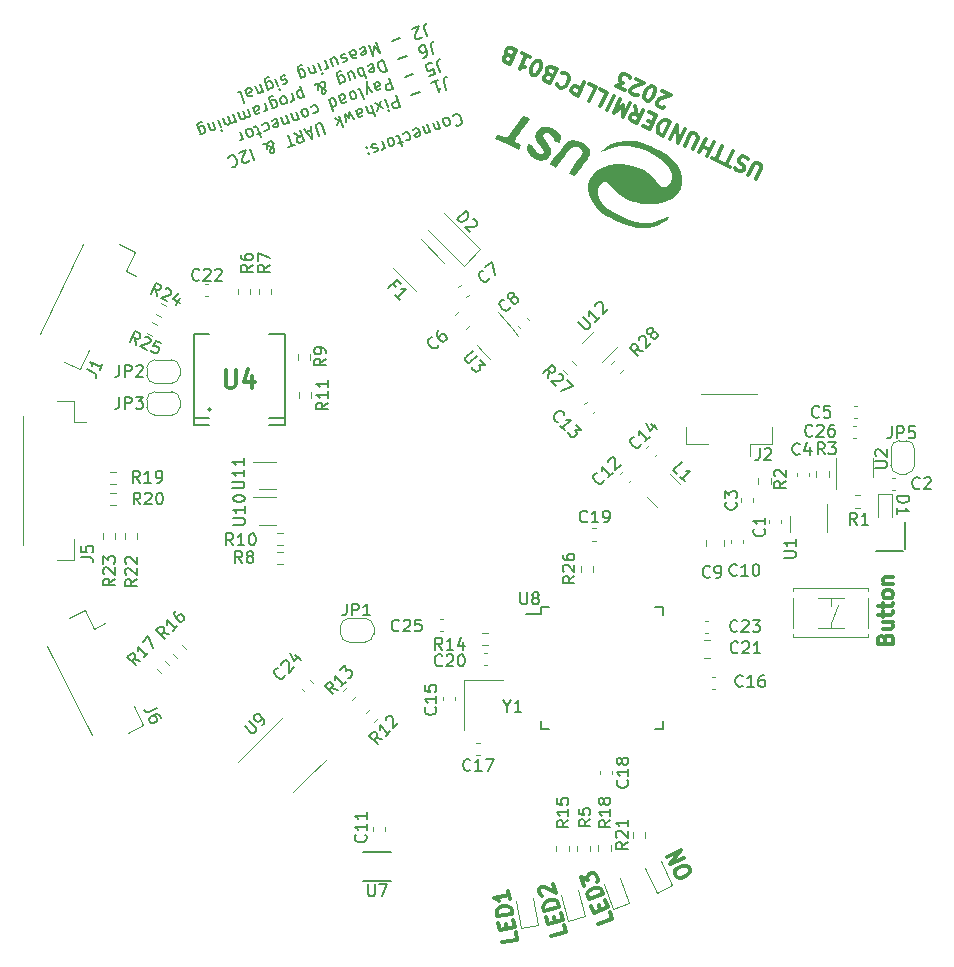
<source format=gbr>
%TF.GenerationSoftware,KiCad,Pcbnew,7.0.5.1-1-g8f565ef7f0-dirty-deb11*%
%TF.CreationDate,2023-07-04T07:58:52+00:00*%
%TF.ProjectId,USTTHUNDERMILLPCB01,55535454-4855-44e4-9445-524d494c4c50,rev?*%
%TF.SameCoordinates,Original*%
%TF.FileFunction,Legend,Top*%
%TF.FilePolarity,Positive*%
%FSLAX46Y46*%
G04 Gerber Fmt 4.6, Leading zero omitted, Abs format (unit mm)*
G04 Created by KiCad (PCBNEW 7.0.5.1-1-g8f565ef7f0-dirty-deb11) date 2023-07-04 07:58:52*
%MOMM*%
%LPD*%
G01*
G04 APERTURE LIST*
%ADD10C,0.300000*%
%ADD11C,0.150000*%
%ADD12C,0.304800*%
%ADD13C,0.120000*%
G04 APERTURE END LIST*
D10*
X11098034Y-36266671D02*
X11309760Y-36848386D01*
X11309760Y-36848386D02*
X10088160Y-37293012D01*
X10309939Y-36092370D02*
X10161730Y-35685170D01*
X10738098Y-35277757D02*
X10949825Y-35859471D01*
X10949825Y-35859471D02*
X9728225Y-36304097D01*
X9728225Y-36304097D02*
X9516498Y-35722383D01*
X10547544Y-34754214D02*
X9325944Y-35198840D01*
X9325944Y-35198840D02*
X9220080Y-34907983D01*
X9220080Y-34907983D02*
X9214734Y-34712296D01*
X9214734Y-34712296D02*
X9288731Y-34553608D01*
X9288731Y-34553608D02*
X9383902Y-34453091D01*
X9383902Y-34453091D02*
X9595415Y-34310229D01*
X9595415Y-34310229D02*
X9769929Y-34246711D01*
X9769929Y-34246711D02*
X10023788Y-34220191D01*
X10023788Y-34220191D02*
X10161303Y-34236017D01*
X10161303Y-34236017D02*
X10319991Y-34310015D01*
X10319991Y-34310015D02*
X10441681Y-34463357D01*
X10441681Y-34463357D02*
X10547544Y-34754214D01*
X8923663Y-34093583D02*
X8648418Y-33337354D01*
X8648418Y-33337354D02*
X9261999Y-33575173D01*
X9261999Y-33575173D02*
X9198481Y-33400658D01*
X9198481Y-33400658D02*
X9214307Y-33263143D01*
X9214307Y-33263143D02*
X9251305Y-33183798D01*
X9251305Y-33183798D02*
X9346476Y-33083282D01*
X9346476Y-33083282D02*
X9637333Y-32977418D01*
X9637333Y-32977418D02*
X9774848Y-32993244D01*
X9774848Y-32993244D02*
X9854193Y-33030243D01*
X9854193Y-33030243D02*
X9954709Y-33125413D01*
X9954709Y-33125413D02*
X10081745Y-33474442D01*
X10081745Y-33474442D02*
X10065919Y-33611958D01*
X10065919Y-33611958D02*
X10028921Y-33691302D01*
X16704826Y-33245194D02*
X16600178Y-33020775D01*
X16600178Y-33020775D02*
X16603958Y-32882403D01*
X16603958Y-32882403D02*
X16663844Y-32717869D01*
X16663844Y-32717869D02*
X16862101Y-32557116D01*
X16862101Y-32557116D02*
X17254834Y-32373982D01*
X17254834Y-32373982D02*
X17505415Y-32325438D01*
X17505415Y-32325438D02*
X17669949Y-32385323D01*
X17669949Y-32385323D02*
X17778378Y-32471371D01*
X17778378Y-32471371D02*
X17883026Y-32695790D01*
X17883026Y-32695790D02*
X17879245Y-32834162D01*
X17879245Y-32834162D02*
X17819360Y-32998695D01*
X17819360Y-32998695D02*
X17621103Y-33159448D01*
X17621103Y-33159448D02*
X17228370Y-33342583D01*
X17228370Y-33342583D02*
X16977789Y-33391126D01*
X16977789Y-33391126D02*
X16813255Y-33331241D01*
X16813255Y-33331241D02*
X16704826Y-33245194D01*
X17412109Y-31685904D02*
X16233908Y-32235308D01*
X16233908Y-32235308D02*
X17098164Y-31012647D01*
X17098164Y-31012647D02*
X15919963Y-31562050D01*
D11*
X-2199790Y31095008D02*
X-2171329Y31156042D01*
X-2171329Y31156042D02*
X-2053374Y31249649D01*
X-2053374Y31249649D02*
X-1963879Y31282222D01*
X-1963879Y31282222D02*
X-1813351Y31286335D01*
X-1813351Y31286335D02*
X-1691283Y31229414D01*
X-1691283Y31229414D02*
X-1613962Y31156206D01*
X-1613962Y31156206D02*
X-1504068Y30993504D01*
X-1504068Y30993504D02*
X-1455208Y30859262D01*
X-1455208Y30859262D02*
X-1434809Y30663986D01*
X-1434809Y30663986D02*
X-1446983Y30558205D01*
X-1446983Y30558205D02*
X-1503904Y30436137D01*
X-1503904Y30436137D02*
X-1621859Y30342530D01*
X-1621859Y30342530D02*
X-1711354Y30309956D01*
X-1711354Y30309956D02*
X-1861882Y30305844D01*
X-1861882Y30305844D02*
X-1922916Y30334304D01*
X-2769330Y30989062D02*
X-2663549Y30976888D01*
X-2663549Y30976888D02*
X-2602515Y30948428D01*
X-2602515Y30948428D02*
X-2525194Y30875220D01*
X-2525194Y30875220D02*
X-2427474Y30606736D01*
X-2427474Y30606736D02*
X-2439648Y30500955D01*
X-2439648Y30500955D02*
X-2468109Y30439921D01*
X-2468109Y30439921D02*
X-2541317Y30362600D01*
X-2541317Y30362600D02*
X-2675559Y30313740D01*
X-2675559Y30313740D02*
X-2781340Y30325914D01*
X-2781340Y30325914D02*
X-2842374Y30354375D01*
X-2842374Y30354375D02*
X-2919694Y30427583D01*
X-2919694Y30427583D02*
X-3017414Y30696066D01*
X-3017414Y30696066D02*
X-3005240Y30801848D01*
X-3005240Y30801848D02*
X-2976780Y30862882D01*
X-2976780Y30862882D02*
X-2903572Y30940202D01*
X-2903572Y30940202D02*
X-2769330Y30989062D01*
X-3257273Y30102014D02*
X-3485287Y30728475D01*
X-3289846Y30191508D02*
X-3318307Y30130474D01*
X-3318307Y30130474D02*
X-3391515Y30053154D01*
X-3391515Y30053154D02*
X-3525757Y30004294D01*
X-3525757Y30004294D02*
X-3631538Y30016467D01*
X-3631538Y30016467D02*
X-3708859Y30089675D01*
X-3708859Y30089675D02*
X-3888012Y30581895D01*
X-4107471Y29792567D02*
X-4335485Y30419029D01*
X-4140045Y29882061D02*
X-4168505Y29821027D01*
X-4168505Y29821027D02*
X-4241713Y29743707D01*
X-4241713Y29743707D02*
X-4375955Y29694847D01*
X-4375955Y29694847D02*
X-4481736Y29707021D01*
X-4481736Y29707021D02*
X-4559057Y29780229D01*
X-4559057Y29780229D02*
X-4738210Y30272448D01*
X-5527374Y29934541D02*
X-5454166Y30011862D01*
X-5454166Y30011862D02*
X-5275177Y30077008D01*
X-5275177Y30077008D02*
X-5169396Y30064834D01*
X-5169396Y30064834D02*
X-5092076Y29991627D01*
X-5092076Y29991627D02*
X-4961782Y29633648D01*
X-4961782Y29633648D02*
X-4973956Y29527867D01*
X-4973956Y29527867D02*
X-5047164Y29450547D01*
X-5047164Y29450547D02*
X-5226153Y29385400D01*
X-5226153Y29385400D02*
X-5331934Y29397574D01*
X-5331934Y29397574D02*
X-5409255Y29470782D01*
X-5409255Y29470782D02*
X-5441828Y29560276D01*
X-5441828Y29560276D02*
X-5026929Y29812637D01*
X-6377573Y29625094D02*
X-6304365Y29702415D01*
X-6304365Y29702415D02*
X-6125376Y29767561D01*
X-6125376Y29767561D02*
X-6019594Y29755388D01*
X-6019594Y29755388D02*
X-5958560Y29726927D01*
X-5958560Y29726927D02*
X-5881240Y29653719D01*
X-5881240Y29653719D02*
X-5783520Y29385236D01*
X-5783520Y29385236D02*
X-5795694Y29279454D01*
X-5795694Y29279454D02*
X-5824154Y29218420D01*
X-5824154Y29218420D02*
X-5897362Y29141100D01*
X-5897362Y29141100D02*
X-6076351Y29075953D01*
X-6076351Y29075953D02*
X-6182132Y29088127D01*
X-6434330Y28945660D02*
X-6792308Y28815366D01*
X-6454565Y28583569D02*
X-6747725Y29389020D01*
X-6747725Y29389020D02*
X-6825045Y29462227D01*
X-6825045Y29462227D02*
X-6930827Y29474401D01*
X-6930827Y29474401D02*
X-7020321Y29441828D01*
X-7467794Y29278961D02*
X-7362013Y29266787D01*
X-7362013Y29266787D02*
X-7300979Y29238327D01*
X-7300979Y29238327D02*
X-7223658Y29165119D01*
X-7223658Y29165119D02*
X-7125938Y28896635D01*
X-7125938Y28896635D02*
X-7138112Y28790854D01*
X-7138112Y28790854D02*
X-7166573Y28729820D01*
X-7166573Y28729820D02*
X-7239781Y28652499D01*
X-7239781Y28652499D02*
X-7374023Y28603639D01*
X-7374023Y28603639D02*
X-7479804Y28615813D01*
X-7479804Y28615813D02*
X-7540838Y28644274D01*
X-7540838Y28644274D02*
X-7618158Y28717482D01*
X-7618158Y28717482D02*
X-7715878Y28985965D01*
X-7715878Y28985965D02*
X-7703704Y29091747D01*
X-7703704Y29091747D02*
X-7675244Y29152780D01*
X-7675244Y29152780D02*
X-7602036Y29230101D01*
X-7602036Y29230101D02*
X-7467794Y29278961D01*
X-8183751Y29018374D02*
X-7955737Y28391913D01*
X-8020884Y28570902D02*
X-8033058Y28465120D01*
X-8033058Y28465120D02*
X-8061518Y28404086D01*
X-8061518Y28404086D02*
X-8134726Y28326766D01*
X-8134726Y28326766D02*
X-8224221Y28294193D01*
X-8704431Y28778187D02*
X-8810213Y28790361D01*
X-8810213Y28790361D02*
X-8989202Y28725214D01*
X-8989202Y28725214D02*
X-9062410Y28647893D01*
X-9062410Y28647893D02*
X-9074584Y28542112D01*
X-9074584Y28542112D02*
X-9058297Y28497365D01*
X-9058297Y28497365D02*
X-8980976Y28424157D01*
X-8980976Y28424157D02*
X-8875195Y28411983D01*
X-8875195Y28411983D02*
X-8740953Y28460843D01*
X-8740953Y28460843D02*
X-8635172Y28448669D01*
X-8635172Y28448669D02*
X-8557851Y28375461D01*
X-8557851Y28375461D02*
X-8541565Y28330714D01*
X-8541565Y28330714D02*
X-8553739Y28224933D01*
X-8553739Y28224933D02*
X-8626947Y28147612D01*
X-8626947Y28147612D02*
X-8761188Y28098752D01*
X-8761188Y28098752D02*
X-8866970Y28110926D01*
X-9493596Y28440279D02*
X-9554630Y28468740D01*
X-9554630Y28468740D02*
X-9526169Y28529774D01*
X-9526169Y28529774D02*
X-9465135Y28501313D01*
X-9465135Y28501313D02*
X-9493596Y28440279D01*
X-9493596Y28440279D02*
X-9526169Y28529774D01*
X-9314442Y27948059D02*
X-9375476Y27976520D01*
X-9375476Y27976520D02*
X-9347016Y28037554D01*
X-9347016Y28037554D02*
X-9285982Y28009093D01*
X-9285982Y28009093D02*
X-9314442Y27948059D01*
X-9314442Y27948059D02*
X-9347016Y28037554D01*
X-2723163Y33368340D02*
X-2967463Y34039549D01*
X-2967463Y34039549D02*
X-2971576Y34190077D01*
X-2971576Y34190077D02*
X-2914655Y34312145D01*
X-2914655Y34312145D02*
X-2796700Y34405752D01*
X-2796700Y34405752D02*
X-2707205Y34438326D01*
X-4004876Y33966012D02*
X-3467909Y34161452D01*
X-3736393Y34063732D02*
X-3394372Y33124039D01*
X-3394372Y33124039D02*
X-3353738Y33290855D01*
X-3353738Y33290855D02*
X-3296817Y33412923D01*
X-3296817Y33412923D02*
X-3223609Y33490243D01*
X-4993265Y33200867D02*
X-5709221Y32940280D01*
X-7002943Y32874805D02*
X-6660923Y31935112D01*
X-6660923Y31935112D02*
X-7018901Y31804819D01*
X-7018901Y31804819D02*
X-7124683Y31816993D01*
X-7124683Y31816993D02*
X-7185717Y31845453D01*
X-7185717Y31845453D02*
X-7263037Y31918661D01*
X-7263037Y31918661D02*
X-7311897Y32052903D01*
X-7311897Y32052903D02*
X-7299723Y32158684D01*
X-7299723Y32158684D02*
X-7271263Y32219718D01*
X-7271263Y32219718D02*
X-7198055Y32297039D01*
X-7198055Y32297039D02*
X-6840077Y32427332D01*
X-7942636Y32532785D02*
X-7714623Y31906323D01*
X-7600616Y31593092D02*
X-7572155Y31654126D01*
X-7572155Y31654126D02*
X-7633189Y31682587D01*
X-7633189Y31682587D02*
X-7661650Y31621553D01*
X-7661650Y31621553D02*
X-7600616Y31593092D01*
X-7600616Y31593092D02*
X-7633189Y31682587D01*
X-8300614Y32402491D02*
X-8564820Y31596876D01*
X-8072600Y31776030D02*
X-8792834Y32223338D01*
X-9150812Y32093045D02*
X-8808792Y31153352D01*
X-9553537Y31946465D02*
X-9374384Y31454245D01*
X-9374384Y31454245D02*
X-9297063Y31381037D01*
X-9297063Y31381037D02*
X-9191282Y31368863D01*
X-9191282Y31368863D02*
X-9057040Y31417723D01*
X-9057040Y31417723D02*
X-8983832Y31495043D01*
X-8983832Y31495043D02*
X-8955372Y31556077D01*
X-10403736Y31637018D02*
X-10224582Y31144798D01*
X-10224582Y31144798D02*
X-10147262Y31071590D01*
X-10147262Y31071590D02*
X-10041480Y31059416D01*
X-10041480Y31059416D02*
X-9862491Y31124563D01*
X-9862491Y31124563D02*
X-9789283Y31201883D01*
X-10387449Y31592270D02*
X-10314241Y31669591D01*
X-10314241Y31669591D02*
X-10090505Y31751024D01*
X-10090505Y31751024D02*
X-9984723Y31738851D01*
X-9984723Y31738851D02*
X-9907403Y31665643D01*
X-9907403Y31665643D02*
X-9874830Y31576148D01*
X-9874830Y31576148D02*
X-9887003Y31470367D01*
X-9887003Y31470367D02*
X-9960211Y31393046D01*
X-9960211Y31393046D02*
X-10183948Y31311613D01*
X-10183948Y31311613D02*
X-10257155Y31234292D01*
X-10533700Y30880263D02*
X-10940703Y31441578D01*
X-10940703Y31441578D02*
X-10956825Y30928958D01*
X-10956825Y30928958D02*
X-11298681Y31311284D01*
X-11298681Y31311284D02*
X-11249657Y30619676D01*
X-11835648Y31115844D02*
X-11493628Y30176152D01*
X-11794849Y30725293D02*
X-12193626Y30985551D01*
X-11965613Y30359089D02*
X-11737928Y30847361D01*
X-12970288Y29638691D02*
X-13247162Y30399395D01*
X-13247162Y30399395D02*
X-13324482Y30472603D01*
X-13324482Y30472603D02*
X-13385516Y30501063D01*
X-13385516Y30501063D02*
X-13491297Y30513237D01*
X-13491297Y30513237D02*
X-13670287Y30448090D01*
X-13670287Y30448090D02*
X-13743494Y30370770D01*
X-13743494Y30370770D02*
X-13771955Y30309736D01*
X-13771955Y30309736D02*
X-13784129Y30203955D01*
X-13784129Y30203955D02*
X-13507255Y29443251D01*
X-14154281Y29967880D02*
X-14601754Y29805013D01*
X-14162506Y30268937D02*
X-14133717Y29215238D01*
X-14133717Y29215238D02*
X-14788968Y30040924D01*
X-15639166Y29731477D02*
X-15163069Y29398011D01*
X-15102199Y29926917D02*
X-14760179Y28987224D01*
X-14760179Y28987224D02*
X-15118157Y28856931D01*
X-15118157Y28856931D02*
X-15223938Y28869105D01*
X-15223938Y28869105D02*
X-15284972Y28897565D01*
X-15284972Y28897565D02*
X-15362293Y28970773D01*
X-15362293Y28970773D02*
X-15411153Y29105015D01*
X-15411153Y29105015D02*
X-15398979Y29210796D01*
X-15398979Y29210796D02*
X-15370518Y29271830D01*
X-15370518Y29271830D02*
X-15297311Y29349151D01*
X-15297311Y29349151D02*
X-14939332Y29479444D01*
X-15565630Y28694064D02*
X-16102597Y28498624D01*
X-16176134Y29536037D02*
X-15834113Y28596344D01*
X-18234508Y28786849D02*
X-18189761Y28803136D01*
X-18189761Y28803136D02*
X-18083980Y28790962D01*
X-18083980Y28790962D02*
X-17900878Y28705580D01*
X-17900878Y28705580D02*
X-17579422Y28518530D01*
X-17579422Y28518530D02*
X-17441067Y28416862D01*
X-17441067Y28416862D02*
X-17347460Y28298907D01*
X-17347460Y28298907D02*
X-17314887Y28209412D01*
X-17314887Y28209412D02*
X-17327060Y28103631D01*
X-17327060Y28103631D02*
X-17400268Y28026310D01*
X-17400268Y28026310D02*
X-17445016Y28010024D01*
X-17445016Y28010024D02*
X-17550797Y28022198D01*
X-17550797Y28022198D02*
X-17628117Y28095405D01*
X-17628117Y28095405D02*
X-17644404Y28140153D01*
X-17644404Y28140153D02*
X-17632230Y28245934D01*
X-17632230Y28245934D02*
X-17603770Y28306968D01*
X-17603770Y28306968D02*
X-17400433Y28583677D01*
X-17400433Y28583677D02*
X-17371972Y28644711D01*
X-17371972Y28644711D02*
X-17359798Y28750492D01*
X-17359798Y28750492D02*
X-17408658Y28884734D01*
X-17408658Y28884734D02*
X-17485979Y28957942D01*
X-17485979Y28957942D02*
X-17547013Y28986402D01*
X-17547013Y28986402D02*
X-17652794Y28998576D01*
X-17652794Y28998576D02*
X-17787036Y28949716D01*
X-17787036Y28949716D02*
X-17860244Y28872396D01*
X-17860244Y28872396D02*
X-17888704Y28811362D01*
X-17888704Y28811362D02*
X-17957799Y28583513D01*
X-17957799Y28583513D02*
X-17953687Y28432984D01*
X-17953687Y28432984D02*
X-17921113Y28343490D01*
X-19353190Y28379683D02*
X-19011170Y27439990D01*
X-19446468Y27382905D02*
X-19474929Y27321871D01*
X-19474929Y27321871D02*
X-19548137Y27244550D01*
X-19548137Y27244550D02*
X-19771873Y27163117D01*
X-19771873Y27163117D02*
X-19877654Y27175291D01*
X-19877654Y27175291D02*
X-19938688Y27203751D01*
X-19938688Y27203751D02*
X-20016009Y27276959D01*
X-20016009Y27276959D02*
X-20048582Y27366454D01*
X-20048582Y27366454D02*
X-20052695Y27516982D01*
X-20052695Y27516982D02*
X-19711168Y28249389D01*
X-19711168Y28249389D02*
X-20292882Y28037663D01*
X-21200002Y27606148D02*
X-21171541Y27667182D01*
X-21171541Y27667182D02*
X-21053586Y27760789D01*
X-21053586Y27760789D02*
X-20964091Y27793363D01*
X-20964091Y27793363D02*
X-20813563Y27797475D01*
X-20813563Y27797475D02*
X-20691495Y27740554D01*
X-20691495Y27740554D02*
X-20614174Y27667346D01*
X-20614174Y27667346D02*
X-20504280Y27504644D01*
X-20504280Y27504644D02*
X-20455420Y27370402D01*
X-20455420Y27370402D02*
X-20435021Y27175126D01*
X-20435021Y27175126D02*
X-20447195Y27069345D01*
X-20447195Y27069345D02*
X-20504116Y26947277D01*
X-20504116Y26947277D02*
X-20622071Y26853670D01*
X-20622071Y26853670D02*
X-20711566Y26821097D01*
X-20711566Y26821097D02*
X-20862094Y26816984D01*
X-20862094Y26816984D02*
X-20923128Y26845444D01*
X-3273815Y34881245D02*
X-3518115Y35552454D01*
X-3518115Y35552454D02*
X-3522228Y35702982D01*
X-3522228Y35702982D02*
X-3465307Y35825050D01*
X-3465307Y35825050D02*
X-3347352Y35918657D01*
X-3347352Y35918657D02*
X-3257857Y35951231D01*
X-4168761Y34555511D02*
X-3721288Y34718378D01*
X-3721288Y34718378D02*
X-3839408Y35182137D01*
X-3839408Y35182137D02*
X-3867868Y35121103D01*
X-3867868Y35121103D02*
X-3941076Y35043783D01*
X-3941076Y35043783D02*
X-4164812Y34962349D01*
X-4164812Y34962349D02*
X-4270594Y34974523D01*
X-4270594Y34974523D02*
X-4331628Y35002984D01*
X-4331628Y35002984D02*
X-4408948Y35076192D01*
X-4408948Y35076192D02*
X-4490381Y35299928D01*
X-4490381Y35299928D02*
X-4478208Y35405709D01*
X-4478208Y35405709D02*
X-4449747Y35466743D01*
X-4449747Y35466743D02*
X-4376539Y35544064D01*
X-4376539Y35544064D02*
X-4152803Y35625497D01*
X-4152803Y35625497D02*
X-4047022Y35613323D01*
X-4047022Y35613323D02*
X-3985988Y35584863D01*
X-5543917Y34713772D02*
X-6259873Y34453185D01*
X-7553595Y34387710D02*
X-7211575Y33448017D01*
X-7211575Y33448017D02*
X-7569553Y33317724D01*
X-7569553Y33317724D02*
X-7675335Y33329898D01*
X-7675335Y33329898D02*
X-7736369Y33358358D01*
X-7736369Y33358358D02*
X-7813689Y33431566D01*
X-7813689Y33431566D02*
X-7862549Y33565808D01*
X-7862549Y33565808D02*
X-7850375Y33671589D01*
X-7850375Y33671589D02*
X-7821915Y33732623D01*
X-7821915Y33732623D02*
X-7748707Y33809944D01*
X-7748707Y33809944D02*
X-7390729Y33940237D01*
X-8896013Y33899110D02*
X-8716860Y33406890D01*
X-8716860Y33406890D02*
X-8639539Y33333682D01*
X-8639539Y33333682D02*
X-8533758Y33321508D01*
X-8533758Y33321508D02*
X-8354769Y33386655D01*
X-8354769Y33386655D02*
X-8281561Y33463975D01*
X-8879727Y33854362D02*
X-8806519Y33931683D01*
X-8806519Y33931683D02*
X-8582783Y34013116D01*
X-8582783Y34013116D02*
X-8477001Y34000942D01*
X-8477001Y34000942D02*
X-8399681Y33927735D01*
X-8399681Y33927735D02*
X-8367107Y33838240D01*
X-8367107Y33838240D02*
X-8379281Y33732459D01*
X-8379281Y33732459D02*
X-8452489Y33655138D01*
X-8452489Y33655138D02*
X-8676225Y33573705D01*
X-8676225Y33573705D02*
X-8749433Y33496384D01*
X-9025978Y33142354D02*
X-9477728Y33687383D01*
X-9473451Y32979488D02*
X-9477728Y33687383D01*
X-9477728Y33687383D02*
X-9469667Y33943693D01*
X-9469667Y33943693D02*
X-9441206Y34004726D01*
X-9441206Y34004726D02*
X-9367998Y34082047D01*
X-10193684Y33426796D02*
X-10087903Y33414622D01*
X-10087903Y33414622D02*
X-10010583Y33341414D01*
X-10010583Y33341414D02*
X-9717423Y32535963D01*
X-10685905Y33247642D02*
X-10580124Y33235468D01*
X-10580124Y33235468D02*
X-10519090Y33207008D01*
X-10519090Y33207008D02*
X-10441769Y33133800D01*
X-10441769Y33133800D02*
X-10344049Y32865316D01*
X-10344049Y32865316D02*
X-10356223Y32759535D01*
X-10356223Y32759535D02*
X-10384684Y32698501D01*
X-10384684Y32698501D02*
X-10457891Y32621181D01*
X-10457891Y32621181D02*
X-10592133Y32572321D01*
X-10592133Y32572321D02*
X-10697914Y32584495D01*
X-10697914Y32584495D02*
X-10758948Y32612955D01*
X-10758948Y32612955D02*
X-10836269Y32686163D01*
X-10836269Y32686163D02*
X-10933989Y32954647D01*
X-10933989Y32954647D02*
X-10921815Y33060428D01*
X-10921815Y33060428D02*
X-10893355Y33121462D01*
X-10893355Y33121462D02*
X-10820147Y33198782D01*
X-10820147Y33198782D02*
X-10685905Y33247642D01*
X-11804587Y32840476D02*
X-11625433Y32348256D01*
X-11625433Y32348256D02*
X-11548113Y32275048D01*
X-11548113Y32275048D02*
X-11442331Y32262874D01*
X-11442331Y32262874D02*
X-11263342Y32328021D01*
X-11263342Y32328021D02*
X-11190135Y32405341D01*
X-11788300Y32795728D02*
X-11715092Y32873049D01*
X-11715092Y32873049D02*
X-11491356Y32954482D01*
X-11491356Y32954482D02*
X-11385575Y32942308D01*
X-11385575Y32942308D02*
X-11308254Y32869100D01*
X-11308254Y32869100D02*
X-11275681Y32779606D01*
X-11275681Y32779606D02*
X-11287855Y32673825D01*
X-11287855Y32673825D02*
X-11361062Y32596504D01*
X-11361062Y32596504D02*
X-11584799Y32515071D01*
X-11584799Y32515071D02*
X-11658007Y32437750D01*
X-12654785Y32531029D02*
X-12312765Y31591336D01*
X-12638498Y32486281D02*
X-12565290Y32563602D01*
X-12565290Y32563602D02*
X-12386301Y32628749D01*
X-12386301Y32628749D02*
X-12280520Y32616575D01*
X-12280520Y32616575D02*
X-12219486Y32588114D01*
X-12219486Y32588114D02*
X-12142165Y32514906D01*
X-12142165Y32514906D02*
X-12044445Y32246423D01*
X-12044445Y32246423D02*
X-12056619Y32140642D01*
X-12056619Y32140642D02*
X-12085080Y32079608D01*
X-12085080Y32079608D02*
X-12158288Y32002287D01*
X-12158288Y32002287D02*
X-12337277Y31937140D01*
X-12337277Y31937140D02*
X-12443058Y31949314D01*
X-14204653Y31916248D02*
X-14131445Y31993568D01*
X-14131445Y31993568D02*
X-13952456Y32058715D01*
X-13952456Y32058715D02*
X-13846675Y32046541D01*
X-13846675Y32046541D02*
X-13785641Y32018081D01*
X-13785641Y32018081D02*
X-13708320Y31944873D01*
X-13708320Y31944873D02*
X-13610600Y31676389D01*
X-13610600Y31676389D02*
X-13622774Y31570608D01*
X-13622774Y31570608D02*
X-13651235Y31509574D01*
X-13651235Y31509574D02*
X-13724442Y31432253D01*
X-13724442Y31432253D02*
X-13903432Y31367107D01*
X-13903432Y31367107D02*
X-14009213Y31379281D01*
X-14757907Y31765555D02*
X-14652126Y31753381D01*
X-14652126Y31753381D02*
X-14591092Y31724920D01*
X-14591092Y31724920D02*
X-14513771Y31651713D01*
X-14513771Y31651713D02*
X-14416051Y31383229D01*
X-14416051Y31383229D02*
X-14428225Y31277448D01*
X-14428225Y31277448D02*
X-14456686Y31216414D01*
X-14456686Y31216414D02*
X-14529893Y31139093D01*
X-14529893Y31139093D02*
X-14664135Y31090233D01*
X-14664135Y31090233D02*
X-14769916Y31102407D01*
X-14769916Y31102407D02*
X-14830950Y31130868D01*
X-14830950Y31130868D02*
X-14908271Y31204076D01*
X-14908271Y31204076D02*
X-15005991Y31472559D01*
X-15005991Y31472559D02*
X-14993817Y31578340D01*
X-14993817Y31578340D02*
X-14965357Y31639374D01*
X-14965357Y31639374D02*
X-14892149Y31716695D01*
X-14892149Y31716695D02*
X-14757907Y31765555D01*
X-15245850Y30878506D02*
X-15473863Y31504968D01*
X-15278423Y30968001D02*
X-15306884Y30906967D01*
X-15306884Y30906967D02*
X-15380092Y30829646D01*
X-15380092Y30829646D02*
X-15514333Y30780786D01*
X-15514333Y30780786D02*
X-15620115Y30792960D01*
X-15620115Y30792960D02*
X-15697435Y30866168D01*
X-15697435Y30866168D02*
X-15876589Y31358388D01*
X-16096048Y30569060D02*
X-16324061Y31195521D01*
X-16128621Y30658554D02*
X-16157082Y30597520D01*
X-16157082Y30597520D02*
X-16230290Y30520199D01*
X-16230290Y30520199D02*
X-16364532Y30471339D01*
X-16364532Y30471339D02*
X-16470313Y30483513D01*
X-16470313Y30483513D02*
X-16547633Y30556721D01*
X-16547633Y30556721D02*
X-16726787Y31048941D01*
X-17515951Y30711034D02*
X-17442743Y30788354D01*
X-17442743Y30788354D02*
X-17263754Y30853501D01*
X-17263754Y30853501D02*
X-17157973Y30841327D01*
X-17157973Y30841327D02*
X-17080652Y30768119D01*
X-17080652Y30768119D02*
X-16950359Y30410141D01*
X-16950359Y30410141D02*
X-16962533Y30304360D01*
X-16962533Y30304360D02*
X-17035741Y30227039D01*
X-17035741Y30227039D02*
X-17214730Y30161893D01*
X-17214730Y30161893D02*
X-17320511Y30174067D01*
X-17320511Y30174067D02*
X-17397832Y30247274D01*
X-17397832Y30247274D02*
X-17430405Y30336769D01*
X-17430405Y30336769D02*
X-17015506Y30589130D01*
X-18366149Y30401587D02*
X-18292941Y30478908D01*
X-18292941Y30478908D02*
X-18113952Y30544054D01*
X-18113952Y30544054D02*
X-18008171Y30531880D01*
X-18008171Y30531880D02*
X-17947137Y30503420D01*
X-17947137Y30503420D02*
X-17869817Y30430212D01*
X-17869817Y30430212D02*
X-17772097Y30161728D01*
X-17772097Y30161728D02*
X-17784270Y30055947D01*
X-17784270Y30055947D02*
X-17812731Y29994913D01*
X-17812731Y29994913D02*
X-17885939Y29917592D01*
X-17885939Y29917592D02*
X-18064928Y29852446D01*
X-18064928Y29852446D02*
X-18170709Y29864620D01*
X-18422906Y29722152D02*
X-18780884Y29591859D01*
X-18443141Y29360061D02*
X-18736301Y30165512D01*
X-18736301Y30165512D02*
X-18813622Y30238720D01*
X-18813622Y30238720D02*
X-18919403Y30250894D01*
X-18919403Y30250894D02*
X-19008898Y30218321D01*
X-19456371Y30055454D02*
X-19350590Y30043280D01*
X-19350590Y30043280D02*
X-19289556Y30014819D01*
X-19289556Y30014819D02*
X-19212235Y29941611D01*
X-19212235Y29941611D02*
X-19114515Y29673128D01*
X-19114515Y29673128D02*
X-19126689Y29567347D01*
X-19126689Y29567347D02*
X-19155150Y29506313D01*
X-19155150Y29506313D02*
X-19228357Y29428992D01*
X-19228357Y29428992D02*
X-19362599Y29380132D01*
X-19362599Y29380132D02*
X-19468380Y29392306D01*
X-19468380Y29392306D02*
X-19529414Y29420767D01*
X-19529414Y29420767D02*
X-19606735Y29493974D01*
X-19606735Y29493974D02*
X-19704455Y29762458D01*
X-19704455Y29762458D02*
X-19692281Y29868239D01*
X-19692281Y29868239D02*
X-19663821Y29929273D01*
X-19663821Y29929273D02*
X-19590613Y30006594D01*
X-19590613Y30006594D02*
X-19456371Y30055454D01*
X-20172327Y29794867D02*
X-19944314Y29168405D01*
X-20009461Y29347394D02*
X-20021634Y29241613D01*
X-20021634Y29241613D02*
X-20050095Y29180579D01*
X-20050095Y29180579D02*
X-20123303Y29103259D01*
X-20123303Y29103259D02*
X-20212797Y29070685D01*
X-3824467Y36394150D02*
X-4068767Y37065359D01*
X-4068767Y37065359D02*
X-4072880Y37215887D01*
X-4072880Y37215887D02*
X-4015959Y37337955D01*
X-4015959Y37337955D02*
X-3898004Y37431562D01*
X-3898004Y37431562D02*
X-3808509Y37464136D01*
X-4674666Y36084703D02*
X-4495676Y36149849D01*
X-4495676Y36149849D02*
X-4422469Y36227170D01*
X-4422469Y36227170D02*
X-4394008Y36288204D01*
X-4394008Y36288204D02*
X-4353373Y36455019D01*
X-4353373Y36455019D02*
X-4373773Y36650295D01*
X-4373773Y36650295D02*
X-4504066Y37008273D01*
X-4504066Y37008273D02*
X-4581387Y37081481D01*
X-4581387Y37081481D02*
X-4642421Y37109942D01*
X-4642421Y37109942D02*
X-4748202Y37122115D01*
X-4748202Y37122115D02*
X-4927191Y37056969D01*
X-4927191Y37056969D02*
X-5000399Y36979648D01*
X-5000399Y36979648D02*
X-5028860Y36918614D01*
X-5028860Y36918614D02*
X-5041033Y36812833D01*
X-5041033Y36812833D02*
X-4959600Y36589097D01*
X-4959600Y36589097D02*
X-4882280Y36515889D01*
X-4882280Y36515889D02*
X-4821246Y36487428D01*
X-4821246Y36487428D02*
X-4715464Y36475254D01*
X-4715464Y36475254D02*
X-4536475Y36540401D01*
X-4536475Y36540401D02*
X-4463267Y36617722D01*
X-4463267Y36617722D02*
X-4434807Y36678756D01*
X-4434807Y36678756D02*
X-4422633Y36784537D01*
X-6094569Y36226677D02*
X-6810525Y35966090D01*
X-8104247Y35900615D02*
X-7762227Y34960922D01*
X-7762227Y34960922D02*
X-7985964Y34879489D01*
X-7985964Y34879489D02*
X-8136492Y34875376D01*
X-8136492Y34875376D02*
X-8258560Y34932297D01*
X-8258560Y34932297D02*
X-8335881Y35005505D01*
X-8335881Y35005505D02*
X-8445775Y35168208D01*
X-8445775Y35168208D02*
X-8494635Y35302449D01*
X-8494635Y35302449D02*
X-8515034Y35497725D01*
X-8515034Y35497725D02*
X-8502860Y35603506D01*
X-8502860Y35603506D02*
X-8445939Y35725574D01*
X-8445939Y35725574D02*
X-8327984Y35819181D01*
X-8327984Y35819181D02*
X-8104247Y35900615D01*
X-9385631Y35383554D02*
X-9312424Y35460875D01*
X-9312424Y35460875D02*
X-9133435Y35526021D01*
X-9133435Y35526021D02*
X-9027653Y35513847D01*
X-9027653Y35513847D02*
X-8950333Y35440640D01*
X-8950333Y35440640D02*
X-8820039Y35082661D01*
X-8820039Y35082661D02*
X-8832213Y34976880D01*
X-8832213Y34976880D02*
X-8905421Y34899560D01*
X-8905421Y34899560D02*
X-9084410Y34834413D01*
X-9084410Y34834413D02*
X-9190191Y34846587D01*
X-9190191Y34846587D02*
X-9267512Y34919795D01*
X-9267512Y34919795D02*
X-9300085Y35009289D01*
X-9300085Y35009289D02*
X-8885186Y35261650D01*
X-9849391Y35265435D02*
X-9507371Y34325742D01*
X-9637664Y34683720D02*
X-9710872Y34606399D01*
X-9710872Y34606399D02*
X-9889861Y34541253D01*
X-9889861Y34541253D02*
X-9995642Y34553427D01*
X-9995642Y34553427D02*
X-10056676Y34581887D01*
X-10056676Y34581887D02*
X-10133997Y34655095D01*
X-10133997Y34655095D02*
X-10231717Y34923579D01*
X-10231717Y34923579D02*
X-10219543Y35029360D01*
X-10219543Y35029360D02*
X-10191082Y35090394D01*
X-10191082Y35090394D02*
X-10117875Y35167714D01*
X-10117875Y35167714D02*
X-9938886Y35232861D01*
X-9938886Y35232861D02*
X-9833104Y35220687D01*
X-10874301Y34182946D02*
X-11102315Y34809408D01*
X-10471576Y34329526D02*
X-10650729Y34821746D01*
X-10650729Y34821746D02*
X-10728050Y34894954D01*
X-10728050Y34894954D02*
X-10833831Y34907128D01*
X-10833831Y34907128D02*
X-10968073Y34858268D01*
X-10968073Y34858268D02*
X-11041281Y34780947D01*
X-11041281Y34780947D02*
X-11069741Y34719913D01*
X-11724499Y33873499D02*
X-12001373Y34634203D01*
X-12001373Y34634203D02*
X-11989199Y34739984D01*
X-11989199Y34739984D02*
X-11960738Y34801018D01*
X-11960738Y34801018D02*
X-11887530Y34878338D01*
X-11887530Y34878338D02*
X-11753289Y34927198D01*
X-11753289Y34927198D02*
X-11647507Y34915024D01*
X-11936226Y34455214D02*
X-11863018Y34532534D01*
X-11863018Y34532534D02*
X-11684029Y34597681D01*
X-11684029Y34597681D02*
X-11578248Y34585507D01*
X-11578248Y34585507D02*
X-11517214Y34557046D01*
X-11517214Y34557046D02*
X-11439893Y34483838D01*
X-11439893Y34483838D02*
X-11342173Y34215355D01*
X-11342173Y34215355D02*
X-11354347Y34109574D01*
X-11354347Y34109574D02*
X-11382808Y34048540D01*
X-11382808Y34048540D02*
X-11456016Y33971219D01*
X-11456016Y33971219D02*
X-11635005Y33906072D01*
X-11635005Y33906072D02*
X-11740786Y33918246D01*
X-13876646Y33799634D02*
X-13831898Y33815920D01*
X-13831898Y33815920D02*
X-13726117Y33803746D01*
X-13726117Y33803746D02*
X-13543015Y33718365D01*
X-13543015Y33718365D02*
X-13221559Y33531314D01*
X-13221559Y33531314D02*
X-13083204Y33429646D01*
X-13083204Y33429646D02*
X-12989597Y33311691D01*
X-12989597Y33311691D02*
X-12957024Y33222196D01*
X-12957024Y33222196D02*
X-12969198Y33116415D01*
X-12969198Y33116415D02*
X-13042405Y33039095D01*
X-13042405Y33039095D02*
X-13087153Y33022808D01*
X-13087153Y33022808D02*
X-13192934Y33034982D01*
X-13192934Y33034982D02*
X-13270255Y33108190D01*
X-13270255Y33108190D02*
X-13286541Y33152937D01*
X-13286541Y33152937D02*
X-13274367Y33258718D01*
X-13274367Y33258718D02*
X-13245907Y33319752D01*
X-13245907Y33319752D02*
X-13042570Y33596461D01*
X-13042570Y33596461D02*
X-13014109Y33657495D01*
X-13014109Y33657495D02*
X-13001935Y33763276D01*
X-13001935Y33763276D02*
X-13050795Y33897518D01*
X-13050795Y33897518D02*
X-13128116Y33970726D01*
X-13128116Y33970726D02*
X-13189150Y33999187D01*
X-13189150Y33999187D02*
X-13294931Y34011360D01*
X-13294931Y34011360D02*
X-13429173Y33962500D01*
X-13429173Y33962500D02*
X-13502381Y33885180D01*
X-13502381Y33885180D02*
X-13530841Y33824146D01*
X-13530841Y33824146D02*
X-13599936Y33596297D01*
X-13599936Y33596297D02*
X-13595824Y33445768D01*
X-13595824Y33445768D02*
X-13563250Y33356274D01*
X-14767314Y32766005D02*
X-15109334Y33705698D01*
X-14783600Y32810752D02*
X-14856808Y32733432D01*
X-14856808Y32733432D02*
X-15035797Y32668285D01*
X-15035797Y32668285D02*
X-15141579Y32680459D01*
X-15141579Y32680459D02*
X-15202613Y32708920D01*
X-15202613Y32708920D02*
X-15279933Y32782127D01*
X-15279933Y32782127D02*
X-15377653Y33050611D01*
X-15377653Y33050611D02*
X-15365479Y33156392D01*
X-15365479Y33156392D02*
X-15337019Y33217426D01*
X-15337019Y33217426D02*
X-15263811Y33294747D01*
X-15263811Y33294747D02*
X-15084822Y33359894D01*
X-15084822Y33359894D02*
X-14979041Y33347720D01*
X-15845525Y33083020D02*
X-15617512Y32456558D01*
X-15682659Y32635547D02*
X-15694833Y32529766D01*
X-15694833Y32529766D02*
X-15723293Y32468732D01*
X-15723293Y32468732D02*
X-15796501Y32391412D01*
X-15796501Y32391412D02*
X-15885996Y32358838D01*
X-16561482Y32822433D02*
X-16455701Y32810259D01*
X-16455701Y32810259D02*
X-16394667Y32781799D01*
X-16394667Y32781799D02*
X-16317346Y32708591D01*
X-16317346Y32708591D02*
X-16219626Y32440107D01*
X-16219626Y32440107D02*
X-16231800Y32334326D01*
X-16231800Y32334326D02*
X-16260261Y32273292D01*
X-16260261Y32273292D02*
X-16333469Y32195971D01*
X-16333469Y32195971D02*
X-16467710Y32147111D01*
X-16467710Y32147111D02*
X-16573492Y32159285D01*
X-16573492Y32159285D02*
X-16634526Y32187746D01*
X-16634526Y32187746D02*
X-16711846Y32260954D01*
X-16711846Y32260954D02*
X-16809566Y32529437D01*
X-16809566Y32529437D02*
X-16797392Y32635219D01*
X-16797392Y32635219D02*
X-16768932Y32696253D01*
X-16768932Y32696253D02*
X-16695724Y32773573D01*
X-16695724Y32773573D02*
X-16561482Y32822433D01*
X-17452150Y31788805D02*
X-17729024Y32549508D01*
X-17729024Y32549508D02*
X-17716850Y32655289D01*
X-17716850Y32655289D02*
X-17688389Y32716323D01*
X-17688389Y32716323D02*
X-17615181Y32793644D01*
X-17615181Y32793644D02*
X-17480940Y32842504D01*
X-17480940Y32842504D02*
X-17375158Y32830330D01*
X-17663877Y32370519D02*
X-17590669Y32447840D01*
X-17590669Y32447840D02*
X-17411680Y32512986D01*
X-17411680Y32512986D02*
X-17305899Y32500812D01*
X-17305899Y32500812D02*
X-17244865Y32472352D01*
X-17244865Y32472352D02*
X-17167544Y32399144D01*
X-17167544Y32399144D02*
X-17069824Y32130660D01*
X-17069824Y32130660D02*
X-17081998Y32024879D01*
X-17081998Y32024879D02*
X-17110459Y31963845D01*
X-17110459Y31963845D02*
X-17183667Y31886525D01*
X-17183667Y31886525D02*
X-17362656Y31821378D01*
X-17362656Y31821378D02*
X-17468437Y31833552D01*
X-18127637Y32252400D02*
X-17899623Y31625938D01*
X-17964770Y31804927D02*
X-17976944Y31699146D01*
X-17976944Y31699146D02*
X-18005404Y31638112D01*
X-18005404Y31638112D02*
X-18078612Y31560791D01*
X-18078612Y31560791D02*
X-18168107Y31528218D01*
X-19112077Y31894093D02*
X-18932923Y31401873D01*
X-18932923Y31401873D02*
X-18855603Y31328665D01*
X-18855603Y31328665D02*
X-18749822Y31316491D01*
X-18749822Y31316491D02*
X-18570833Y31381638D01*
X-18570833Y31381638D02*
X-18497625Y31458958D01*
X-19095790Y31849345D02*
X-19022582Y31926666D01*
X-19022582Y31926666D02*
X-18798846Y32008099D01*
X-18798846Y32008099D02*
X-18693065Y31995925D01*
X-18693065Y31995925D02*
X-18615744Y31922717D01*
X-18615744Y31922717D02*
X-18583171Y31833223D01*
X-18583171Y31833223D02*
X-18595345Y31727442D01*
X-18595345Y31727442D02*
X-18668553Y31650121D01*
X-18668553Y31650121D02*
X-18892289Y31568688D01*
X-18892289Y31568688D02*
X-18965497Y31491367D01*
X-19559550Y31731226D02*
X-19331536Y31104764D01*
X-19364110Y31194259D02*
X-19392570Y31133225D01*
X-19392570Y31133225D02*
X-19465778Y31055904D01*
X-19465778Y31055904D02*
X-19600020Y31007044D01*
X-19600020Y31007044D02*
X-19705801Y31019218D01*
X-19705801Y31019218D02*
X-19783122Y31092426D01*
X-19783122Y31092426D02*
X-19962275Y31584646D01*
X-19783122Y31092426D02*
X-19795296Y30986645D01*
X-19795296Y30986645D02*
X-19868503Y30909324D01*
X-19868503Y30909324D02*
X-20002745Y30860464D01*
X-20002745Y30860464D02*
X-20108526Y30872638D01*
X-20108526Y30872638D02*
X-20185847Y30945846D01*
X-20185847Y30945846D02*
X-20365000Y31438066D01*
X-20812473Y31275199D02*
X-20584459Y30648737D01*
X-20617033Y30738232D02*
X-20645493Y30677198D01*
X-20645493Y30677198D02*
X-20718701Y30599877D01*
X-20718701Y30599877D02*
X-20852943Y30551017D01*
X-20852943Y30551017D02*
X-20958724Y30563191D01*
X-20958724Y30563191D02*
X-21036045Y30636399D01*
X-21036045Y30636399D02*
X-21215198Y31128619D01*
X-21036045Y30636399D02*
X-21048219Y30530618D01*
X-21048219Y30530618D02*
X-21121427Y30453297D01*
X-21121427Y30453297D02*
X-21255668Y30404437D01*
X-21255668Y30404437D02*
X-21361450Y30416611D01*
X-21361450Y30416611D02*
X-21438770Y30489819D01*
X-21438770Y30489819D02*
X-21617924Y30982039D01*
X-22065396Y30819172D02*
X-21837383Y30192711D01*
X-21723376Y29879480D02*
X-21694915Y29940514D01*
X-21694915Y29940514D02*
X-21755949Y29968974D01*
X-21755949Y29968974D02*
X-21784410Y29907940D01*
X-21784410Y29907940D02*
X-21723376Y29879480D01*
X-21723376Y29879480D02*
X-21755949Y29968974D01*
X-22284855Y30029844D02*
X-22512868Y30656306D01*
X-22317428Y30119339D02*
X-22345889Y30058305D01*
X-22345889Y30058305D02*
X-22419097Y29980984D01*
X-22419097Y29980984D02*
X-22553338Y29932124D01*
X-22553338Y29932124D02*
X-22659120Y29944298D01*
X-22659120Y29944298D02*
X-22736440Y30017506D01*
X-22736440Y30017506D02*
X-22915594Y30509726D01*
X-23537778Y29573817D02*
X-23814652Y30334521D01*
X-23814652Y30334521D02*
X-23802478Y30440302D01*
X-23802478Y30440302D02*
X-23774017Y30501336D01*
X-23774017Y30501336D02*
X-23700809Y30578656D01*
X-23700809Y30578656D02*
X-23566568Y30627516D01*
X-23566568Y30627516D02*
X-23460786Y30615343D01*
X-23749505Y30155532D02*
X-23676297Y30232852D01*
X-23676297Y30232852D02*
X-23497308Y30297999D01*
X-23497308Y30297999D02*
X-23391527Y30285825D01*
X-23391527Y30285825D02*
X-23330493Y30257364D01*
X-23330493Y30257364D02*
X-23253172Y30184157D01*
X-23253172Y30184157D02*
X-23155452Y29915673D01*
X-23155452Y29915673D02*
X-23167626Y29809892D01*
X-23167626Y29809892D02*
X-23196087Y29748858D01*
X-23196087Y29748858D02*
X-23269295Y29671537D01*
X-23269295Y29671537D02*
X-23448284Y29606390D01*
X-23448284Y29606390D02*
X-23554065Y29618564D01*
X-4375119Y37907055D02*
X-4619419Y38578264D01*
X-4619419Y38578264D02*
X-4623532Y38728792D01*
X-4623532Y38728792D02*
X-4566611Y38850860D01*
X-4566611Y38850860D02*
X-4448656Y38944467D01*
X-4448656Y38944467D02*
X-4359161Y38977041D01*
X-4810418Y37849969D02*
X-4838879Y37788935D01*
X-4838879Y37788935D02*
X-4912087Y37711614D01*
X-4912087Y37711614D02*
X-5135823Y37630181D01*
X-5135823Y37630181D02*
X-5241604Y37642355D01*
X-5241604Y37642355D02*
X-5302638Y37670816D01*
X-5302638Y37670816D02*
X-5379959Y37744024D01*
X-5379959Y37744024D02*
X-5412532Y37833518D01*
X-5412532Y37833518D02*
X-5416645Y37984047D01*
X-5416645Y37984047D02*
X-5075118Y38716454D01*
X-5075118Y38716454D02*
X-5656832Y38504727D01*
X-6645221Y37739582D02*
X-7361177Y37478995D01*
X-8654899Y37413520D02*
X-8312879Y36473827D01*
X-8312879Y36473827D02*
X-8870410Y37031030D01*
X-8870410Y37031030D02*
X-8939341Y36245814D01*
X-8939341Y36245814D02*
X-9281361Y37185506D01*
X-10070525Y36847599D02*
X-9997317Y36924920D01*
X-9997317Y36924920D02*
X-9818328Y36990066D01*
X-9818328Y36990066D02*
X-9712547Y36977892D01*
X-9712547Y36977892D02*
X-9635226Y36904685D01*
X-9635226Y36904685D02*
X-9504933Y36546706D01*
X-9504933Y36546706D02*
X-9517107Y36440925D01*
X-9517107Y36440925D02*
X-9590315Y36363605D01*
X-9590315Y36363605D02*
X-9769304Y36298458D01*
X-9769304Y36298458D02*
X-9875085Y36310632D01*
X-9875085Y36310632D02*
X-9952406Y36383840D01*
X-9952406Y36383840D02*
X-9984979Y36473334D01*
X-9984979Y36473334D02*
X-9570080Y36725696D01*
X-10937010Y36582899D02*
X-10757857Y36090680D01*
X-10757857Y36090680D02*
X-10680536Y36017472D01*
X-10680536Y36017472D02*
X-10574755Y36005298D01*
X-10574755Y36005298D02*
X-10395766Y36070444D01*
X-10395766Y36070444D02*
X-10322558Y36147765D01*
X-10920723Y36538152D02*
X-10847516Y36615473D01*
X-10847516Y36615473D02*
X-10623779Y36696906D01*
X-10623779Y36696906D02*
X-10517998Y36684732D01*
X-10517998Y36684732D02*
X-10440677Y36611524D01*
X-10440677Y36611524D02*
X-10408104Y36522030D01*
X-10408104Y36522030D02*
X-10420278Y36416249D01*
X-10420278Y36416249D02*
X-10493486Y36338928D01*
X-10493486Y36338928D02*
X-10717222Y36257495D01*
X-10717222Y36257495D02*
X-10790430Y36180174D01*
X-11323449Y36391572D02*
X-11429230Y36403746D01*
X-11429230Y36403746D02*
X-11608219Y36338599D01*
X-11608219Y36338599D02*
X-11681427Y36261279D01*
X-11681427Y36261279D02*
X-11693601Y36155498D01*
X-11693601Y36155498D02*
X-11677314Y36110750D01*
X-11677314Y36110750D02*
X-11599994Y36037542D01*
X-11599994Y36037542D02*
X-11494212Y36025368D01*
X-11494212Y36025368D02*
X-11359971Y36074228D01*
X-11359971Y36074228D02*
X-11254189Y36062055D01*
X-11254189Y36062055D02*
X-11176869Y35988847D01*
X-11176869Y35988847D02*
X-11160582Y35944099D01*
X-11160582Y35944099D02*
X-11172756Y35838318D01*
X-11172756Y35838318D02*
X-11245964Y35760998D01*
X-11245964Y35760998D02*
X-11380206Y35712138D01*
X-11380206Y35712138D02*
X-11485987Y35724312D01*
X-12319899Y35370117D02*
X-12547912Y35996579D01*
X-11917173Y35516697D02*
X-12096327Y36008917D01*
X-12096327Y36008917D02*
X-12173647Y36082125D01*
X-12173647Y36082125D02*
X-12279428Y36094299D01*
X-12279428Y36094299D02*
X-12413670Y36045439D01*
X-12413670Y36045439D02*
X-12486878Y35968119D01*
X-12486878Y35968119D02*
X-12515339Y35907085D01*
X-12995385Y35833712D02*
X-12767371Y35207251D01*
X-12832518Y35386240D02*
X-12844692Y35280458D01*
X-12844692Y35280458D02*
X-12873152Y35219425D01*
X-12873152Y35219425D02*
X-12946360Y35142104D01*
X-12946360Y35142104D02*
X-13035855Y35109531D01*
X-13577100Y35621985D02*
X-13349086Y34995524D01*
X-13235079Y34682293D02*
X-13206619Y34743327D01*
X-13206619Y34743327D02*
X-13267653Y34771787D01*
X-13267653Y34771787D02*
X-13296113Y34710753D01*
X-13296113Y34710753D02*
X-13235079Y34682293D01*
X-13235079Y34682293D02*
X-13267653Y34771787D01*
X-13796558Y34832657D02*
X-14024572Y35459119D01*
X-13829132Y34922152D02*
X-13857592Y34861118D01*
X-13857592Y34861118D02*
X-13930800Y34783797D01*
X-13930800Y34783797D02*
X-14065042Y34734937D01*
X-14065042Y34734937D02*
X-14170823Y34747111D01*
X-14170823Y34747111D02*
X-14248144Y34820319D01*
X-14248144Y34820319D02*
X-14427297Y35312539D01*
X-15049482Y34376630D02*
X-15326355Y35137334D01*
X-15326355Y35137334D02*
X-15314181Y35243115D01*
X-15314181Y35243115D02*
X-15285721Y35304149D01*
X-15285721Y35304149D02*
X-15212513Y35381470D01*
X-15212513Y35381470D02*
X-15078271Y35430330D01*
X-15078271Y35430330D02*
X-14972490Y35418156D01*
X-15261209Y34958345D02*
X-15188001Y35035665D01*
X-15188001Y35035665D02*
X-15009012Y35100812D01*
X-15009012Y35100812D02*
X-14903231Y35088638D01*
X-14903231Y35088638D02*
X-14842197Y35060178D01*
X-14842197Y35060178D02*
X-14764876Y34986970D01*
X-14764876Y34986970D02*
X-14667156Y34718486D01*
X-14667156Y34718486D02*
X-14679330Y34612705D01*
X-14679330Y34612705D02*
X-14707790Y34551671D01*
X-14707790Y34551671D02*
X-14780998Y34474350D01*
X-14780998Y34474350D02*
X-14959987Y34409204D01*
X-14959987Y34409204D02*
X-15065769Y34421378D01*
X-16379891Y34551178D02*
X-16485672Y34563352D01*
X-16485672Y34563352D02*
X-16664661Y34498205D01*
X-16664661Y34498205D02*
X-16737869Y34420884D01*
X-16737869Y34420884D02*
X-16750043Y34315103D01*
X-16750043Y34315103D02*
X-16733756Y34270356D01*
X-16733756Y34270356D02*
X-16656435Y34197148D01*
X-16656435Y34197148D02*
X-16550654Y34184974D01*
X-16550654Y34184974D02*
X-16416412Y34233834D01*
X-16416412Y34233834D02*
X-16310631Y34221660D01*
X-16310631Y34221660D02*
X-16233311Y34148452D01*
X-16233311Y34148452D02*
X-16217024Y34103705D01*
X-16217024Y34103705D02*
X-16229198Y33997924D01*
X-16229198Y33997924D02*
X-16302406Y33920603D01*
X-16302406Y33920603D02*
X-16436648Y33871743D01*
X-16436648Y33871743D02*
X-16542429Y33883917D01*
X-17201628Y34302765D02*
X-16973615Y33676303D01*
X-16859608Y33363072D02*
X-16831148Y33424106D01*
X-16831148Y33424106D02*
X-16892182Y33452567D01*
X-16892182Y33452567D02*
X-16920642Y33391533D01*
X-16920642Y33391533D02*
X-16859608Y33363072D01*
X-16859608Y33363072D02*
X-16892182Y33452567D01*
X-17823813Y33366857D02*
X-18100686Y34127560D01*
X-18100686Y34127560D02*
X-18088512Y34233341D01*
X-18088512Y34233341D02*
X-18060052Y34294375D01*
X-18060052Y34294375D02*
X-17986844Y34371696D01*
X-17986844Y34371696D02*
X-17852602Y34420556D01*
X-17852602Y34420556D02*
X-17746821Y34408382D01*
X-18035539Y33948571D02*
X-17962331Y34025892D01*
X-17962331Y34025892D02*
X-17783342Y34091038D01*
X-17783342Y34091038D02*
X-17677561Y34078864D01*
X-17677561Y34078864D02*
X-17616527Y34050404D01*
X-17616527Y34050404D02*
X-17539207Y33977196D01*
X-17539207Y33977196D02*
X-17441487Y33708712D01*
X-17441487Y33708712D02*
X-17453661Y33602931D01*
X-17453661Y33602931D02*
X-17482121Y33541897D01*
X-17482121Y33541897D02*
X-17555329Y33464577D01*
X-17555329Y33464577D02*
X-17734318Y33399430D01*
X-17734318Y33399430D02*
X-17840099Y33411604D01*
X-18271285Y33203990D02*
X-18499299Y33830451D01*
X-18303859Y33293484D02*
X-18332319Y33232450D01*
X-18332319Y33232450D02*
X-18405527Y33155130D01*
X-18405527Y33155130D02*
X-18539769Y33106270D01*
X-18539769Y33106270D02*
X-18645550Y33118444D01*
X-18645550Y33118444D02*
X-18722871Y33191651D01*
X-18722871Y33191651D02*
X-18902024Y33683871D01*
X-19752222Y33374425D02*
X-19573069Y32882205D01*
X-19573069Y32882205D02*
X-19495748Y32808997D01*
X-19495748Y32808997D02*
X-19389967Y32796823D01*
X-19389967Y32796823D02*
X-19210978Y32861970D01*
X-19210978Y32861970D02*
X-19137770Y32939290D01*
X-19735936Y33329677D02*
X-19662728Y33406998D01*
X-19662728Y33406998D02*
X-19438991Y33488431D01*
X-19438991Y33488431D02*
X-19333210Y33476257D01*
X-19333210Y33476257D02*
X-19255890Y33403050D01*
X-19255890Y33403050D02*
X-19223316Y33313555D01*
X-19223316Y33313555D02*
X-19235490Y33207774D01*
X-19235490Y33207774D02*
X-19308698Y33130453D01*
X-19308698Y33130453D02*
X-19532434Y33049020D01*
X-19532434Y33049020D02*
X-19605642Y32971699D01*
X-20333937Y33162698D02*
X-20228156Y33150524D01*
X-20228156Y33150524D02*
X-20150835Y33077316D01*
X-20150835Y33077316D02*
X-19857675Y32271865D01*
D10*
X3129521Y-37980936D02*
X3237018Y-38590579D01*
X3237018Y-38590579D02*
X1956768Y-38816322D01*
X2383667Y-37672432D02*
X2308419Y-37245682D01*
X2946777Y-36944543D02*
X3054274Y-37554186D01*
X3054274Y-37554186D02*
X1774024Y-37779929D01*
X1774024Y-37779929D02*
X1666527Y-37170286D01*
X2850030Y-36395865D02*
X1569780Y-36621608D01*
X1569780Y-36621608D02*
X1516032Y-36316786D01*
X1516032Y-36316786D02*
X1544747Y-36123144D01*
X1544747Y-36123144D02*
X1645177Y-35979716D01*
X1645177Y-35979716D02*
X1756356Y-35897252D01*
X1756356Y-35897252D02*
X1989463Y-35793289D01*
X1989463Y-35793289D02*
X2172356Y-35761040D01*
X2172356Y-35761040D02*
X2426963Y-35779006D01*
X2426963Y-35779006D02*
X2559641Y-35818471D01*
X2559641Y-35818471D02*
X2703069Y-35918900D01*
X2703069Y-35918900D02*
X2796282Y-36091043D01*
X2796282Y-36091043D02*
X2850030Y-36395865D01*
X2506042Y-34445008D02*
X2635037Y-35176579D01*
X2570540Y-34810793D02*
X1290290Y-35036536D01*
X1290290Y-35036536D02*
X1494682Y-35126216D01*
X1494682Y-35126216D02*
X1638110Y-35226645D01*
X1638110Y-35226645D02*
X1720573Y-35337824D01*
X7242363Y-37353574D02*
X7402585Y-37951528D01*
X7402585Y-37951528D02*
X6146881Y-38287993D01*
X6472459Y-37111249D02*
X6360304Y-36692682D01*
X6969987Y-36337052D02*
X7130209Y-36935006D01*
X7130209Y-36935006D02*
X5874505Y-37271471D01*
X5874505Y-37271471D02*
X5714284Y-36673517D01*
X6825788Y-35798894D02*
X5570085Y-36135358D01*
X5570085Y-36135358D02*
X5489974Y-35836381D01*
X5489974Y-35836381D02*
X5501703Y-35640973D01*
X5501703Y-35640973D02*
X5589249Y-35489338D01*
X5589249Y-35489338D02*
X5692818Y-35397498D01*
X5692818Y-35397498D02*
X5915978Y-35273614D01*
X5915978Y-35273614D02*
X6095364Y-35225548D01*
X6095364Y-35225548D02*
X6350568Y-35221255D01*
X6350568Y-35221255D02*
X6486181Y-35249006D01*
X6486181Y-35249006D02*
X6637816Y-35336553D01*
X6637816Y-35336553D02*
X6745677Y-35499917D01*
X6745677Y-35499917D02*
X6825788Y-35798894D01*
X5369233Y-34907406D02*
X5293415Y-34863633D01*
X5293415Y-34863633D02*
X5201576Y-34760064D01*
X5201576Y-34760064D02*
X5121465Y-34461087D01*
X5121465Y-34461087D02*
X5149216Y-34325474D01*
X5149216Y-34325474D02*
X5192989Y-34249656D01*
X5192989Y-34249656D02*
X5296558Y-34157817D01*
X5296558Y-34157817D02*
X5416149Y-34125773D01*
X5416149Y-34125773D02*
X5611557Y-34137502D01*
X5611557Y-34137502D02*
X6521368Y-34662781D01*
X6521368Y-34662781D02*
X6313080Y-33885441D01*
X23499960Y25794230D02*
X23944715Y26748011D01*
X23944715Y26748011D02*
X23940935Y26886383D01*
X23940935Y26886383D02*
X23910992Y26968650D01*
X23910992Y26968650D02*
X23824945Y27077079D01*
X23824945Y27077079D02*
X23600526Y27181727D01*
X23600526Y27181727D02*
X23462154Y27177946D01*
X23462154Y27177946D02*
X23379887Y27148004D01*
X23379887Y27148004D02*
X23271458Y27061956D01*
X23271458Y27061956D02*
X22826703Y26108175D01*
X22845001Y27465729D02*
X22702849Y27600320D01*
X22702849Y27600320D02*
X22422325Y27731131D01*
X22422325Y27731131D02*
X22283954Y27727350D01*
X22283954Y27727350D02*
X22201687Y27697408D01*
X22201687Y27697408D02*
X22093258Y27611360D01*
X22093258Y27611360D02*
X22040934Y27499151D01*
X22040934Y27499151D02*
X22044714Y27360779D01*
X22044714Y27360779D02*
X22074657Y27278512D01*
X22074657Y27278512D02*
X22160704Y27170083D01*
X22160704Y27170083D02*
X22358961Y27009330D01*
X22358961Y27009330D02*
X22445009Y26900901D01*
X22445009Y26900901D02*
X22474951Y26818634D01*
X22474951Y26818634D02*
X22478732Y26680263D01*
X22478732Y26680263D02*
X22426408Y26568053D01*
X22426408Y26568053D02*
X22317979Y26482006D01*
X22317979Y26482006D02*
X22235712Y26452063D01*
X22235712Y26452063D02*
X22097341Y26448282D01*
X22097341Y26448282D02*
X21816817Y26579093D01*
X21816817Y26579093D02*
X21674664Y26713684D01*
X21311874Y26814551D02*
X20638617Y27128496D01*
X21524649Y28149724D02*
X20975245Y26971524D01*
X20414198Y27233145D02*
X19740941Y27547090D01*
X20626973Y28568317D02*
X20077569Y27390117D01*
X19897611Y28908424D02*
X19348207Y27730224D01*
X19609828Y28291272D02*
X18936571Y28605217D01*
X19224354Y29222369D02*
X18674950Y28044169D01*
X18113902Y28305790D02*
X18558658Y29259571D01*
X18558658Y29259571D02*
X18554877Y29397943D01*
X18554877Y29397943D02*
X18524934Y29480210D01*
X18524934Y29480210D02*
X18438887Y29588639D01*
X18438887Y29588639D02*
X18214468Y29693287D01*
X18214468Y29693287D02*
X18076096Y29689506D01*
X18076096Y29689506D02*
X17993829Y29659564D01*
X17993829Y29659564D02*
X17885401Y29573516D01*
X17885401Y29573516D02*
X17440645Y28619735D01*
X17429001Y30059556D02*
X16879597Y28881356D01*
X16879597Y28881356D02*
X16755744Y30373501D01*
X16755744Y30373501D02*
X16206340Y29195301D01*
X16194696Y30635122D02*
X15645292Y29456922D01*
X15645292Y29456922D02*
X15364768Y29587732D01*
X15364768Y29587732D02*
X15222616Y29722323D01*
X15222616Y29722323D02*
X15162731Y29886857D01*
X15162731Y29886857D02*
X15158950Y30025229D01*
X15158950Y30025229D02*
X15207494Y30275810D01*
X15207494Y30275810D02*
X15285980Y30444124D01*
X15285980Y30444124D02*
X15446733Y30642381D01*
X15446733Y30642381D02*
X15555162Y30728429D01*
X15555162Y30728429D02*
X15719696Y30788314D01*
X15719696Y30788314D02*
X15914172Y30765933D01*
X15914172Y30765933D02*
X16194696Y30635122D01*
X14728713Y30567373D02*
X14335979Y30750508D01*
X14455448Y31446147D02*
X15016496Y31184526D01*
X15016496Y31184526D02*
X14467092Y30006326D01*
X14467092Y30006326D02*
X13906044Y30267947D01*
X13277248Y31995550D02*
X13408361Y31251368D01*
X13950506Y31681605D02*
X13401102Y30503405D01*
X13401102Y30503405D02*
X12952264Y30712702D01*
X12952264Y30712702D02*
X12866216Y30821131D01*
X12866216Y30821131D02*
X12836274Y30903398D01*
X12836274Y30903398D02*
X12832493Y31041769D01*
X12832493Y31041769D02*
X12910979Y31210083D01*
X12910979Y31210083D02*
X13019408Y31296131D01*
X13019408Y31296131D02*
X13101675Y31326074D01*
X13101675Y31326074D02*
X13240047Y31329854D01*
X13240047Y31329854D02*
X13688885Y31120558D01*
X12772305Y32231009D02*
X12222902Y31052809D01*
X12222902Y31052809D02*
X12222600Y32077515D01*
X12222600Y32077515D02*
X11437435Y31419078D01*
X11437435Y31419078D02*
X11986839Y32597278D01*
X11425791Y32858899D02*
X10876388Y31680699D01*
X10303696Y33382141D02*
X10864743Y33120520D01*
X10864743Y33120520D02*
X10315340Y31942320D01*
X9349915Y33826896D02*
X9910962Y33565275D01*
X9910962Y33565275D02*
X9361558Y32387075D01*
X8957181Y34010031D02*
X8407777Y32831831D01*
X8407777Y32831831D02*
X7958939Y33041127D01*
X7958939Y33041127D02*
X7872892Y33149556D01*
X7872892Y33149556D02*
X7842949Y33231823D01*
X7842949Y33231823D02*
X7839168Y33370195D01*
X7839168Y33370195D02*
X7917655Y33538509D01*
X7917655Y33538509D02*
X8026084Y33624556D01*
X8026084Y33624556D02*
X8108351Y33654499D01*
X8108351Y33654499D02*
X8246722Y33658280D01*
X8246722Y33658280D02*
X8695560Y33448983D01*
X7053400Y34761170D02*
X7135666Y34791113D01*
X7135666Y34791113D02*
X7330143Y34768731D01*
X7330143Y34768731D02*
X7442352Y34716407D01*
X7442352Y34716407D02*
X7584505Y34581816D01*
X7584505Y34581816D02*
X7644390Y34417282D01*
X7644390Y34417282D02*
X7648171Y34278911D01*
X7648171Y34278911D02*
X7599627Y34028329D01*
X7599627Y34028329D02*
X7521141Y33860015D01*
X7521141Y33860015D02*
X7360388Y33661758D01*
X7360388Y33661758D02*
X7251959Y33575711D01*
X7251959Y33575711D02*
X7087425Y33515825D01*
X7087425Y33515825D02*
X6892949Y33538207D01*
X6892949Y33538207D02*
X6780739Y33590531D01*
X6780739Y33590531D02*
X6638587Y33725122D01*
X6638587Y33725122D02*
X6608644Y33807389D01*
X5920265Y34674820D02*
X5778112Y34809411D01*
X5778112Y34809411D02*
X5748170Y34891678D01*
X5748170Y34891678D02*
X5744389Y35030050D01*
X5744389Y35030050D02*
X5822875Y35198364D01*
X5822875Y35198364D02*
X5931304Y35284412D01*
X5931304Y35284412D02*
X6013571Y35314354D01*
X6013571Y35314354D02*
X6151943Y35318135D01*
X6151943Y35318135D02*
X6600781Y35108838D01*
X6600781Y35108838D02*
X6051377Y33930638D01*
X6051377Y33930638D02*
X5658644Y34113773D01*
X5658644Y34113773D02*
X5572596Y34222202D01*
X5572596Y34222202D02*
X5542654Y34304468D01*
X5542654Y34304468D02*
X5538873Y34442840D01*
X5538873Y34442840D02*
X5591197Y34555050D01*
X5591197Y34555050D02*
X5699626Y34641097D01*
X5699626Y34641097D02*
X5781893Y34671040D01*
X5781893Y34671040D02*
X5920265Y34674820D01*
X5920265Y34674820D02*
X6312998Y34491686D01*
X4648758Y34584690D02*
X4536548Y34637014D01*
X4536548Y34637014D02*
X4450501Y34745443D01*
X4450501Y34745443D02*
X4420558Y34827710D01*
X4420558Y34827710D02*
X4416778Y34966082D01*
X4416778Y34966082D02*
X4465321Y35216663D01*
X4465321Y35216663D02*
X4596132Y35497187D01*
X4596132Y35497187D02*
X4756885Y35695444D01*
X4756885Y35695444D02*
X4865314Y35781491D01*
X4865314Y35781491D02*
X4947581Y35811434D01*
X4947581Y35811434D02*
X5085952Y35815214D01*
X5085952Y35815214D02*
X5198162Y35762890D01*
X5198162Y35762890D02*
X5284209Y35654461D01*
X5284209Y35654461D02*
X5314152Y35572194D01*
X5314152Y35572194D02*
X5317932Y35433823D01*
X5317932Y35433823D02*
X5269389Y35183242D01*
X5269389Y35183242D02*
X5138578Y34902718D01*
X5138578Y34902718D02*
X4977825Y34704461D01*
X4977825Y34704461D02*
X4869396Y34618413D01*
X4869396Y34618413D02*
X4787130Y34588471D01*
X4787130Y34588471D02*
X4648758Y34584690D01*
X3683333Y36469266D02*
X4356590Y36155321D01*
X4019962Y36312294D02*
X3470558Y35134094D01*
X3470558Y35134094D02*
X3661254Y35250084D01*
X3661254Y35250084D02*
X3825787Y35309969D01*
X3825787Y35309969D02*
X3964159Y35313750D01*
X2497874Y36270707D02*
X2355722Y36405298D01*
X2355722Y36405298D02*
X2325779Y36487565D01*
X2325779Y36487565D02*
X2321999Y36625937D01*
X2321999Y36625937D02*
X2400485Y36794251D01*
X2400485Y36794251D02*
X2508914Y36880298D01*
X2508914Y36880298D02*
X2591181Y36910241D01*
X2591181Y36910241D02*
X2729552Y36914022D01*
X2729552Y36914022D02*
X3178390Y36704725D01*
X3178390Y36704725D02*
X2628987Y35526525D01*
X2628987Y35526525D02*
X2236253Y35709659D01*
X2236253Y35709659D02*
X2150206Y35818088D01*
X2150206Y35818088D02*
X2120263Y35900355D01*
X2120263Y35900355D02*
X2116483Y36038727D01*
X2116483Y36038727D02*
X2168807Y36150936D01*
X2168807Y36150936D02*
X2277236Y36236984D01*
X2277236Y36236984D02*
X2359503Y36266927D01*
X2359503Y36266927D02*
X2497874Y36270707D01*
X2497874Y36270707D02*
X2890608Y36087573D01*
X15712533Y31871546D02*
X15630266Y31841603D01*
X15630266Y31841603D02*
X15491894Y31837822D01*
X15491894Y31837822D02*
X15211371Y31968633D01*
X15211371Y31968633D02*
X15125323Y32077062D01*
X15125323Y32077062D02*
X15095380Y32159328D01*
X15095380Y32159328D02*
X15091600Y32297700D01*
X15091600Y32297700D02*
X15143924Y32409910D01*
X15143924Y32409910D02*
X15278515Y32552062D01*
X15278515Y32552062D02*
X16265717Y32911374D01*
X16265717Y32911374D02*
X15536355Y33251481D01*
X14257590Y32413388D02*
X14145380Y32465712D01*
X14145380Y32465712D02*
X14059333Y32574141D01*
X14059333Y32574141D02*
X14029390Y32656408D01*
X14029390Y32656408D02*
X14025610Y32794780D01*
X14025610Y32794780D02*
X14074153Y33045361D01*
X14074153Y33045361D02*
X14204963Y33325885D01*
X14204963Y33325885D02*
X14365717Y33524142D01*
X14365717Y33524142D02*
X14474146Y33610189D01*
X14474146Y33610189D02*
X14556412Y33640132D01*
X14556412Y33640132D02*
X14694784Y33643912D01*
X14694784Y33643912D02*
X14806994Y33591588D01*
X14806994Y33591588D02*
X14893041Y33483159D01*
X14893041Y33483159D02*
X14922984Y33400892D01*
X14922984Y33400892D02*
X14926764Y33262521D01*
X14926764Y33262521D02*
X14878221Y33011940D01*
X14878221Y33011940D02*
X14747410Y32731416D01*
X14747410Y32731416D02*
X14586657Y32533159D01*
X14586657Y32533159D02*
X14478228Y32447111D01*
X14478228Y32447111D02*
X14395961Y32417169D01*
X14395961Y32417169D02*
X14257590Y32413388D01*
X13468343Y32918029D02*
X13386076Y32888086D01*
X13386076Y32888086D02*
X13247704Y32884305D01*
X13247704Y32884305D02*
X12967180Y33015116D01*
X12967180Y33015116D02*
X12881133Y33123545D01*
X12881133Y33123545D02*
X12851190Y33205812D01*
X12851190Y33205812D02*
X12847410Y33344183D01*
X12847410Y33344183D02*
X12899734Y33456393D01*
X12899734Y33456393D02*
X13034325Y33598545D01*
X13034325Y33598545D02*
X14021527Y33957857D01*
X14021527Y33957857D02*
X13292165Y34297964D01*
X12350028Y33302899D02*
X11620666Y33643006D01*
X11620666Y33643006D02*
X12222696Y33908709D01*
X12222696Y33908709D02*
X12054382Y33987195D01*
X12054382Y33987195D02*
X11968334Y34095624D01*
X11968334Y34095624D02*
X11938392Y34177891D01*
X11938392Y34177891D02*
X11934611Y34316263D01*
X11934611Y34316263D02*
X12065422Y34596787D01*
X12065422Y34596787D02*
X12173850Y34682834D01*
X12173850Y34682834D02*
X12256117Y34712777D01*
X12256117Y34712777D02*
X12394489Y34716557D01*
X12394489Y34716557D02*
X12731118Y34559585D01*
X12731118Y34559585D02*
X12817165Y34451156D01*
X12817165Y34451156D02*
X12847108Y34368889D01*
X34404852Y-13164284D02*
X34466757Y-12978570D01*
X34466757Y-12978570D02*
X34528661Y-12916665D01*
X34528661Y-12916665D02*
X34652471Y-12854761D01*
X34652471Y-12854761D02*
X34838185Y-12854761D01*
X34838185Y-12854761D02*
X34961995Y-12916665D01*
X34961995Y-12916665D02*
X35023900Y-12978570D01*
X35023900Y-12978570D02*
X35085804Y-13102380D01*
X35085804Y-13102380D02*
X35085804Y-13597618D01*
X35085804Y-13597618D02*
X33785804Y-13597618D01*
X33785804Y-13597618D02*
X33785804Y-13164284D01*
X33785804Y-13164284D02*
X33847709Y-13040475D01*
X33847709Y-13040475D02*
X33909614Y-12978570D01*
X33909614Y-12978570D02*
X34033423Y-12916665D01*
X34033423Y-12916665D02*
X34157233Y-12916665D01*
X34157233Y-12916665D02*
X34281042Y-12978570D01*
X34281042Y-12978570D02*
X34342947Y-13040475D01*
X34342947Y-13040475D02*
X34404852Y-13164284D01*
X34404852Y-13164284D02*
X34404852Y-13597618D01*
X34219138Y-11740475D02*
X35085804Y-11740475D01*
X34219138Y-12297618D02*
X34900090Y-12297618D01*
X34900090Y-12297618D02*
X35023900Y-12235713D01*
X35023900Y-12235713D02*
X35085804Y-12111903D01*
X35085804Y-12111903D02*
X35085804Y-11926189D01*
X35085804Y-11926189D02*
X35023900Y-11802380D01*
X35023900Y-11802380D02*
X34961995Y-11740475D01*
X34219138Y-11307142D02*
X34219138Y-10811904D01*
X33785804Y-11121428D02*
X34900090Y-11121428D01*
X34900090Y-11121428D02*
X35023900Y-11059523D01*
X35023900Y-11059523D02*
X35085804Y-10935713D01*
X35085804Y-10935713D02*
X35085804Y-10811904D01*
X34219138Y-10564285D02*
X34219138Y-10069047D01*
X33785804Y-10378571D02*
X34900090Y-10378571D01*
X34900090Y-10378571D02*
X35023900Y-10316666D01*
X35023900Y-10316666D02*
X35085804Y-10192856D01*
X35085804Y-10192856D02*
X35085804Y-10069047D01*
X35085804Y-9449999D02*
X35023900Y-9573809D01*
X35023900Y-9573809D02*
X34961995Y-9635714D01*
X34961995Y-9635714D02*
X34838185Y-9697618D01*
X34838185Y-9697618D02*
X34466757Y-9697618D01*
X34466757Y-9697618D02*
X34342947Y-9635714D01*
X34342947Y-9635714D02*
X34281042Y-9573809D01*
X34281042Y-9573809D02*
X34219138Y-9449999D01*
X34219138Y-9449999D02*
X34219138Y-9264285D01*
X34219138Y-9264285D02*
X34281042Y-9140476D01*
X34281042Y-9140476D02*
X34342947Y-9078571D01*
X34342947Y-9078571D02*
X34466757Y-9016666D01*
X34466757Y-9016666D02*
X34838185Y-9016666D01*
X34838185Y-9016666D02*
X34961995Y-9078571D01*
X34961995Y-9078571D02*
X35023900Y-9140476D01*
X35023900Y-9140476D02*
X35085804Y-9264285D01*
X35085804Y-9264285D02*
X35085804Y-9449999D01*
X34219138Y-8459524D02*
X35085804Y-8459524D01*
X34342947Y-8459524D02*
X34281042Y-8397619D01*
X34281042Y-8397619D02*
X34219138Y-8273809D01*
X34219138Y-8273809D02*
X34219138Y-8088095D01*
X34219138Y-8088095D02*
X34281042Y-7964286D01*
X34281042Y-7964286D02*
X34404852Y-7902381D01*
X34404852Y-7902381D02*
X35085804Y-7902381D01*
D12*
%TO.C,U4*%
X-21426143Y9634819D02*
X-21426143Y8401105D01*
X-21426143Y8401105D02*
X-21353572Y8255962D01*
X-21353572Y8255962D02*
X-21281000Y8183390D01*
X-21281000Y8183390D02*
X-21135858Y8110819D01*
X-21135858Y8110819D02*
X-20845572Y8110819D01*
X-20845572Y8110819D02*
X-20700429Y8183390D01*
X-20700429Y8183390D02*
X-20627858Y8255962D01*
X-20627858Y8255962D02*
X-20555286Y8401105D01*
X-20555286Y8401105D02*
X-20555286Y9634819D01*
X-19176429Y9126819D02*
X-19176429Y8110819D01*
X-19539287Y9707390D02*
X-19902144Y8618819D01*
X-19902144Y8618819D02*
X-18958715Y8618819D01*
D11*
%TO.C,R5*%
X9454819Y-28416666D02*
X8978628Y-28749999D01*
X9454819Y-28988094D02*
X8454819Y-28988094D01*
X8454819Y-28988094D02*
X8454819Y-28607142D01*
X8454819Y-28607142D02*
X8502438Y-28511904D01*
X8502438Y-28511904D02*
X8550057Y-28464285D01*
X8550057Y-28464285D02*
X8645295Y-28416666D01*
X8645295Y-28416666D02*
X8788152Y-28416666D01*
X8788152Y-28416666D02*
X8883390Y-28464285D01*
X8883390Y-28464285D02*
X8931009Y-28511904D01*
X8931009Y-28511904D02*
X8978628Y-28607142D01*
X8978628Y-28607142D02*
X8978628Y-28988094D01*
X8454819Y-27511904D02*
X8454819Y-27988094D01*
X8454819Y-27988094D02*
X8931009Y-28035713D01*
X8931009Y-28035713D02*
X8883390Y-27988094D01*
X8883390Y-27988094D02*
X8835771Y-27892856D01*
X8835771Y-27892856D02*
X8835771Y-27654761D01*
X8835771Y-27654761D02*
X8883390Y-27559523D01*
X8883390Y-27559523D02*
X8931009Y-27511904D01*
X8931009Y-27511904D02*
X9026247Y-27464285D01*
X9026247Y-27464285D02*
X9264342Y-27464285D01*
X9264342Y-27464285D02*
X9359580Y-27511904D01*
X9359580Y-27511904D02*
X9407200Y-27559523D01*
X9407200Y-27559523D02*
X9454819Y-27654761D01*
X9454819Y-27654761D02*
X9454819Y-27892856D01*
X9454819Y-27892856D02*
X9407200Y-27988094D01*
X9407200Y-27988094D02*
X9359580Y-28035713D01*
%TO.C,R26*%
X8104819Y-7817857D02*
X7628628Y-8151190D01*
X8104819Y-8389285D02*
X7104819Y-8389285D01*
X7104819Y-8389285D02*
X7104819Y-8008333D01*
X7104819Y-8008333D02*
X7152438Y-7913095D01*
X7152438Y-7913095D02*
X7200057Y-7865476D01*
X7200057Y-7865476D02*
X7295295Y-7817857D01*
X7295295Y-7817857D02*
X7438152Y-7817857D01*
X7438152Y-7817857D02*
X7533390Y-7865476D01*
X7533390Y-7865476D02*
X7581009Y-7913095D01*
X7581009Y-7913095D02*
X7628628Y-8008333D01*
X7628628Y-8008333D02*
X7628628Y-8389285D01*
X7200057Y-7436904D02*
X7152438Y-7389285D01*
X7152438Y-7389285D02*
X7104819Y-7294047D01*
X7104819Y-7294047D02*
X7104819Y-7055952D01*
X7104819Y-7055952D02*
X7152438Y-6960714D01*
X7152438Y-6960714D02*
X7200057Y-6913095D01*
X7200057Y-6913095D02*
X7295295Y-6865476D01*
X7295295Y-6865476D02*
X7390533Y-6865476D01*
X7390533Y-6865476D02*
X7533390Y-6913095D01*
X7533390Y-6913095D02*
X8104819Y-7484523D01*
X8104819Y-7484523D02*
X8104819Y-6865476D01*
X7104819Y-6008333D02*
X7104819Y-6198809D01*
X7104819Y-6198809D02*
X7152438Y-6294047D01*
X7152438Y-6294047D02*
X7200057Y-6341666D01*
X7200057Y-6341666D02*
X7342914Y-6436904D01*
X7342914Y-6436904D02*
X7533390Y-6484523D01*
X7533390Y-6484523D02*
X7914342Y-6484523D01*
X7914342Y-6484523D02*
X8009580Y-6436904D01*
X8009580Y-6436904D02*
X8057200Y-6389285D01*
X8057200Y-6389285D02*
X8104819Y-6294047D01*
X8104819Y-6294047D02*
X8104819Y-6103571D01*
X8104819Y-6103571D02*
X8057200Y-6008333D01*
X8057200Y-6008333D02*
X8009580Y-5960714D01*
X8009580Y-5960714D02*
X7914342Y-5913095D01*
X7914342Y-5913095D02*
X7676247Y-5913095D01*
X7676247Y-5913095D02*
X7581009Y-5960714D01*
X7581009Y-5960714D02*
X7533390Y-6008333D01*
X7533390Y-6008333D02*
X7485771Y-6103571D01*
X7485771Y-6103571D02*
X7485771Y-6294047D01*
X7485771Y-6294047D02*
X7533390Y-6389285D01*
X7533390Y-6389285D02*
X7581009Y-6436904D01*
X7581009Y-6436904D02*
X7676247Y-6484523D01*
%TO.C,R16*%
X-26182965Y-12726174D02*
X-26755384Y-12625159D01*
X-26587026Y-13130235D02*
X-27294132Y-12423128D01*
X-27294132Y-12423128D02*
X-27024758Y-12153754D01*
X-27024758Y-12153754D02*
X-26923743Y-12120082D01*
X-26923743Y-12120082D02*
X-26856400Y-12120082D01*
X-26856400Y-12120082D02*
X-26755384Y-12153754D01*
X-26755384Y-12153754D02*
X-26654369Y-12254769D01*
X-26654369Y-12254769D02*
X-26620697Y-12355785D01*
X-26620697Y-12355785D02*
X-26620697Y-12423128D01*
X-26620697Y-12423128D02*
X-26654369Y-12524143D01*
X-26654369Y-12524143D02*
X-26923743Y-12793517D01*
X-25509530Y-12052739D02*
X-25913591Y-12456800D01*
X-25711560Y-12254769D02*
X-26418667Y-11547663D01*
X-26418667Y-11547663D02*
X-26384995Y-11716021D01*
X-26384995Y-11716021D02*
X-26384995Y-11850708D01*
X-26384995Y-11850708D02*
X-26418667Y-11951724D01*
X-25610545Y-10739540D02*
X-25745232Y-10874227D01*
X-25745232Y-10874227D02*
X-25778903Y-10975243D01*
X-25778903Y-10975243D02*
X-25778903Y-11042586D01*
X-25778903Y-11042586D02*
X-25745232Y-11210945D01*
X-25745232Y-11210945D02*
X-25644216Y-11379304D01*
X-25644216Y-11379304D02*
X-25374842Y-11648678D01*
X-25374842Y-11648678D02*
X-25273827Y-11682349D01*
X-25273827Y-11682349D02*
X-25206484Y-11682349D01*
X-25206484Y-11682349D02*
X-25105468Y-11648678D01*
X-25105468Y-11648678D02*
X-24970781Y-11513991D01*
X-24970781Y-11513991D02*
X-24937110Y-11412975D01*
X-24937110Y-11412975D02*
X-24937110Y-11345632D01*
X-24937110Y-11345632D02*
X-24970781Y-11244617D01*
X-24970781Y-11244617D02*
X-25139140Y-11076258D01*
X-25139140Y-11076258D02*
X-25240155Y-11042586D01*
X-25240155Y-11042586D02*
X-25307499Y-11042586D01*
X-25307499Y-11042586D02*
X-25408514Y-11076258D01*
X-25408514Y-11076258D02*
X-25543201Y-11210945D01*
X-25543201Y-11210945D02*
X-25576873Y-11311960D01*
X-25576873Y-11311960D02*
X-25576873Y-11379304D01*
X-25576873Y-11379304D02*
X-25543201Y-11480319D01*
%TO.C,C14*%
X13749693Y3391170D02*
X13749693Y3323826D01*
X13749693Y3323826D02*
X13682349Y3189139D01*
X13682349Y3189139D02*
X13615006Y3121796D01*
X13615006Y3121796D02*
X13480319Y3054452D01*
X13480319Y3054452D02*
X13345632Y3054452D01*
X13345632Y3054452D02*
X13244617Y3088124D01*
X13244617Y3088124D02*
X13076258Y3189139D01*
X13076258Y3189139D02*
X12975243Y3290154D01*
X12975243Y3290154D02*
X12874227Y3458513D01*
X12874227Y3458513D02*
X12840556Y3559528D01*
X12840556Y3559528D02*
X12840556Y3694215D01*
X12840556Y3694215D02*
X12907899Y3828902D01*
X12907899Y3828902D02*
X12975243Y3896246D01*
X12975243Y3896246D02*
X13109930Y3963589D01*
X13109930Y3963589D02*
X13177273Y3963589D01*
X14490471Y3997261D02*
X14086410Y3593200D01*
X14288441Y3795231D02*
X13581334Y4502337D01*
X13581334Y4502337D02*
X13615006Y4333979D01*
X13615006Y4333979D02*
X13615006Y4199292D01*
X13615006Y4199292D02*
X13581334Y4098276D01*
X14625159Y5074757D02*
X15096563Y4603353D01*
X14187426Y5175773D02*
X14524143Y4502338D01*
X14524143Y4502338D02*
X14961876Y4940070D01*
%TO.C,C6*%
X-3396540Y11767415D02*
X-3402409Y11700327D01*
X-3402409Y11700327D02*
X-3481235Y11572022D01*
X-3481235Y11572022D02*
X-3554192Y11510804D01*
X-3554192Y11510804D02*
X-3694236Y11455456D01*
X-3694236Y11455456D02*
X-3828410Y11467195D01*
X-3828410Y11467195D02*
X-3926107Y11509542D01*
X-3926107Y11509542D02*
X-4085021Y11624847D01*
X-4085021Y11624847D02*
X-4176847Y11734281D01*
X-4176847Y11734281D02*
X-4262805Y11910804D01*
X-4262805Y11910804D02*
X-4287544Y12014369D01*
X-4287544Y12014369D02*
X-4275806Y12148544D01*
X-4275806Y12148544D02*
X-4196980Y12276849D01*
X-4196980Y12276849D02*
X-4124023Y12338067D01*
X-4124023Y12338067D02*
X-3983979Y12393415D01*
X-3983979Y12393415D02*
X-3916892Y12387546D01*
X-3321500Y13011463D02*
X-3467413Y12889027D01*
X-3467413Y12889027D02*
X-3509761Y12791331D01*
X-3509761Y12791331D02*
X-3515631Y12724244D01*
X-3515631Y12724244D02*
X-3496760Y12553591D01*
X-3496760Y12553591D02*
X-3410803Y12377069D01*
X-3410803Y12377069D02*
X-3165931Y12085243D01*
X-3165931Y12085243D02*
X-3068235Y12042895D01*
X-3068235Y12042895D02*
X-3001148Y12037026D01*
X-3001148Y12037026D02*
X-2897582Y12061765D01*
X-2897582Y12061765D02*
X-2751669Y12184201D01*
X-2751669Y12184201D02*
X-2709322Y12281897D01*
X-2709322Y12281897D02*
X-2703452Y12348984D01*
X-2703452Y12348984D02*
X-2728192Y12452550D01*
X-2728192Y12452550D02*
X-2881236Y12634941D01*
X-2881236Y12634941D02*
X-2978933Y12677289D01*
X-2978933Y12677289D02*
X-3046020Y12683158D01*
X-3046020Y12683158D02*
X-3149585Y12658419D01*
X-3149585Y12658419D02*
X-3295499Y12535983D01*
X-3295499Y12535983D02*
X-3337846Y12438287D01*
X-3337846Y12438287D02*
X-3343716Y12371200D01*
X-3343716Y12371200D02*
X-3318976Y12267634D01*
%TO.C,R21*%
X12604819Y-30342857D02*
X12128628Y-30676190D01*
X12604819Y-30914285D02*
X11604819Y-30914285D01*
X11604819Y-30914285D02*
X11604819Y-30533333D01*
X11604819Y-30533333D02*
X11652438Y-30438095D01*
X11652438Y-30438095D02*
X11700057Y-30390476D01*
X11700057Y-30390476D02*
X11795295Y-30342857D01*
X11795295Y-30342857D02*
X11938152Y-30342857D01*
X11938152Y-30342857D02*
X12033390Y-30390476D01*
X12033390Y-30390476D02*
X12081009Y-30438095D01*
X12081009Y-30438095D02*
X12128628Y-30533333D01*
X12128628Y-30533333D02*
X12128628Y-30914285D01*
X11700057Y-29961904D02*
X11652438Y-29914285D01*
X11652438Y-29914285D02*
X11604819Y-29819047D01*
X11604819Y-29819047D02*
X11604819Y-29580952D01*
X11604819Y-29580952D02*
X11652438Y-29485714D01*
X11652438Y-29485714D02*
X11700057Y-29438095D01*
X11700057Y-29438095D02*
X11795295Y-29390476D01*
X11795295Y-29390476D02*
X11890533Y-29390476D01*
X11890533Y-29390476D02*
X12033390Y-29438095D01*
X12033390Y-29438095D02*
X12604819Y-30009523D01*
X12604819Y-30009523D02*
X12604819Y-29390476D01*
X12604819Y-28438095D02*
X12604819Y-29009523D01*
X12604819Y-28723809D02*
X11604819Y-28723809D01*
X11604819Y-28723809D02*
X11747676Y-28819047D01*
X11747676Y-28819047D02*
X11842914Y-28914285D01*
X11842914Y-28914285D02*
X11890533Y-29009523D01*
%TO.C,R9*%
X-12945181Y10583334D02*
X-13421372Y10250001D01*
X-12945181Y10011906D02*
X-13945181Y10011906D01*
X-13945181Y10011906D02*
X-13945181Y10392858D01*
X-13945181Y10392858D02*
X-13897562Y10488096D01*
X-13897562Y10488096D02*
X-13849943Y10535715D01*
X-13849943Y10535715D02*
X-13754705Y10583334D01*
X-13754705Y10583334D02*
X-13611848Y10583334D01*
X-13611848Y10583334D02*
X-13516610Y10535715D01*
X-13516610Y10535715D02*
X-13468991Y10488096D01*
X-13468991Y10488096D02*
X-13421372Y10392858D01*
X-13421372Y10392858D02*
X-13421372Y10011906D01*
X-12945181Y11059525D02*
X-12945181Y11250001D01*
X-12945181Y11250001D02*
X-12992800Y11345239D01*
X-12992800Y11345239D02*
X-13040420Y11392858D01*
X-13040420Y11392858D02*
X-13183277Y11488096D01*
X-13183277Y11488096D02*
X-13373753Y11535715D01*
X-13373753Y11535715D02*
X-13754705Y11535715D01*
X-13754705Y11535715D02*
X-13849943Y11488096D01*
X-13849943Y11488096D02*
X-13897562Y11440477D01*
X-13897562Y11440477D02*
X-13945181Y11345239D01*
X-13945181Y11345239D02*
X-13945181Y11154763D01*
X-13945181Y11154763D02*
X-13897562Y11059525D01*
X-13897562Y11059525D02*
X-13849943Y11011906D01*
X-13849943Y11011906D02*
X-13754705Y10964287D01*
X-13754705Y10964287D02*
X-13516610Y10964287D01*
X-13516610Y10964287D02*
X-13421372Y11011906D01*
X-13421372Y11011906D02*
X-13373753Y11059525D01*
X-13373753Y11059525D02*
X-13326134Y11154763D01*
X-13326134Y11154763D02*
X-13326134Y11345239D01*
X-13326134Y11345239D02*
X-13373753Y11440477D01*
X-13373753Y11440477D02*
X-13421372Y11488096D01*
X-13421372Y11488096D02*
X-13516610Y11535715D01*
%TO.C,R3*%
X29283333Y2495181D02*
X28950000Y2971372D01*
X28711905Y2495181D02*
X28711905Y3495181D01*
X28711905Y3495181D02*
X29092857Y3495181D01*
X29092857Y3495181D02*
X29188095Y3447562D01*
X29188095Y3447562D02*
X29235714Y3399943D01*
X29235714Y3399943D02*
X29283333Y3304705D01*
X29283333Y3304705D02*
X29283333Y3161848D01*
X29283333Y3161848D02*
X29235714Y3066610D01*
X29235714Y3066610D02*
X29188095Y3018991D01*
X29188095Y3018991D02*
X29092857Y2971372D01*
X29092857Y2971372D02*
X28711905Y2971372D01*
X29616667Y3495181D02*
X30235714Y3495181D01*
X30235714Y3495181D02*
X29902381Y3114229D01*
X29902381Y3114229D02*
X30045238Y3114229D01*
X30045238Y3114229D02*
X30140476Y3066610D01*
X30140476Y3066610D02*
X30188095Y3018991D01*
X30188095Y3018991D02*
X30235714Y2923753D01*
X30235714Y2923753D02*
X30235714Y2685658D01*
X30235714Y2685658D02*
X30188095Y2590420D01*
X30188095Y2590420D02*
X30140476Y2542800D01*
X30140476Y2542800D02*
X30045238Y2495181D01*
X30045238Y2495181D02*
X29759524Y2495181D01*
X29759524Y2495181D02*
X29664286Y2542800D01*
X29664286Y2542800D02*
X29616667Y2590420D01*
%TO.C,R1*%
X32033333Y-3454819D02*
X31700000Y-2978628D01*
X31461905Y-3454819D02*
X31461905Y-2454819D01*
X31461905Y-2454819D02*
X31842857Y-2454819D01*
X31842857Y-2454819D02*
X31938095Y-2502438D01*
X31938095Y-2502438D02*
X31985714Y-2550057D01*
X31985714Y-2550057D02*
X32033333Y-2645295D01*
X32033333Y-2645295D02*
X32033333Y-2788152D01*
X32033333Y-2788152D02*
X31985714Y-2883390D01*
X31985714Y-2883390D02*
X31938095Y-2931009D01*
X31938095Y-2931009D02*
X31842857Y-2978628D01*
X31842857Y-2978628D02*
X31461905Y-2978628D01*
X32985714Y-3454819D02*
X32414286Y-3454819D01*
X32700000Y-3454819D02*
X32700000Y-2454819D01*
X32700000Y-2454819D02*
X32604762Y-2597676D01*
X32604762Y-2597676D02*
X32509524Y-2692914D01*
X32509524Y-2692914D02*
X32414286Y-2740533D01*
%TO.C,R8*%
X-20016667Y-6704819D02*
X-20350000Y-6228628D01*
X-20588095Y-6704819D02*
X-20588095Y-5704819D01*
X-20588095Y-5704819D02*
X-20207143Y-5704819D01*
X-20207143Y-5704819D02*
X-20111905Y-5752438D01*
X-20111905Y-5752438D02*
X-20064286Y-5800057D01*
X-20064286Y-5800057D02*
X-20016667Y-5895295D01*
X-20016667Y-5895295D02*
X-20016667Y-6038152D01*
X-20016667Y-6038152D02*
X-20064286Y-6133390D01*
X-20064286Y-6133390D02*
X-20111905Y-6181009D01*
X-20111905Y-6181009D02*
X-20207143Y-6228628D01*
X-20207143Y-6228628D02*
X-20588095Y-6228628D01*
X-19445238Y-6133390D02*
X-19540476Y-6085771D01*
X-19540476Y-6085771D02*
X-19588095Y-6038152D01*
X-19588095Y-6038152D02*
X-19635714Y-5942914D01*
X-19635714Y-5942914D02*
X-19635714Y-5895295D01*
X-19635714Y-5895295D02*
X-19588095Y-5800057D01*
X-19588095Y-5800057D02*
X-19540476Y-5752438D01*
X-19540476Y-5752438D02*
X-19445238Y-5704819D01*
X-19445238Y-5704819D02*
X-19254762Y-5704819D01*
X-19254762Y-5704819D02*
X-19159524Y-5752438D01*
X-19159524Y-5752438D02*
X-19111905Y-5800057D01*
X-19111905Y-5800057D02*
X-19064286Y-5895295D01*
X-19064286Y-5895295D02*
X-19064286Y-5942914D01*
X-19064286Y-5942914D02*
X-19111905Y-6038152D01*
X-19111905Y-6038152D02*
X-19159524Y-6085771D01*
X-19159524Y-6085771D02*
X-19254762Y-6133390D01*
X-19254762Y-6133390D02*
X-19445238Y-6133390D01*
X-19445238Y-6133390D02*
X-19540476Y-6181009D01*
X-19540476Y-6181009D02*
X-19588095Y-6228628D01*
X-19588095Y-6228628D02*
X-19635714Y-6323866D01*
X-19635714Y-6323866D02*
X-19635714Y-6514342D01*
X-19635714Y-6514342D02*
X-19588095Y-6609580D01*
X-19588095Y-6609580D02*
X-19540476Y-6657200D01*
X-19540476Y-6657200D02*
X-19445238Y-6704819D01*
X-19445238Y-6704819D02*
X-19254762Y-6704819D01*
X-19254762Y-6704819D02*
X-19159524Y-6657200D01*
X-19159524Y-6657200D02*
X-19111905Y-6609580D01*
X-19111905Y-6609580D02*
X-19064286Y-6514342D01*
X-19064286Y-6514342D02*
X-19064286Y-6323866D01*
X-19064286Y-6323866D02*
X-19111905Y-6228628D01*
X-19111905Y-6228628D02*
X-19159524Y-6181009D01*
X-19159524Y-6181009D02*
X-19254762Y-6133390D01*
%TO.C,R24*%
X-27224842Y15859478D02*
X-27325698Y16431926D01*
X-27742732Y16100974D02*
X-27320114Y17007282D01*
X-27320114Y17007282D02*
X-26974854Y16846284D01*
X-26974854Y16846284D02*
X-26908663Y16762877D01*
X-26908663Y16762877D02*
X-26885630Y16699595D01*
X-26885630Y16699595D02*
X-26882722Y16593155D01*
X-26882722Y16593155D02*
X-26943096Y16463683D01*
X-26943096Y16463683D02*
X-27026503Y16397492D01*
X-27026503Y16397492D02*
X-27089785Y16374460D01*
X-27089785Y16374460D02*
X-27196225Y16371551D01*
X-27196225Y16371551D02*
X-27541485Y16532549D01*
X-26497213Y16518473D02*
X-26433931Y16541506D01*
X-26433931Y16541506D02*
X-26327491Y16544414D01*
X-26327491Y16544414D02*
X-26111703Y16443791D01*
X-26111703Y16443791D02*
X-26045513Y16360384D01*
X-26045513Y16360384D02*
X-26022480Y16297102D01*
X-26022480Y16297102D02*
X-26019572Y16190662D01*
X-26019572Y16190662D02*
X-26059821Y16104347D01*
X-26059821Y16104347D02*
X-26163353Y15994999D01*
X-26163353Y15994999D02*
X-26922739Y15718605D01*
X-26922739Y15718605D02*
X-26361692Y15456984D01*
X-25303111Y15698945D02*
X-25584856Y15094740D01*
X-25357901Y16144829D02*
X-25875559Y15598089D01*
X-25875559Y15598089D02*
X-25314511Y15336468D01*
%TO.C,C10*%
X21857142Y-7709580D02*
X21809523Y-7757200D01*
X21809523Y-7757200D02*
X21666666Y-7804819D01*
X21666666Y-7804819D02*
X21571428Y-7804819D01*
X21571428Y-7804819D02*
X21428571Y-7757200D01*
X21428571Y-7757200D02*
X21333333Y-7661961D01*
X21333333Y-7661961D02*
X21285714Y-7566723D01*
X21285714Y-7566723D02*
X21238095Y-7376247D01*
X21238095Y-7376247D02*
X21238095Y-7233390D01*
X21238095Y-7233390D02*
X21285714Y-7042914D01*
X21285714Y-7042914D02*
X21333333Y-6947676D01*
X21333333Y-6947676D02*
X21428571Y-6852438D01*
X21428571Y-6852438D02*
X21571428Y-6804819D01*
X21571428Y-6804819D02*
X21666666Y-6804819D01*
X21666666Y-6804819D02*
X21809523Y-6852438D01*
X21809523Y-6852438D02*
X21857142Y-6900057D01*
X22809523Y-7804819D02*
X22238095Y-7804819D01*
X22523809Y-7804819D02*
X22523809Y-6804819D01*
X22523809Y-6804819D02*
X22428571Y-6947676D01*
X22428571Y-6947676D02*
X22333333Y-7042914D01*
X22333333Y-7042914D02*
X22238095Y-7090533D01*
X23428571Y-6804819D02*
X23523809Y-6804819D01*
X23523809Y-6804819D02*
X23619047Y-6852438D01*
X23619047Y-6852438D02*
X23666666Y-6900057D01*
X23666666Y-6900057D02*
X23714285Y-6995295D01*
X23714285Y-6995295D02*
X23761904Y-7185771D01*
X23761904Y-7185771D02*
X23761904Y-7423866D01*
X23761904Y-7423866D02*
X23714285Y-7614342D01*
X23714285Y-7614342D02*
X23666666Y-7709580D01*
X23666666Y-7709580D02*
X23619047Y-7757200D01*
X23619047Y-7757200D02*
X23523809Y-7804819D01*
X23523809Y-7804819D02*
X23428571Y-7804819D01*
X23428571Y-7804819D02*
X23333333Y-7757200D01*
X23333333Y-7757200D02*
X23285714Y-7709580D01*
X23285714Y-7709580D02*
X23238095Y-7614342D01*
X23238095Y-7614342D02*
X23190476Y-7423866D01*
X23190476Y-7423866D02*
X23190476Y-7185771D01*
X23190476Y-7185771D02*
X23238095Y-6995295D01*
X23238095Y-6995295D02*
X23285714Y-6900057D01*
X23285714Y-6900057D02*
X23333333Y-6852438D01*
X23333333Y-6852438D02*
X23428571Y-6804819D01*
%TO.C,C9*%
X19583333Y-7859580D02*
X19535714Y-7907200D01*
X19535714Y-7907200D02*
X19392857Y-7954819D01*
X19392857Y-7954819D02*
X19297619Y-7954819D01*
X19297619Y-7954819D02*
X19154762Y-7907200D01*
X19154762Y-7907200D02*
X19059524Y-7811961D01*
X19059524Y-7811961D02*
X19011905Y-7716723D01*
X19011905Y-7716723D02*
X18964286Y-7526247D01*
X18964286Y-7526247D02*
X18964286Y-7383390D01*
X18964286Y-7383390D02*
X19011905Y-7192914D01*
X19011905Y-7192914D02*
X19059524Y-7097676D01*
X19059524Y-7097676D02*
X19154762Y-7002438D01*
X19154762Y-7002438D02*
X19297619Y-6954819D01*
X19297619Y-6954819D02*
X19392857Y-6954819D01*
X19392857Y-6954819D02*
X19535714Y-7002438D01*
X19535714Y-7002438D02*
X19583333Y-7050057D01*
X20059524Y-7954819D02*
X20250000Y-7954819D01*
X20250000Y-7954819D02*
X20345238Y-7907200D01*
X20345238Y-7907200D02*
X20392857Y-7859580D01*
X20392857Y-7859580D02*
X20488095Y-7716723D01*
X20488095Y-7716723D02*
X20535714Y-7526247D01*
X20535714Y-7526247D02*
X20535714Y-7145295D01*
X20535714Y-7145295D02*
X20488095Y-7050057D01*
X20488095Y-7050057D02*
X20440476Y-7002438D01*
X20440476Y-7002438D02*
X20345238Y-6954819D01*
X20345238Y-6954819D02*
X20154762Y-6954819D01*
X20154762Y-6954819D02*
X20059524Y-7002438D01*
X20059524Y-7002438D02*
X20011905Y-7050057D01*
X20011905Y-7050057D02*
X19964286Y-7145295D01*
X19964286Y-7145295D02*
X19964286Y-7383390D01*
X19964286Y-7383390D02*
X20011905Y-7478628D01*
X20011905Y-7478628D02*
X20059524Y-7526247D01*
X20059524Y-7526247D02*
X20154762Y-7573866D01*
X20154762Y-7573866D02*
X20345238Y-7573866D01*
X20345238Y-7573866D02*
X20440476Y-7526247D01*
X20440476Y-7526247D02*
X20488095Y-7478628D01*
X20488095Y-7478628D02*
X20535714Y-7383390D01*
%TO.C,C21*%
X21957142Y-14259580D02*
X21909523Y-14307200D01*
X21909523Y-14307200D02*
X21766666Y-14354819D01*
X21766666Y-14354819D02*
X21671428Y-14354819D01*
X21671428Y-14354819D02*
X21528571Y-14307200D01*
X21528571Y-14307200D02*
X21433333Y-14211961D01*
X21433333Y-14211961D02*
X21385714Y-14116723D01*
X21385714Y-14116723D02*
X21338095Y-13926247D01*
X21338095Y-13926247D02*
X21338095Y-13783390D01*
X21338095Y-13783390D02*
X21385714Y-13592914D01*
X21385714Y-13592914D02*
X21433333Y-13497676D01*
X21433333Y-13497676D02*
X21528571Y-13402438D01*
X21528571Y-13402438D02*
X21671428Y-13354819D01*
X21671428Y-13354819D02*
X21766666Y-13354819D01*
X21766666Y-13354819D02*
X21909523Y-13402438D01*
X21909523Y-13402438D02*
X21957142Y-13450057D01*
X22338095Y-13450057D02*
X22385714Y-13402438D01*
X22385714Y-13402438D02*
X22480952Y-13354819D01*
X22480952Y-13354819D02*
X22719047Y-13354819D01*
X22719047Y-13354819D02*
X22814285Y-13402438D01*
X22814285Y-13402438D02*
X22861904Y-13450057D01*
X22861904Y-13450057D02*
X22909523Y-13545295D01*
X22909523Y-13545295D02*
X22909523Y-13640533D01*
X22909523Y-13640533D02*
X22861904Y-13783390D01*
X22861904Y-13783390D02*
X22290476Y-14354819D01*
X22290476Y-14354819D02*
X22909523Y-14354819D01*
X23861904Y-14354819D02*
X23290476Y-14354819D01*
X23576190Y-14354819D02*
X23576190Y-13354819D01*
X23576190Y-13354819D02*
X23480952Y-13497676D01*
X23480952Y-13497676D02*
X23385714Y-13592914D01*
X23385714Y-13592914D02*
X23290476Y-13640533D01*
%TO.C,U9*%
X-19824250Y-20503246D02*
X-19251830Y-21075666D01*
X-19251830Y-21075666D02*
X-19150815Y-21109338D01*
X-19150815Y-21109338D02*
X-19083471Y-21109338D01*
X-19083471Y-21109338D02*
X-18982456Y-21075666D01*
X-18982456Y-21075666D02*
X-18847769Y-20940979D01*
X-18847769Y-20940979D02*
X-18814097Y-20839964D01*
X-18814097Y-20839964D02*
X-18814097Y-20772620D01*
X-18814097Y-20772620D02*
X-18847769Y-20671605D01*
X-18847769Y-20671605D02*
X-19420189Y-20099185D01*
X-18342693Y-20435903D02*
X-18208006Y-20301216D01*
X-18208006Y-20301216D02*
X-18174334Y-20200201D01*
X-18174334Y-20200201D02*
X-18174334Y-20132857D01*
X-18174334Y-20132857D02*
X-18208006Y-19964498D01*
X-18208006Y-19964498D02*
X-18309021Y-19796140D01*
X-18309021Y-19796140D02*
X-18578395Y-19526766D01*
X-18578395Y-19526766D02*
X-18679410Y-19493094D01*
X-18679410Y-19493094D02*
X-18746754Y-19493094D01*
X-18746754Y-19493094D02*
X-18847769Y-19526766D01*
X-18847769Y-19526766D02*
X-18982456Y-19661453D01*
X-18982456Y-19661453D02*
X-19016128Y-19762468D01*
X-19016128Y-19762468D02*
X-19016128Y-19829811D01*
X-19016128Y-19829811D02*
X-18982456Y-19930827D01*
X-18982456Y-19930827D02*
X-18814097Y-20099185D01*
X-18814097Y-20099185D02*
X-18713082Y-20132857D01*
X-18713082Y-20132857D02*
X-18645738Y-20132857D01*
X-18645738Y-20132857D02*
X-18544723Y-20099185D01*
X-18544723Y-20099185D02*
X-18410036Y-19964498D01*
X-18410036Y-19964498D02*
X-18376364Y-19863483D01*
X-18376364Y-19863483D02*
X-18376364Y-19796140D01*
X-18376364Y-19796140D02*
X-18410036Y-19695124D01*
%TO.C,R27*%
X5879299Y8955164D02*
X5980314Y9527583D01*
X5475238Y9359225D02*
X6182345Y10066331D01*
X6182345Y10066331D02*
X6451719Y9796957D01*
X6451719Y9796957D02*
X6485391Y9695942D01*
X6485391Y9695942D02*
X6485391Y9628599D01*
X6485391Y9628599D02*
X6451719Y9527583D01*
X6451719Y9527583D02*
X6350704Y9426568D01*
X6350704Y9426568D02*
X6249688Y9392896D01*
X6249688Y9392896D02*
X6182345Y9392896D01*
X6182345Y9392896D02*
X6081330Y9426568D01*
X6081330Y9426568D02*
X5811956Y9695942D01*
X6788436Y9325553D02*
X6855780Y9325553D01*
X6855780Y9325553D02*
X6956795Y9291881D01*
X6956795Y9291881D02*
X7125154Y9123522D01*
X7125154Y9123522D02*
X7158826Y9022507D01*
X7158826Y9022507D02*
X7158826Y8955164D01*
X7158826Y8955164D02*
X7125154Y8854148D01*
X7125154Y8854148D02*
X7057810Y8786805D01*
X7057810Y8786805D02*
X6923123Y8719461D01*
X6923123Y8719461D02*
X6115001Y8719461D01*
X6115001Y8719461D02*
X6552734Y8281729D01*
X7495543Y8753133D02*
X7966948Y8281728D01*
X7966948Y8281728D02*
X6956795Y7877667D01*
%TO.C,R7*%
X-17695181Y18533334D02*
X-18171372Y18200001D01*
X-17695181Y17961906D02*
X-18695181Y17961906D01*
X-18695181Y17961906D02*
X-18695181Y18342858D01*
X-18695181Y18342858D02*
X-18647562Y18438096D01*
X-18647562Y18438096D02*
X-18599943Y18485715D01*
X-18599943Y18485715D02*
X-18504705Y18533334D01*
X-18504705Y18533334D02*
X-18361848Y18533334D01*
X-18361848Y18533334D02*
X-18266610Y18485715D01*
X-18266610Y18485715D02*
X-18218991Y18438096D01*
X-18218991Y18438096D02*
X-18171372Y18342858D01*
X-18171372Y18342858D02*
X-18171372Y17961906D01*
X-18695181Y18866668D02*
X-18695181Y19533334D01*
X-18695181Y19533334D02*
X-17695181Y19104763D01*
%TO.C,J1*%
X-33184975Y9678301D02*
X-32537612Y9376431D01*
X-32537612Y9376431D02*
X-32428264Y9272899D01*
X-32428264Y9272899D02*
X-32382199Y9146335D01*
X-32382199Y9146335D02*
X-32399415Y8996738D01*
X-32399415Y8996738D02*
X-32439665Y8910423D01*
X-31856049Y10161991D02*
X-32097545Y9644101D01*
X-31976797Y9903046D02*
X-32883105Y10325664D01*
X-32883105Y10325664D02*
X-32793882Y10178975D01*
X-32793882Y10178975D02*
X-32747816Y10052411D01*
X-32747816Y10052411D02*
X-32744908Y9945971D01*
%TO.C,C19*%
X9182142Y-3179580D02*
X9134523Y-3227200D01*
X9134523Y-3227200D02*
X8991666Y-3274819D01*
X8991666Y-3274819D02*
X8896428Y-3274819D01*
X8896428Y-3274819D02*
X8753571Y-3227200D01*
X8753571Y-3227200D02*
X8658333Y-3131961D01*
X8658333Y-3131961D02*
X8610714Y-3036723D01*
X8610714Y-3036723D02*
X8563095Y-2846247D01*
X8563095Y-2846247D02*
X8563095Y-2703390D01*
X8563095Y-2703390D02*
X8610714Y-2512914D01*
X8610714Y-2512914D02*
X8658333Y-2417676D01*
X8658333Y-2417676D02*
X8753571Y-2322438D01*
X8753571Y-2322438D02*
X8896428Y-2274819D01*
X8896428Y-2274819D02*
X8991666Y-2274819D01*
X8991666Y-2274819D02*
X9134523Y-2322438D01*
X9134523Y-2322438D02*
X9182142Y-2370057D01*
X10134523Y-3274819D02*
X9563095Y-3274819D01*
X9848809Y-3274819D02*
X9848809Y-2274819D01*
X9848809Y-2274819D02*
X9753571Y-2417676D01*
X9753571Y-2417676D02*
X9658333Y-2512914D01*
X9658333Y-2512914D02*
X9563095Y-2560533D01*
X10610714Y-3274819D02*
X10801190Y-3274819D01*
X10801190Y-3274819D02*
X10896428Y-3227200D01*
X10896428Y-3227200D02*
X10944047Y-3179580D01*
X10944047Y-3179580D02*
X11039285Y-3036723D01*
X11039285Y-3036723D02*
X11086904Y-2846247D01*
X11086904Y-2846247D02*
X11086904Y-2465295D01*
X11086904Y-2465295D02*
X11039285Y-2370057D01*
X11039285Y-2370057D02*
X10991666Y-2322438D01*
X10991666Y-2322438D02*
X10896428Y-2274819D01*
X10896428Y-2274819D02*
X10705952Y-2274819D01*
X10705952Y-2274819D02*
X10610714Y-2322438D01*
X10610714Y-2322438D02*
X10563095Y-2370057D01*
X10563095Y-2370057D02*
X10515476Y-2465295D01*
X10515476Y-2465295D02*
X10515476Y-2703390D01*
X10515476Y-2703390D02*
X10563095Y-2798628D01*
X10563095Y-2798628D02*
X10610714Y-2846247D01*
X10610714Y-2846247D02*
X10705952Y-2893866D01*
X10705952Y-2893866D02*
X10896428Y-2893866D01*
X10896428Y-2893866D02*
X10991666Y-2846247D01*
X10991666Y-2846247D02*
X11039285Y-2798628D01*
X11039285Y-2798628D02*
X11086904Y-2703390D01*
%TO.C,JP3*%
X-30433334Y7345181D02*
X-30433334Y6630896D01*
X-30433334Y6630896D02*
X-30480953Y6488039D01*
X-30480953Y6488039D02*
X-30576191Y6392800D01*
X-30576191Y6392800D02*
X-30719048Y6345181D01*
X-30719048Y6345181D02*
X-30814286Y6345181D01*
X-29957143Y6345181D02*
X-29957143Y7345181D01*
X-29957143Y7345181D02*
X-29576191Y7345181D01*
X-29576191Y7345181D02*
X-29480953Y7297562D01*
X-29480953Y7297562D02*
X-29433334Y7249943D01*
X-29433334Y7249943D02*
X-29385715Y7154705D01*
X-29385715Y7154705D02*
X-29385715Y7011848D01*
X-29385715Y7011848D02*
X-29433334Y6916610D01*
X-29433334Y6916610D02*
X-29480953Y6868991D01*
X-29480953Y6868991D02*
X-29576191Y6821372D01*
X-29576191Y6821372D02*
X-29957143Y6821372D01*
X-29052381Y7345181D02*
X-28433334Y7345181D01*
X-28433334Y7345181D02*
X-28766667Y6964229D01*
X-28766667Y6964229D02*
X-28623810Y6964229D01*
X-28623810Y6964229D02*
X-28528572Y6916610D01*
X-28528572Y6916610D02*
X-28480953Y6868991D01*
X-28480953Y6868991D02*
X-28433334Y6773753D01*
X-28433334Y6773753D02*
X-28433334Y6535658D01*
X-28433334Y6535658D02*
X-28480953Y6440420D01*
X-28480953Y6440420D02*
X-28528572Y6392800D01*
X-28528572Y6392800D02*
X-28623810Y6345181D01*
X-28623810Y6345181D02*
X-28909524Y6345181D01*
X-28909524Y6345181D02*
X-29004762Y6392800D01*
X-29004762Y6392800D02*
X-29052381Y6440420D01*
%TO.C,U10*%
X-20795181Y-3488094D02*
X-19985658Y-3488094D01*
X-19985658Y-3488094D02*
X-19890420Y-3440475D01*
X-19890420Y-3440475D02*
X-19842800Y-3392856D01*
X-19842800Y-3392856D02*
X-19795181Y-3297618D01*
X-19795181Y-3297618D02*
X-19795181Y-3107142D01*
X-19795181Y-3107142D02*
X-19842800Y-3011904D01*
X-19842800Y-3011904D02*
X-19890420Y-2964285D01*
X-19890420Y-2964285D02*
X-19985658Y-2916666D01*
X-19985658Y-2916666D02*
X-20795181Y-2916666D01*
X-19795181Y-1916666D02*
X-19795181Y-2488094D01*
X-19795181Y-2202380D02*
X-20795181Y-2202380D01*
X-20795181Y-2202380D02*
X-20652324Y-2297618D01*
X-20652324Y-2297618D02*
X-20557086Y-2392856D01*
X-20557086Y-2392856D02*
X-20509467Y-2488094D01*
X-20795181Y-1297618D02*
X-20795181Y-1202380D01*
X-20795181Y-1202380D02*
X-20747562Y-1107142D01*
X-20747562Y-1107142D02*
X-20699943Y-1059523D01*
X-20699943Y-1059523D02*
X-20604705Y-1011904D01*
X-20604705Y-1011904D02*
X-20414229Y-964285D01*
X-20414229Y-964285D02*
X-20176134Y-964285D01*
X-20176134Y-964285D02*
X-19985658Y-1011904D01*
X-19985658Y-1011904D02*
X-19890420Y-1059523D01*
X-19890420Y-1059523D02*
X-19842800Y-1107142D01*
X-19842800Y-1107142D02*
X-19795181Y-1202380D01*
X-19795181Y-1202380D02*
X-19795181Y-1297618D01*
X-19795181Y-1297618D02*
X-19842800Y-1392856D01*
X-19842800Y-1392856D02*
X-19890420Y-1440475D01*
X-19890420Y-1440475D02*
X-19985658Y-1488094D01*
X-19985658Y-1488094D02*
X-20176134Y-1535713D01*
X-20176134Y-1535713D02*
X-20414229Y-1535713D01*
X-20414229Y-1535713D02*
X-20604705Y-1488094D01*
X-20604705Y-1488094D02*
X-20699943Y-1440475D01*
X-20699943Y-1440475D02*
X-20747562Y-1392856D01*
X-20747562Y-1392856D02*
X-20795181Y-1297618D01*
%TO.C,C17*%
X-692858Y-24209580D02*
X-740477Y-24257200D01*
X-740477Y-24257200D02*
X-883334Y-24304819D01*
X-883334Y-24304819D02*
X-978572Y-24304819D01*
X-978572Y-24304819D02*
X-1121429Y-24257200D01*
X-1121429Y-24257200D02*
X-1216667Y-24161961D01*
X-1216667Y-24161961D02*
X-1264286Y-24066723D01*
X-1264286Y-24066723D02*
X-1311905Y-23876247D01*
X-1311905Y-23876247D02*
X-1311905Y-23733390D01*
X-1311905Y-23733390D02*
X-1264286Y-23542914D01*
X-1264286Y-23542914D02*
X-1216667Y-23447676D01*
X-1216667Y-23447676D02*
X-1121429Y-23352438D01*
X-1121429Y-23352438D02*
X-978572Y-23304819D01*
X-978572Y-23304819D02*
X-883334Y-23304819D01*
X-883334Y-23304819D02*
X-740477Y-23352438D01*
X-740477Y-23352438D02*
X-692858Y-23400057D01*
X259523Y-24304819D02*
X-311905Y-24304819D01*
X-26191Y-24304819D02*
X-26191Y-23304819D01*
X-26191Y-23304819D02*
X-121429Y-23447676D01*
X-121429Y-23447676D02*
X-216667Y-23542914D01*
X-216667Y-23542914D02*
X-311905Y-23590533D01*
X592857Y-23304819D02*
X1259523Y-23304819D01*
X1259523Y-23304819D02*
X830952Y-24304819D01*
%TO.C,D2*%
X-1806081Y22412870D02*
X-1098974Y23119976D01*
X-1098974Y23119976D02*
X-930615Y22951618D01*
X-930615Y22951618D02*
X-863272Y22816931D01*
X-863272Y22816931D02*
X-863272Y22682244D01*
X-863272Y22682244D02*
X-896944Y22581228D01*
X-896944Y22581228D02*
X-997959Y22412870D01*
X-997959Y22412870D02*
X-1098974Y22311854D01*
X-1098974Y22311854D02*
X-1267333Y22210839D01*
X-1267333Y22210839D02*
X-1368348Y22177167D01*
X-1368348Y22177167D02*
X-1503035Y22177167D01*
X-1503035Y22177167D02*
X-1637722Y22244511D01*
X-1637722Y22244511D02*
X-1806081Y22412870D01*
X-492883Y22379198D02*
X-425539Y22379198D01*
X-425539Y22379198D02*
X-324524Y22345526D01*
X-324524Y22345526D02*
X-156165Y22177167D01*
X-156165Y22177167D02*
X-122493Y22076152D01*
X-122493Y22076152D02*
X-122493Y22008809D01*
X-122493Y22008809D02*
X-156165Y21907793D01*
X-156165Y21907793D02*
X-223509Y21840450D01*
X-223509Y21840450D02*
X-358196Y21773106D01*
X-358196Y21773106D02*
X-1166318Y21773106D01*
X-1166318Y21773106D02*
X-728585Y21335374D01*
%TO.C,C15*%
X-3680420Y-18932857D02*
X-3632800Y-18980476D01*
X-3632800Y-18980476D02*
X-3585181Y-19123333D01*
X-3585181Y-19123333D02*
X-3585181Y-19218571D01*
X-3585181Y-19218571D02*
X-3632800Y-19361428D01*
X-3632800Y-19361428D02*
X-3728039Y-19456666D01*
X-3728039Y-19456666D02*
X-3823277Y-19504285D01*
X-3823277Y-19504285D02*
X-4013753Y-19551904D01*
X-4013753Y-19551904D02*
X-4156610Y-19551904D01*
X-4156610Y-19551904D02*
X-4347086Y-19504285D01*
X-4347086Y-19504285D02*
X-4442324Y-19456666D01*
X-4442324Y-19456666D02*
X-4537562Y-19361428D01*
X-4537562Y-19361428D02*
X-4585181Y-19218571D01*
X-4585181Y-19218571D02*
X-4585181Y-19123333D01*
X-4585181Y-19123333D02*
X-4537562Y-18980476D01*
X-4537562Y-18980476D02*
X-4489943Y-18932857D01*
X-3585181Y-17980476D02*
X-3585181Y-18551904D01*
X-3585181Y-18266190D02*
X-4585181Y-18266190D01*
X-4585181Y-18266190D02*
X-4442324Y-18361428D01*
X-4442324Y-18361428D02*
X-4347086Y-18456666D01*
X-4347086Y-18456666D02*
X-4299467Y-18551904D01*
X-4585181Y-17075714D02*
X-4585181Y-17551904D01*
X-4585181Y-17551904D02*
X-4108991Y-17599523D01*
X-4108991Y-17599523D02*
X-4156610Y-17551904D01*
X-4156610Y-17551904D02*
X-4204229Y-17456666D01*
X-4204229Y-17456666D02*
X-4204229Y-17218571D01*
X-4204229Y-17218571D02*
X-4156610Y-17123333D01*
X-4156610Y-17123333D02*
X-4108991Y-17075714D01*
X-4108991Y-17075714D02*
X-4013753Y-17028095D01*
X-4013753Y-17028095D02*
X-3775658Y-17028095D01*
X-3775658Y-17028095D02*
X-3680420Y-17075714D01*
X-3680420Y-17075714D02*
X-3632800Y-17123333D01*
X-3632800Y-17123333D02*
X-3585181Y-17218571D01*
X-3585181Y-17218571D02*
X-3585181Y-17456666D01*
X-3585181Y-17456666D02*
X-3632800Y-17551904D01*
X-3632800Y-17551904D02*
X-3680420Y-17599523D01*
%TO.C,L1*%
X16822746Y808449D02*
X16486028Y1145166D01*
X16486028Y1145166D02*
X17193135Y1852273D01*
X17428838Y202357D02*
X17024777Y606418D01*
X17226807Y404388D02*
X17933914Y1111494D01*
X17933914Y1111494D02*
X17765555Y1077823D01*
X17765555Y1077823D02*
X17630868Y1077823D01*
X17630868Y1077823D02*
X17529853Y1111494D01*
%TO.C,JP2*%
X-30433334Y10045181D02*
X-30433334Y9330896D01*
X-30433334Y9330896D02*
X-30480953Y9188039D01*
X-30480953Y9188039D02*
X-30576191Y9092800D01*
X-30576191Y9092800D02*
X-30719048Y9045181D01*
X-30719048Y9045181D02*
X-30814286Y9045181D01*
X-29957143Y9045181D02*
X-29957143Y10045181D01*
X-29957143Y10045181D02*
X-29576191Y10045181D01*
X-29576191Y10045181D02*
X-29480953Y9997562D01*
X-29480953Y9997562D02*
X-29433334Y9949943D01*
X-29433334Y9949943D02*
X-29385715Y9854705D01*
X-29385715Y9854705D02*
X-29385715Y9711848D01*
X-29385715Y9711848D02*
X-29433334Y9616610D01*
X-29433334Y9616610D02*
X-29480953Y9568991D01*
X-29480953Y9568991D02*
X-29576191Y9521372D01*
X-29576191Y9521372D02*
X-29957143Y9521372D01*
X-29004762Y9949943D02*
X-28957143Y9997562D01*
X-28957143Y9997562D02*
X-28861905Y10045181D01*
X-28861905Y10045181D02*
X-28623810Y10045181D01*
X-28623810Y10045181D02*
X-28528572Y9997562D01*
X-28528572Y9997562D02*
X-28480953Y9949943D01*
X-28480953Y9949943D02*
X-28433334Y9854705D01*
X-28433334Y9854705D02*
X-28433334Y9759467D01*
X-28433334Y9759467D02*
X-28480953Y9616610D01*
X-28480953Y9616610D02*
X-29052381Y9045181D01*
X-29052381Y9045181D02*
X-28433334Y9045181D01*
%TO.C,C8*%
X2653460Y14967415D02*
X2647591Y14900327D01*
X2647591Y14900327D02*
X2568765Y14772022D01*
X2568765Y14772022D02*
X2495808Y14710804D01*
X2495808Y14710804D02*
X2355764Y14655456D01*
X2355764Y14655456D02*
X2221590Y14667195D01*
X2221590Y14667195D02*
X2123893Y14709542D01*
X2123893Y14709542D02*
X1964979Y14824847D01*
X1964979Y14824847D02*
X1873153Y14934281D01*
X1873153Y14934281D02*
X1787195Y15110804D01*
X1787195Y15110804D02*
X1762456Y15214369D01*
X1762456Y15214369D02*
X1774194Y15348544D01*
X1774194Y15348544D02*
X1853020Y15476849D01*
X1853020Y15476849D02*
X1925977Y15538067D01*
X1925977Y15538067D02*
X2066021Y15593415D01*
X2066021Y15593415D02*
X2133108Y15587546D01*
X2785110Y15699505D02*
X2681545Y15674765D01*
X2681545Y15674765D02*
X2614458Y15680635D01*
X2614458Y15680635D02*
X2516761Y15722982D01*
X2516761Y15722982D02*
X2486152Y15759461D01*
X2486152Y15759461D02*
X2461413Y15863026D01*
X2461413Y15863026D02*
X2467282Y15930113D01*
X2467282Y15930113D02*
X2509630Y16027810D01*
X2509630Y16027810D02*
X2655543Y16150245D01*
X2655543Y16150245D02*
X2759109Y16174985D01*
X2759109Y16174985D02*
X2826196Y16169116D01*
X2826196Y16169116D02*
X2923892Y16126768D01*
X2923892Y16126768D02*
X2954501Y16090290D01*
X2954501Y16090290D02*
X2979241Y15986724D01*
X2979241Y15986724D02*
X2973371Y15919637D01*
X2973371Y15919637D02*
X2931024Y15821941D01*
X2931024Y15821941D02*
X2785110Y15699505D01*
X2785110Y15699505D02*
X2742763Y15601809D01*
X2742763Y15601809D02*
X2736893Y15534721D01*
X2736893Y15534721D02*
X2761633Y15431156D01*
X2761633Y15431156D02*
X2884069Y15285243D01*
X2884069Y15285243D02*
X2981765Y15242895D01*
X2981765Y15242895D02*
X3048852Y15237026D01*
X3048852Y15237026D02*
X3152418Y15261765D01*
X3152418Y15261765D02*
X3298331Y15384201D01*
X3298331Y15384201D02*
X3340678Y15481897D01*
X3340678Y15481897D02*
X3346548Y15548984D01*
X3346548Y15548984D02*
X3321808Y15652550D01*
X3321808Y15652550D02*
X3199373Y15798463D01*
X3199373Y15798463D02*
X3101676Y15840811D01*
X3101676Y15840811D02*
X3034589Y15846680D01*
X3034589Y15846680D02*
X2931024Y15821941D01*
%TO.C,R19*%
X-28692858Y95181D02*
X-29026191Y571372D01*
X-29264286Y95181D02*
X-29264286Y1095181D01*
X-29264286Y1095181D02*
X-28883334Y1095181D01*
X-28883334Y1095181D02*
X-28788096Y1047562D01*
X-28788096Y1047562D02*
X-28740477Y999943D01*
X-28740477Y999943D02*
X-28692858Y904705D01*
X-28692858Y904705D02*
X-28692858Y761848D01*
X-28692858Y761848D02*
X-28740477Y666610D01*
X-28740477Y666610D02*
X-28788096Y618991D01*
X-28788096Y618991D02*
X-28883334Y571372D01*
X-28883334Y571372D02*
X-29264286Y571372D01*
X-27740477Y95181D02*
X-28311905Y95181D01*
X-28026191Y95181D02*
X-28026191Y1095181D01*
X-28026191Y1095181D02*
X-28121429Y952324D01*
X-28121429Y952324D02*
X-28216667Y857086D01*
X-28216667Y857086D02*
X-28311905Y809467D01*
X-27264286Y95181D02*
X-27073810Y95181D01*
X-27073810Y95181D02*
X-26978572Y142800D01*
X-26978572Y142800D02*
X-26930953Y190420D01*
X-26930953Y190420D02*
X-26835715Y333277D01*
X-26835715Y333277D02*
X-26788096Y523753D01*
X-26788096Y523753D02*
X-26788096Y904705D01*
X-26788096Y904705D02*
X-26835715Y999943D01*
X-26835715Y999943D02*
X-26883334Y1047562D01*
X-26883334Y1047562D02*
X-26978572Y1095181D01*
X-26978572Y1095181D02*
X-27169048Y1095181D01*
X-27169048Y1095181D02*
X-27264286Y1047562D01*
X-27264286Y1047562D02*
X-27311905Y999943D01*
X-27311905Y999943D02*
X-27359524Y904705D01*
X-27359524Y904705D02*
X-27359524Y666610D01*
X-27359524Y666610D02*
X-27311905Y571372D01*
X-27311905Y571372D02*
X-27264286Y523753D01*
X-27264286Y523753D02*
X-27169048Y476134D01*
X-27169048Y476134D02*
X-26978572Y476134D01*
X-26978572Y476134D02*
X-26883334Y523753D01*
X-26883334Y523753D02*
X-26835715Y571372D01*
X-26835715Y571372D02*
X-26788096Y666610D01*
%TO.C,U3*%
X-472111Y11234089D02*
X-1092242Y10713737D01*
X-1092242Y10713737D02*
X-1134589Y10616041D01*
X-1134589Y10616041D02*
X-1140459Y10548954D01*
X-1140459Y10548954D02*
X-1115719Y10445388D01*
X-1115719Y10445388D02*
X-993284Y10299475D01*
X-993284Y10299475D02*
X-895587Y10257127D01*
X-895587Y10257127D02*
X-828500Y10251258D01*
X-828500Y10251258D02*
X-724935Y10275997D01*
X-724935Y10275997D02*
X-104803Y10796349D01*
X140068Y10504523D02*
X537984Y10030305D01*
X537984Y10030305D02*
X31895Y10040782D01*
X31895Y10040782D02*
X123722Y9931347D01*
X123722Y9931347D02*
X148462Y9827781D01*
X148462Y9827781D02*
X142592Y9760694D01*
X142592Y9760694D02*
X100245Y9662998D01*
X100245Y9662998D02*
X-82147Y9509953D01*
X-82147Y9509953D02*
X-185713Y9485213D01*
X-185713Y9485213D02*
X-252800Y9491083D01*
X-252800Y9491083D02*
X-350496Y9533430D01*
X-350496Y9533430D02*
X-534150Y9752300D01*
X-534150Y9752300D02*
X-558889Y9855866D01*
X-558889Y9855866D02*
X-553020Y9922953D01*
%TO.C,U1*%
X25840819Y-6271904D02*
X26650342Y-6271904D01*
X26650342Y-6271904D02*
X26745580Y-6224285D01*
X26745580Y-6224285D02*
X26793200Y-6176666D01*
X26793200Y-6176666D02*
X26840819Y-6081428D01*
X26840819Y-6081428D02*
X26840819Y-5890952D01*
X26840819Y-5890952D02*
X26793200Y-5795714D01*
X26793200Y-5795714D02*
X26745580Y-5748095D01*
X26745580Y-5748095D02*
X26650342Y-5700476D01*
X26650342Y-5700476D02*
X25840819Y-5700476D01*
X26840819Y-4700476D02*
X26840819Y-5271904D01*
X26840819Y-4986190D02*
X25840819Y-4986190D01*
X25840819Y-4986190D02*
X25983676Y-5081428D01*
X25983676Y-5081428D02*
X26078914Y-5176666D01*
X26078914Y-5176666D02*
X26126533Y-5271904D01*
%TO.C,R10*%
X-20792858Y-5204819D02*
X-21126191Y-4728628D01*
X-21364286Y-5204819D02*
X-21364286Y-4204819D01*
X-21364286Y-4204819D02*
X-20983334Y-4204819D01*
X-20983334Y-4204819D02*
X-20888096Y-4252438D01*
X-20888096Y-4252438D02*
X-20840477Y-4300057D01*
X-20840477Y-4300057D02*
X-20792858Y-4395295D01*
X-20792858Y-4395295D02*
X-20792858Y-4538152D01*
X-20792858Y-4538152D02*
X-20840477Y-4633390D01*
X-20840477Y-4633390D02*
X-20888096Y-4681009D01*
X-20888096Y-4681009D02*
X-20983334Y-4728628D01*
X-20983334Y-4728628D02*
X-21364286Y-4728628D01*
X-19840477Y-5204819D02*
X-20411905Y-5204819D01*
X-20126191Y-5204819D02*
X-20126191Y-4204819D01*
X-20126191Y-4204819D02*
X-20221429Y-4347676D01*
X-20221429Y-4347676D02*
X-20316667Y-4442914D01*
X-20316667Y-4442914D02*
X-20411905Y-4490533D01*
X-19221429Y-4204819D02*
X-19126191Y-4204819D01*
X-19126191Y-4204819D02*
X-19030953Y-4252438D01*
X-19030953Y-4252438D02*
X-18983334Y-4300057D01*
X-18983334Y-4300057D02*
X-18935715Y-4395295D01*
X-18935715Y-4395295D02*
X-18888096Y-4585771D01*
X-18888096Y-4585771D02*
X-18888096Y-4823866D01*
X-18888096Y-4823866D02*
X-18935715Y-5014342D01*
X-18935715Y-5014342D02*
X-18983334Y-5109580D01*
X-18983334Y-5109580D02*
X-19030953Y-5157200D01*
X-19030953Y-5157200D02*
X-19126191Y-5204819D01*
X-19126191Y-5204819D02*
X-19221429Y-5204819D01*
X-19221429Y-5204819D02*
X-19316667Y-5157200D01*
X-19316667Y-5157200D02*
X-19364286Y-5109580D01*
X-19364286Y-5109580D02*
X-19411905Y-5014342D01*
X-19411905Y-5014342D02*
X-19459524Y-4823866D01*
X-19459524Y-4823866D02*
X-19459524Y-4585771D01*
X-19459524Y-4585771D02*
X-19411905Y-4395295D01*
X-19411905Y-4395295D02*
X-19364286Y-4300057D01*
X-19364286Y-4300057D02*
X-19316667Y-4252438D01*
X-19316667Y-4252438D02*
X-19221429Y-4204819D01*
%TO.C,C26*%
X28257142Y4090420D02*
X28209523Y4042800D01*
X28209523Y4042800D02*
X28066666Y3995181D01*
X28066666Y3995181D02*
X27971428Y3995181D01*
X27971428Y3995181D02*
X27828571Y4042800D01*
X27828571Y4042800D02*
X27733333Y4138039D01*
X27733333Y4138039D02*
X27685714Y4233277D01*
X27685714Y4233277D02*
X27638095Y4423753D01*
X27638095Y4423753D02*
X27638095Y4566610D01*
X27638095Y4566610D02*
X27685714Y4757086D01*
X27685714Y4757086D02*
X27733333Y4852324D01*
X27733333Y4852324D02*
X27828571Y4947562D01*
X27828571Y4947562D02*
X27971428Y4995181D01*
X27971428Y4995181D02*
X28066666Y4995181D01*
X28066666Y4995181D02*
X28209523Y4947562D01*
X28209523Y4947562D02*
X28257142Y4899943D01*
X28638095Y4899943D02*
X28685714Y4947562D01*
X28685714Y4947562D02*
X28780952Y4995181D01*
X28780952Y4995181D02*
X29019047Y4995181D01*
X29019047Y4995181D02*
X29114285Y4947562D01*
X29114285Y4947562D02*
X29161904Y4899943D01*
X29161904Y4899943D02*
X29209523Y4804705D01*
X29209523Y4804705D02*
X29209523Y4709467D01*
X29209523Y4709467D02*
X29161904Y4566610D01*
X29161904Y4566610D02*
X28590476Y3995181D01*
X28590476Y3995181D02*
X29209523Y3995181D01*
X30066666Y4995181D02*
X29876190Y4995181D01*
X29876190Y4995181D02*
X29780952Y4947562D01*
X29780952Y4947562D02*
X29733333Y4899943D01*
X29733333Y4899943D02*
X29638095Y4757086D01*
X29638095Y4757086D02*
X29590476Y4566610D01*
X29590476Y4566610D02*
X29590476Y4185658D01*
X29590476Y4185658D02*
X29638095Y4090420D01*
X29638095Y4090420D02*
X29685714Y4042800D01*
X29685714Y4042800D02*
X29780952Y3995181D01*
X29780952Y3995181D02*
X29971428Y3995181D01*
X29971428Y3995181D02*
X30066666Y4042800D01*
X30066666Y4042800D02*
X30114285Y4090420D01*
X30114285Y4090420D02*
X30161904Y4185658D01*
X30161904Y4185658D02*
X30161904Y4423753D01*
X30161904Y4423753D02*
X30114285Y4518991D01*
X30114285Y4518991D02*
X30066666Y4566610D01*
X30066666Y4566610D02*
X29971428Y4614229D01*
X29971428Y4614229D02*
X29780952Y4614229D01*
X29780952Y4614229D02*
X29685714Y4566610D01*
X29685714Y4566610D02*
X29638095Y4518991D01*
X29638095Y4518991D02*
X29590476Y4423753D01*
%TO.C,C18*%
X12578580Y-25109857D02*
X12626200Y-25157476D01*
X12626200Y-25157476D02*
X12673819Y-25300333D01*
X12673819Y-25300333D02*
X12673819Y-25395571D01*
X12673819Y-25395571D02*
X12626200Y-25538428D01*
X12626200Y-25538428D02*
X12530961Y-25633666D01*
X12530961Y-25633666D02*
X12435723Y-25681285D01*
X12435723Y-25681285D02*
X12245247Y-25728904D01*
X12245247Y-25728904D02*
X12102390Y-25728904D01*
X12102390Y-25728904D02*
X11911914Y-25681285D01*
X11911914Y-25681285D02*
X11816676Y-25633666D01*
X11816676Y-25633666D02*
X11721438Y-25538428D01*
X11721438Y-25538428D02*
X11673819Y-25395571D01*
X11673819Y-25395571D02*
X11673819Y-25300333D01*
X11673819Y-25300333D02*
X11721438Y-25157476D01*
X11721438Y-25157476D02*
X11769057Y-25109857D01*
X12673819Y-24157476D02*
X12673819Y-24728904D01*
X12673819Y-24443190D02*
X11673819Y-24443190D01*
X11673819Y-24443190D02*
X11816676Y-24538428D01*
X11816676Y-24538428D02*
X11911914Y-24633666D01*
X11911914Y-24633666D02*
X11959533Y-24728904D01*
X12102390Y-23586047D02*
X12054771Y-23681285D01*
X12054771Y-23681285D02*
X12007152Y-23728904D01*
X12007152Y-23728904D02*
X11911914Y-23776523D01*
X11911914Y-23776523D02*
X11864295Y-23776523D01*
X11864295Y-23776523D02*
X11769057Y-23728904D01*
X11769057Y-23728904D02*
X11721438Y-23681285D01*
X11721438Y-23681285D02*
X11673819Y-23586047D01*
X11673819Y-23586047D02*
X11673819Y-23395571D01*
X11673819Y-23395571D02*
X11721438Y-23300333D01*
X11721438Y-23300333D02*
X11769057Y-23252714D01*
X11769057Y-23252714D02*
X11864295Y-23205095D01*
X11864295Y-23205095D02*
X11911914Y-23205095D01*
X11911914Y-23205095D02*
X12007152Y-23252714D01*
X12007152Y-23252714D02*
X12054771Y-23300333D01*
X12054771Y-23300333D02*
X12102390Y-23395571D01*
X12102390Y-23395571D02*
X12102390Y-23586047D01*
X12102390Y-23586047D02*
X12150009Y-23681285D01*
X12150009Y-23681285D02*
X12197628Y-23728904D01*
X12197628Y-23728904D02*
X12292866Y-23776523D01*
X12292866Y-23776523D02*
X12483342Y-23776523D01*
X12483342Y-23776523D02*
X12578580Y-23728904D01*
X12578580Y-23728904D02*
X12626200Y-23681285D01*
X12626200Y-23681285D02*
X12673819Y-23586047D01*
X12673819Y-23586047D02*
X12673819Y-23395571D01*
X12673819Y-23395571D02*
X12626200Y-23300333D01*
X12626200Y-23300333D02*
X12578580Y-23252714D01*
X12578580Y-23252714D02*
X12483342Y-23205095D01*
X12483342Y-23205095D02*
X12292866Y-23205095D01*
X12292866Y-23205095D02*
X12197628Y-23252714D01*
X12197628Y-23252714D02*
X12150009Y-23300333D01*
X12150009Y-23300333D02*
X12102390Y-23395571D01*
%TO.C,JP1*%
X-11183334Y-10154819D02*
X-11183334Y-10869104D01*
X-11183334Y-10869104D02*
X-11230953Y-11011961D01*
X-11230953Y-11011961D02*
X-11326191Y-11107200D01*
X-11326191Y-11107200D02*
X-11469048Y-11154819D01*
X-11469048Y-11154819D02*
X-11564286Y-11154819D01*
X-10707143Y-11154819D02*
X-10707143Y-10154819D01*
X-10707143Y-10154819D02*
X-10326191Y-10154819D01*
X-10326191Y-10154819D02*
X-10230953Y-10202438D01*
X-10230953Y-10202438D02*
X-10183334Y-10250057D01*
X-10183334Y-10250057D02*
X-10135715Y-10345295D01*
X-10135715Y-10345295D02*
X-10135715Y-10488152D01*
X-10135715Y-10488152D02*
X-10183334Y-10583390D01*
X-10183334Y-10583390D02*
X-10230953Y-10631009D01*
X-10230953Y-10631009D02*
X-10326191Y-10678628D01*
X-10326191Y-10678628D02*
X-10707143Y-10678628D01*
X-9183334Y-11154819D02*
X-9754762Y-11154819D01*
X-9469048Y-11154819D02*
X-9469048Y-10154819D01*
X-9469048Y-10154819D02*
X-9564286Y-10297676D01*
X-9564286Y-10297676D02*
X-9659524Y-10392914D01*
X-9659524Y-10392914D02*
X-9754762Y-10440533D01*
%TO.C,U11*%
X-20845181Y-388094D02*
X-20035658Y-388094D01*
X-20035658Y-388094D02*
X-19940420Y-340475D01*
X-19940420Y-340475D02*
X-19892800Y-292856D01*
X-19892800Y-292856D02*
X-19845181Y-197618D01*
X-19845181Y-197618D02*
X-19845181Y-7142D01*
X-19845181Y-7142D02*
X-19892800Y88096D01*
X-19892800Y88096D02*
X-19940420Y135715D01*
X-19940420Y135715D02*
X-20035658Y183334D01*
X-20035658Y183334D02*
X-20845181Y183334D01*
X-19845181Y1183334D02*
X-19845181Y611906D01*
X-19845181Y897620D02*
X-20845181Y897620D01*
X-20845181Y897620D02*
X-20702324Y802382D01*
X-20702324Y802382D02*
X-20607086Y707144D01*
X-20607086Y707144D02*
X-20559467Y611906D01*
X-19845181Y2135715D02*
X-19845181Y1564287D01*
X-19845181Y1850001D02*
X-20845181Y1850001D01*
X-20845181Y1850001D02*
X-20702324Y1754763D01*
X-20702324Y1754763D02*
X-20607086Y1659525D01*
X-20607086Y1659525D02*
X-20559467Y1564287D01*
%TO.C,U8*%
X3538095Y-9204819D02*
X3538095Y-10014342D01*
X3538095Y-10014342D02*
X3585714Y-10109580D01*
X3585714Y-10109580D02*
X3633333Y-10157200D01*
X3633333Y-10157200D02*
X3728571Y-10204819D01*
X3728571Y-10204819D02*
X3919047Y-10204819D01*
X3919047Y-10204819D02*
X4014285Y-10157200D01*
X4014285Y-10157200D02*
X4061904Y-10109580D01*
X4061904Y-10109580D02*
X4109523Y-10014342D01*
X4109523Y-10014342D02*
X4109523Y-9204819D01*
X4728571Y-9633390D02*
X4633333Y-9585771D01*
X4633333Y-9585771D02*
X4585714Y-9538152D01*
X4585714Y-9538152D02*
X4538095Y-9442914D01*
X4538095Y-9442914D02*
X4538095Y-9395295D01*
X4538095Y-9395295D02*
X4585714Y-9300057D01*
X4585714Y-9300057D02*
X4633333Y-9252438D01*
X4633333Y-9252438D02*
X4728571Y-9204819D01*
X4728571Y-9204819D02*
X4919047Y-9204819D01*
X4919047Y-9204819D02*
X5014285Y-9252438D01*
X5014285Y-9252438D02*
X5061904Y-9300057D01*
X5061904Y-9300057D02*
X5109523Y-9395295D01*
X5109523Y-9395295D02*
X5109523Y-9442914D01*
X5109523Y-9442914D02*
X5061904Y-9538152D01*
X5061904Y-9538152D02*
X5014285Y-9585771D01*
X5014285Y-9585771D02*
X4919047Y-9633390D01*
X4919047Y-9633390D02*
X4728571Y-9633390D01*
X4728571Y-9633390D02*
X4633333Y-9681009D01*
X4633333Y-9681009D02*
X4585714Y-9728628D01*
X4585714Y-9728628D02*
X4538095Y-9823866D01*
X4538095Y-9823866D02*
X4538095Y-10014342D01*
X4538095Y-10014342D02*
X4585714Y-10109580D01*
X4585714Y-10109580D02*
X4633333Y-10157200D01*
X4633333Y-10157200D02*
X4728571Y-10204819D01*
X4728571Y-10204819D02*
X4919047Y-10204819D01*
X4919047Y-10204819D02*
X5014285Y-10157200D01*
X5014285Y-10157200D02*
X5061904Y-10109580D01*
X5061904Y-10109580D02*
X5109523Y-10014342D01*
X5109523Y-10014342D02*
X5109523Y-9823866D01*
X5109523Y-9823866D02*
X5061904Y-9728628D01*
X5061904Y-9728628D02*
X5014285Y-9681009D01*
X5014285Y-9681009D02*
X4919047Y-9633390D01*
%TO.C,D1*%
X35445180Y-1061905D02*
X36445180Y-1061905D01*
X36445180Y-1061905D02*
X36445180Y-1300000D01*
X36445180Y-1300000D02*
X36397561Y-1442857D01*
X36397561Y-1442857D02*
X36302323Y-1538095D01*
X36302323Y-1538095D02*
X36207085Y-1585714D01*
X36207085Y-1585714D02*
X36016609Y-1633333D01*
X36016609Y-1633333D02*
X35873752Y-1633333D01*
X35873752Y-1633333D02*
X35683276Y-1585714D01*
X35683276Y-1585714D02*
X35588038Y-1538095D01*
X35588038Y-1538095D02*
X35492800Y-1442857D01*
X35492800Y-1442857D02*
X35445180Y-1300000D01*
X35445180Y-1300000D02*
X35445180Y-1061905D01*
X35445180Y-2585714D02*
X35445180Y-2014286D01*
X35445180Y-2300000D02*
X36445180Y-2300000D01*
X36445180Y-2300000D02*
X36302323Y-2204762D01*
X36302323Y-2204762D02*
X36207085Y-2109524D01*
X36207085Y-2109524D02*
X36159466Y-2014286D01*
%TO.C,C4*%
X27183333Y2540420D02*
X27135714Y2492800D01*
X27135714Y2492800D02*
X26992857Y2445181D01*
X26992857Y2445181D02*
X26897619Y2445181D01*
X26897619Y2445181D02*
X26754762Y2492800D01*
X26754762Y2492800D02*
X26659524Y2588039D01*
X26659524Y2588039D02*
X26611905Y2683277D01*
X26611905Y2683277D02*
X26564286Y2873753D01*
X26564286Y2873753D02*
X26564286Y3016610D01*
X26564286Y3016610D02*
X26611905Y3207086D01*
X26611905Y3207086D02*
X26659524Y3302324D01*
X26659524Y3302324D02*
X26754762Y3397562D01*
X26754762Y3397562D02*
X26897619Y3445181D01*
X26897619Y3445181D02*
X26992857Y3445181D01*
X26992857Y3445181D02*
X27135714Y3397562D01*
X27135714Y3397562D02*
X27183333Y3349943D01*
X28040476Y3111848D02*
X28040476Y2445181D01*
X27802381Y3492800D02*
X27564286Y2778515D01*
X27564286Y2778515D02*
X28183333Y2778515D01*
%TO.C,R13*%
X-11932964Y-17426174D02*
X-12505383Y-17325159D01*
X-12337025Y-17830235D02*
X-13044131Y-17123128D01*
X-13044131Y-17123128D02*
X-12774757Y-16853754D01*
X-12774757Y-16853754D02*
X-12673742Y-16820082D01*
X-12673742Y-16820082D02*
X-12606399Y-16820082D01*
X-12606399Y-16820082D02*
X-12505383Y-16853754D01*
X-12505383Y-16853754D02*
X-12404368Y-16954769D01*
X-12404368Y-16954769D02*
X-12370696Y-17055785D01*
X-12370696Y-17055785D02*
X-12370696Y-17123128D01*
X-12370696Y-17123128D02*
X-12404368Y-17224143D01*
X-12404368Y-17224143D02*
X-12673742Y-17493517D01*
X-11259529Y-16752739D02*
X-11663590Y-17156800D01*
X-11461559Y-16954769D02*
X-12168666Y-16247663D01*
X-12168666Y-16247663D02*
X-12134994Y-16416021D01*
X-12134994Y-16416021D02*
X-12134994Y-16550708D01*
X-12134994Y-16550708D02*
X-12168666Y-16651724D01*
X-11730933Y-15809930D02*
X-11293200Y-15372197D01*
X-11293200Y-15372197D02*
X-11259528Y-15877273D01*
X-11259528Y-15877273D02*
X-11158513Y-15776258D01*
X-11158513Y-15776258D02*
X-11057498Y-15742586D01*
X-11057498Y-15742586D02*
X-10990154Y-15742586D01*
X-10990154Y-15742586D02*
X-10889139Y-15776258D01*
X-10889139Y-15776258D02*
X-10720780Y-15944617D01*
X-10720780Y-15944617D02*
X-10687109Y-16045632D01*
X-10687109Y-16045632D02*
X-10687109Y-16112975D01*
X-10687109Y-16112975D02*
X-10720780Y-16213991D01*
X-10720780Y-16213991D02*
X-10922811Y-16416021D01*
X-10922811Y-16416021D02*
X-11023826Y-16449693D01*
X-11023826Y-16449693D02*
X-11091170Y-16449693D01*
%TO.C,R6*%
X-19145181Y18533334D02*
X-19621372Y18200001D01*
X-19145181Y17961906D02*
X-20145181Y17961906D01*
X-20145181Y17961906D02*
X-20145181Y18342858D01*
X-20145181Y18342858D02*
X-20097562Y18438096D01*
X-20097562Y18438096D02*
X-20049943Y18485715D01*
X-20049943Y18485715D02*
X-19954705Y18533334D01*
X-19954705Y18533334D02*
X-19811848Y18533334D01*
X-19811848Y18533334D02*
X-19716610Y18485715D01*
X-19716610Y18485715D02*
X-19668991Y18438096D01*
X-19668991Y18438096D02*
X-19621372Y18342858D01*
X-19621372Y18342858D02*
X-19621372Y17961906D01*
X-20145181Y19390477D02*
X-20145181Y19200001D01*
X-20145181Y19200001D02*
X-20097562Y19104763D01*
X-20097562Y19104763D02*
X-20049943Y19057144D01*
X-20049943Y19057144D02*
X-19907086Y18961906D01*
X-19907086Y18961906D02*
X-19716610Y18914287D01*
X-19716610Y18914287D02*
X-19335658Y18914287D01*
X-19335658Y18914287D02*
X-19240420Y18961906D01*
X-19240420Y18961906D02*
X-19192800Y19009525D01*
X-19192800Y19009525D02*
X-19145181Y19104763D01*
X-19145181Y19104763D02*
X-19145181Y19295239D01*
X-19145181Y19295239D02*
X-19192800Y19390477D01*
X-19192800Y19390477D02*
X-19240420Y19438096D01*
X-19240420Y19438096D02*
X-19335658Y19485715D01*
X-19335658Y19485715D02*
X-19573753Y19485715D01*
X-19573753Y19485715D02*
X-19668991Y19438096D01*
X-19668991Y19438096D02*
X-19716610Y19390477D01*
X-19716610Y19390477D02*
X-19764229Y19295239D01*
X-19764229Y19295239D02*
X-19764229Y19104763D01*
X-19764229Y19104763D02*
X-19716610Y19009525D01*
X-19716610Y19009525D02*
X-19668991Y18961906D01*
X-19668991Y18961906D02*
X-19573753Y18914287D01*
%TO.C,C16*%
X22357142Y-17109580D02*
X22309523Y-17157200D01*
X22309523Y-17157200D02*
X22166666Y-17204819D01*
X22166666Y-17204819D02*
X22071428Y-17204819D01*
X22071428Y-17204819D02*
X21928571Y-17157200D01*
X21928571Y-17157200D02*
X21833333Y-17061961D01*
X21833333Y-17061961D02*
X21785714Y-16966723D01*
X21785714Y-16966723D02*
X21738095Y-16776247D01*
X21738095Y-16776247D02*
X21738095Y-16633390D01*
X21738095Y-16633390D02*
X21785714Y-16442914D01*
X21785714Y-16442914D02*
X21833333Y-16347676D01*
X21833333Y-16347676D02*
X21928571Y-16252438D01*
X21928571Y-16252438D02*
X22071428Y-16204819D01*
X22071428Y-16204819D02*
X22166666Y-16204819D01*
X22166666Y-16204819D02*
X22309523Y-16252438D01*
X22309523Y-16252438D02*
X22357142Y-16300057D01*
X23309523Y-17204819D02*
X22738095Y-17204819D01*
X23023809Y-17204819D02*
X23023809Y-16204819D01*
X23023809Y-16204819D02*
X22928571Y-16347676D01*
X22928571Y-16347676D02*
X22833333Y-16442914D01*
X22833333Y-16442914D02*
X22738095Y-16490533D01*
X24166666Y-16204819D02*
X23976190Y-16204819D01*
X23976190Y-16204819D02*
X23880952Y-16252438D01*
X23880952Y-16252438D02*
X23833333Y-16300057D01*
X23833333Y-16300057D02*
X23738095Y-16442914D01*
X23738095Y-16442914D02*
X23690476Y-16633390D01*
X23690476Y-16633390D02*
X23690476Y-17014342D01*
X23690476Y-17014342D02*
X23738095Y-17109580D01*
X23738095Y-17109580D02*
X23785714Y-17157200D01*
X23785714Y-17157200D02*
X23880952Y-17204819D01*
X23880952Y-17204819D02*
X24071428Y-17204819D01*
X24071428Y-17204819D02*
X24166666Y-17157200D01*
X24166666Y-17157200D02*
X24214285Y-17109580D01*
X24214285Y-17109580D02*
X24261904Y-17014342D01*
X24261904Y-17014342D02*
X24261904Y-16776247D01*
X24261904Y-16776247D02*
X24214285Y-16681009D01*
X24214285Y-16681009D02*
X24166666Y-16633390D01*
X24166666Y-16633390D02*
X24071428Y-16585771D01*
X24071428Y-16585771D02*
X23880952Y-16585771D01*
X23880952Y-16585771D02*
X23785714Y-16633390D01*
X23785714Y-16633390D02*
X23738095Y-16681009D01*
X23738095Y-16681009D02*
X23690476Y-16776247D01*
%TO.C,C3*%
X21759580Y-1566666D02*
X21807200Y-1614285D01*
X21807200Y-1614285D02*
X21854819Y-1757142D01*
X21854819Y-1757142D02*
X21854819Y-1852380D01*
X21854819Y-1852380D02*
X21807200Y-1995237D01*
X21807200Y-1995237D02*
X21711961Y-2090475D01*
X21711961Y-2090475D02*
X21616723Y-2138094D01*
X21616723Y-2138094D02*
X21426247Y-2185713D01*
X21426247Y-2185713D02*
X21283390Y-2185713D01*
X21283390Y-2185713D02*
X21092914Y-2138094D01*
X21092914Y-2138094D02*
X20997676Y-2090475D01*
X20997676Y-2090475D02*
X20902438Y-1995237D01*
X20902438Y-1995237D02*
X20854819Y-1852380D01*
X20854819Y-1852380D02*
X20854819Y-1757142D01*
X20854819Y-1757142D02*
X20902438Y-1614285D01*
X20902438Y-1614285D02*
X20950057Y-1566666D01*
X20854819Y-1233332D02*
X20854819Y-614285D01*
X20854819Y-614285D02*
X21235771Y-947618D01*
X21235771Y-947618D02*
X21235771Y-804761D01*
X21235771Y-804761D02*
X21283390Y-709523D01*
X21283390Y-709523D02*
X21331009Y-661904D01*
X21331009Y-661904D02*
X21426247Y-614285D01*
X21426247Y-614285D02*
X21664342Y-614285D01*
X21664342Y-614285D02*
X21759580Y-661904D01*
X21759580Y-661904D02*
X21807200Y-709523D01*
X21807200Y-709523D02*
X21854819Y-804761D01*
X21854819Y-804761D02*
X21854819Y-1090475D01*
X21854819Y-1090475D02*
X21807200Y-1185713D01*
X21807200Y-1185713D02*
X21759580Y-1233332D01*
%TO.C,J6*%
X-27265571Y-19005490D02*
X-27902004Y-19329769D01*
X-27902004Y-19329769D02*
X-28050909Y-19352196D01*
X-28050909Y-19352196D02*
X-28179004Y-19310575D01*
X-28179004Y-19310575D02*
X-28286289Y-19204907D01*
X-28286289Y-19204907D02*
X-28329526Y-19120050D01*
X-26854818Y-19811639D02*
X-26941292Y-19641924D01*
X-26941292Y-19641924D02*
X-27026958Y-19578684D01*
X-27026958Y-19578684D02*
X-27091005Y-19557874D01*
X-27091005Y-19557874D02*
X-27261529Y-19537872D01*
X-27261529Y-19537872D02*
X-27452863Y-19581918D01*
X-27452863Y-19581918D02*
X-27792294Y-19754866D01*
X-27792294Y-19754866D02*
X-27855534Y-19840533D01*
X-27855534Y-19840533D02*
X-27876344Y-19904580D01*
X-27876344Y-19904580D02*
X-27875536Y-20011056D01*
X-27875536Y-20011056D02*
X-27789061Y-20180772D01*
X-27789061Y-20180772D02*
X-27703395Y-20244011D01*
X-27703395Y-20244011D02*
X-27639348Y-20264821D01*
X-27639348Y-20264821D02*
X-27532871Y-20264013D01*
X-27532871Y-20264013D02*
X-27320727Y-20155920D01*
X-27320727Y-20155920D02*
X-27257488Y-20070254D01*
X-27257488Y-20070254D02*
X-27236677Y-20006207D01*
X-27236677Y-20006207D02*
X-27237486Y-19899730D01*
X-27237486Y-19899730D02*
X-27323960Y-19730015D01*
X-27323960Y-19730015D02*
X-27409626Y-19666775D01*
X-27409626Y-19666775D02*
X-27473674Y-19645965D01*
X-27473674Y-19645965D02*
X-27580150Y-19646774D01*
%TO.C,R12*%
X-8144801Y-21626174D02*
X-8717220Y-21525159D01*
X-8548862Y-22030235D02*
X-9255968Y-21323128D01*
X-9255968Y-21323128D02*
X-8986594Y-21053754D01*
X-8986594Y-21053754D02*
X-8885579Y-21020082D01*
X-8885579Y-21020082D02*
X-8818236Y-21020082D01*
X-8818236Y-21020082D02*
X-8717220Y-21053754D01*
X-8717220Y-21053754D02*
X-8616205Y-21154769D01*
X-8616205Y-21154769D02*
X-8582533Y-21255785D01*
X-8582533Y-21255785D02*
X-8582533Y-21323128D01*
X-8582533Y-21323128D02*
X-8616205Y-21424143D01*
X-8616205Y-21424143D02*
X-8885579Y-21693517D01*
X-7471366Y-20952739D02*
X-7875427Y-21356800D01*
X-7673396Y-21154769D02*
X-8380503Y-20447663D01*
X-8380503Y-20447663D02*
X-8346831Y-20616021D01*
X-8346831Y-20616021D02*
X-8346831Y-20750708D01*
X-8346831Y-20750708D02*
X-8380503Y-20851724D01*
X-7841755Y-20043601D02*
X-7841755Y-19976258D01*
X-7841755Y-19976258D02*
X-7808083Y-19875243D01*
X-7808083Y-19875243D02*
X-7639724Y-19706884D01*
X-7639724Y-19706884D02*
X-7538709Y-19673212D01*
X-7538709Y-19673212D02*
X-7471365Y-19673212D01*
X-7471365Y-19673212D02*
X-7370350Y-19706884D01*
X-7370350Y-19706884D02*
X-7303007Y-19774227D01*
X-7303007Y-19774227D02*
X-7235663Y-19908914D01*
X-7235663Y-19908914D02*
X-7235663Y-20717036D01*
X-7235663Y-20717036D02*
X-6797930Y-20279304D01*
%TO.C,C23*%
X21907142Y-12459580D02*
X21859523Y-12507200D01*
X21859523Y-12507200D02*
X21716666Y-12554819D01*
X21716666Y-12554819D02*
X21621428Y-12554819D01*
X21621428Y-12554819D02*
X21478571Y-12507200D01*
X21478571Y-12507200D02*
X21383333Y-12411961D01*
X21383333Y-12411961D02*
X21335714Y-12316723D01*
X21335714Y-12316723D02*
X21288095Y-12126247D01*
X21288095Y-12126247D02*
X21288095Y-11983390D01*
X21288095Y-11983390D02*
X21335714Y-11792914D01*
X21335714Y-11792914D02*
X21383333Y-11697676D01*
X21383333Y-11697676D02*
X21478571Y-11602438D01*
X21478571Y-11602438D02*
X21621428Y-11554819D01*
X21621428Y-11554819D02*
X21716666Y-11554819D01*
X21716666Y-11554819D02*
X21859523Y-11602438D01*
X21859523Y-11602438D02*
X21907142Y-11650057D01*
X22288095Y-11650057D02*
X22335714Y-11602438D01*
X22335714Y-11602438D02*
X22430952Y-11554819D01*
X22430952Y-11554819D02*
X22669047Y-11554819D01*
X22669047Y-11554819D02*
X22764285Y-11602438D01*
X22764285Y-11602438D02*
X22811904Y-11650057D01*
X22811904Y-11650057D02*
X22859523Y-11745295D01*
X22859523Y-11745295D02*
X22859523Y-11840533D01*
X22859523Y-11840533D02*
X22811904Y-11983390D01*
X22811904Y-11983390D02*
X22240476Y-12554819D01*
X22240476Y-12554819D02*
X22859523Y-12554819D01*
X23192857Y-11554819D02*
X23811904Y-11554819D01*
X23811904Y-11554819D02*
X23478571Y-11935771D01*
X23478571Y-11935771D02*
X23621428Y-11935771D01*
X23621428Y-11935771D02*
X23716666Y-11983390D01*
X23716666Y-11983390D02*
X23764285Y-12031009D01*
X23764285Y-12031009D02*
X23811904Y-12126247D01*
X23811904Y-12126247D02*
X23811904Y-12364342D01*
X23811904Y-12364342D02*
X23764285Y-12459580D01*
X23764285Y-12459580D02*
X23716666Y-12507200D01*
X23716666Y-12507200D02*
X23621428Y-12554819D01*
X23621428Y-12554819D02*
X23335714Y-12554819D01*
X23335714Y-12554819D02*
X23240476Y-12507200D01*
X23240476Y-12507200D02*
X23192857Y-12459580D01*
%TO.C,U2*%
X33554819Y1338096D02*
X34364342Y1338096D01*
X34364342Y1338096D02*
X34459580Y1385715D01*
X34459580Y1385715D02*
X34507200Y1433334D01*
X34507200Y1433334D02*
X34554819Y1528572D01*
X34554819Y1528572D02*
X34554819Y1719048D01*
X34554819Y1719048D02*
X34507200Y1814286D01*
X34507200Y1814286D02*
X34459580Y1861905D01*
X34459580Y1861905D02*
X34364342Y1909524D01*
X34364342Y1909524D02*
X33554819Y1909524D01*
X33650057Y2338096D02*
X33602438Y2385715D01*
X33602438Y2385715D02*
X33554819Y2480953D01*
X33554819Y2480953D02*
X33554819Y2719048D01*
X33554819Y2719048D02*
X33602438Y2814286D01*
X33602438Y2814286D02*
X33650057Y2861905D01*
X33650057Y2861905D02*
X33745295Y2909524D01*
X33745295Y2909524D02*
X33840533Y2909524D01*
X33840533Y2909524D02*
X33983390Y2861905D01*
X33983390Y2861905D02*
X34554819Y2290477D01*
X34554819Y2290477D02*
X34554819Y2909524D01*
%TO.C,R28*%
X13917036Y11223826D02*
X13344617Y11324841D01*
X13512975Y10819765D02*
X12805869Y11526872D01*
X12805869Y11526872D02*
X13075243Y11796246D01*
X13075243Y11796246D02*
X13176258Y11829918D01*
X13176258Y11829918D02*
X13243601Y11829918D01*
X13243601Y11829918D02*
X13344617Y11796246D01*
X13344617Y11796246D02*
X13445632Y11695231D01*
X13445632Y11695231D02*
X13479304Y11594215D01*
X13479304Y11594215D02*
X13479304Y11526872D01*
X13479304Y11526872D02*
X13445632Y11425857D01*
X13445632Y11425857D02*
X13176258Y11156483D01*
X13546647Y12132963D02*
X13546647Y12200307D01*
X13546647Y12200307D02*
X13580319Y12301322D01*
X13580319Y12301322D02*
X13748678Y12469681D01*
X13748678Y12469681D02*
X13849693Y12503353D01*
X13849693Y12503353D02*
X13917036Y12503353D01*
X13917036Y12503353D02*
X14018052Y12469681D01*
X14018052Y12469681D02*
X14085395Y12402337D01*
X14085395Y12402337D02*
X14152739Y12267650D01*
X14152739Y12267650D02*
X14152739Y11459528D01*
X14152739Y11459528D02*
X14590471Y11897261D01*
X14590472Y12705383D02*
X14489456Y12671712D01*
X14489456Y12671712D02*
X14422113Y12671712D01*
X14422113Y12671712D02*
X14321098Y12705383D01*
X14321098Y12705383D02*
X14287426Y12739055D01*
X14287426Y12739055D02*
X14253754Y12840070D01*
X14253754Y12840070D02*
X14253754Y12907414D01*
X14253754Y12907414D02*
X14287426Y13008429D01*
X14287426Y13008429D02*
X14422113Y13143116D01*
X14422113Y13143116D02*
X14523128Y13176788D01*
X14523128Y13176788D02*
X14590472Y13176788D01*
X14590472Y13176788D02*
X14691487Y13143116D01*
X14691487Y13143116D02*
X14725159Y13109444D01*
X14725159Y13109444D02*
X14758830Y13008429D01*
X14758830Y13008429D02*
X14758830Y12941086D01*
X14758830Y12941086D02*
X14725159Y12840070D01*
X14725159Y12840070D02*
X14590472Y12705383D01*
X14590472Y12705383D02*
X14556800Y12604368D01*
X14556800Y12604368D02*
X14556800Y12537025D01*
X14556800Y12537025D02*
X14590472Y12436009D01*
X14590472Y12436009D02*
X14725159Y12301322D01*
X14725159Y12301322D02*
X14826174Y12267651D01*
X14826174Y12267651D02*
X14893517Y12267651D01*
X14893517Y12267651D02*
X14994533Y12301322D01*
X14994533Y12301322D02*
X15129220Y12436009D01*
X15129220Y12436009D02*
X15162891Y12537025D01*
X15162891Y12537025D02*
X15162891Y12604368D01*
X15162891Y12604368D02*
X15129220Y12705383D01*
X15129220Y12705383D02*
X14994533Y12840070D01*
X14994533Y12840070D02*
X14893517Y12873742D01*
X14893517Y12873742D02*
X14826174Y12873742D01*
X14826174Y12873742D02*
X14725159Y12840070D01*
%TO.C,Y1*%
X2423809Y-18828628D02*
X2423809Y-19304819D01*
X2090476Y-18304819D02*
X2423809Y-18828628D01*
X2423809Y-18828628D02*
X2757142Y-18304819D01*
X3614285Y-19304819D02*
X3042857Y-19304819D01*
X3328571Y-19304819D02*
X3328571Y-18304819D01*
X3328571Y-18304819D02*
X3233333Y-18447676D01*
X3233333Y-18447676D02*
X3138095Y-18542914D01*
X3138095Y-18542914D02*
X3042857Y-18590533D01*
%TO.C,C22*%
X-23642858Y17290420D02*
X-23690477Y17242800D01*
X-23690477Y17242800D02*
X-23833334Y17195181D01*
X-23833334Y17195181D02*
X-23928572Y17195181D01*
X-23928572Y17195181D02*
X-24071429Y17242800D01*
X-24071429Y17242800D02*
X-24166667Y17338039D01*
X-24166667Y17338039D02*
X-24214286Y17433277D01*
X-24214286Y17433277D02*
X-24261905Y17623753D01*
X-24261905Y17623753D02*
X-24261905Y17766610D01*
X-24261905Y17766610D02*
X-24214286Y17957086D01*
X-24214286Y17957086D02*
X-24166667Y18052324D01*
X-24166667Y18052324D02*
X-24071429Y18147562D01*
X-24071429Y18147562D02*
X-23928572Y18195181D01*
X-23928572Y18195181D02*
X-23833334Y18195181D01*
X-23833334Y18195181D02*
X-23690477Y18147562D01*
X-23690477Y18147562D02*
X-23642858Y18099943D01*
X-23261905Y18099943D02*
X-23214286Y18147562D01*
X-23214286Y18147562D02*
X-23119048Y18195181D01*
X-23119048Y18195181D02*
X-22880953Y18195181D01*
X-22880953Y18195181D02*
X-22785715Y18147562D01*
X-22785715Y18147562D02*
X-22738096Y18099943D01*
X-22738096Y18099943D02*
X-22690477Y18004705D01*
X-22690477Y18004705D02*
X-22690477Y17909467D01*
X-22690477Y17909467D02*
X-22738096Y17766610D01*
X-22738096Y17766610D02*
X-23309524Y17195181D01*
X-23309524Y17195181D02*
X-22690477Y17195181D01*
X-22309524Y18099943D02*
X-22261905Y18147562D01*
X-22261905Y18147562D02*
X-22166667Y18195181D01*
X-22166667Y18195181D02*
X-21928572Y18195181D01*
X-21928572Y18195181D02*
X-21833334Y18147562D01*
X-21833334Y18147562D02*
X-21785715Y18099943D01*
X-21785715Y18099943D02*
X-21738096Y18004705D01*
X-21738096Y18004705D02*
X-21738096Y17909467D01*
X-21738096Y17909467D02*
X-21785715Y17766610D01*
X-21785715Y17766610D02*
X-22357143Y17195181D01*
X-22357143Y17195181D02*
X-21738096Y17195181D01*
%TO.C,J2*%
X23784266Y2999181D02*
X23784266Y2284896D01*
X23784266Y2284896D02*
X23736647Y2142039D01*
X23736647Y2142039D02*
X23641409Y2046800D01*
X23641409Y2046800D02*
X23498552Y1999181D01*
X23498552Y1999181D02*
X23403314Y1999181D01*
X24212838Y2903943D02*
X24260457Y2951562D01*
X24260457Y2951562D02*
X24355695Y2999181D01*
X24355695Y2999181D02*
X24593790Y2999181D01*
X24593790Y2999181D02*
X24689028Y2951562D01*
X24689028Y2951562D02*
X24736647Y2903943D01*
X24736647Y2903943D02*
X24784266Y2808705D01*
X24784266Y2808705D02*
X24784266Y2713467D01*
X24784266Y2713467D02*
X24736647Y2570610D01*
X24736647Y2570610D02*
X24165219Y1999181D01*
X24165219Y1999181D02*
X24784266Y1999181D01*
%TO.C,R2*%
X26004819Y233334D02*
X25528628Y-99999D01*
X26004819Y-338094D02*
X25004819Y-338094D01*
X25004819Y-338094D02*
X25004819Y42858D01*
X25004819Y42858D02*
X25052438Y138096D01*
X25052438Y138096D02*
X25100057Y185715D01*
X25100057Y185715D02*
X25195295Y233334D01*
X25195295Y233334D02*
X25338152Y233334D01*
X25338152Y233334D02*
X25433390Y185715D01*
X25433390Y185715D02*
X25481009Y138096D01*
X25481009Y138096D02*
X25528628Y42858D01*
X25528628Y42858D02*
X25528628Y-338094D01*
X25100057Y614287D02*
X25052438Y661906D01*
X25052438Y661906D02*
X25004819Y757144D01*
X25004819Y757144D02*
X25004819Y995239D01*
X25004819Y995239D02*
X25052438Y1090477D01*
X25052438Y1090477D02*
X25100057Y1138096D01*
X25100057Y1138096D02*
X25195295Y1185715D01*
X25195295Y1185715D02*
X25290533Y1185715D01*
X25290533Y1185715D02*
X25433390Y1138096D01*
X25433390Y1138096D02*
X26004819Y566668D01*
X26004819Y566668D02*
X26004819Y1185715D01*
%TO.C,C1*%
X24159580Y-3816666D02*
X24207200Y-3864285D01*
X24207200Y-3864285D02*
X24254819Y-4007142D01*
X24254819Y-4007142D02*
X24254819Y-4102380D01*
X24254819Y-4102380D02*
X24207200Y-4245237D01*
X24207200Y-4245237D02*
X24111961Y-4340475D01*
X24111961Y-4340475D02*
X24016723Y-4388094D01*
X24016723Y-4388094D02*
X23826247Y-4435713D01*
X23826247Y-4435713D02*
X23683390Y-4435713D01*
X23683390Y-4435713D02*
X23492914Y-4388094D01*
X23492914Y-4388094D02*
X23397676Y-4340475D01*
X23397676Y-4340475D02*
X23302438Y-4245237D01*
X23302438Y-4245237D02*
X23254819Y-4102380D01*
X23254819Y-4102380D02*
X23254819Y-4007142D01*
X23254819Y-4007142D02*
X23302438Y-3864285D01*
X23302438Y-3864285D02*
X23350057Y-3816666D01*
X24254819Y-2864285D02*
X24254819Y-3435713D01*
X24254819Y-3149999D02*
X23254819Y-3149999D01*
X23254819Y-3149999D02*
X23397676Y-3245237D01*
X23397676Y-3245237D02*
X23492914Y-3340475D01*
X23492914Y-3340475D02*
X23540533Y-3435713D01*
%TO.C,R22*%
X-28945181Y-8092857D02*
X-29421372Y-8426190D01*
X-28945181Y-8664285D02*
X-29945181Y-8664285D01*
X-29945181Y-8664285D02*
X-29945181Y-8283333D01*
X-29945181Y-8283333D02*
X-29897562Y-8188095D01*
X-29897562Y-8188095D02*
X-29849943Y-8140476D01*
X-29849943Y-8140476D02*
X-29754705Y-8092857D01*
X-29754705Y-8092857D02*
X-29611848Y-8092857D01*
X-29611848Y-8092857D02*
X-29516610Y-8140476D01*
X-29516610Y-8140476D02*
X-29468991Y-8188095D01*
X-29468991Y-8188095D02*
X-29421372Y-8283333D01*
X-29421372Y-8283333D02*
X-29421372Y-8664285D01*
X-29849943Y-7711904D02*
X-29897562Y-7664285D01*
X-29897562Y-7664285D02*
X-29945181Y-7569047D01*
X-29945181Y-7569047D02*
X-29945181Y-7330952D01*
X-29945181Y-7330952D02*
X-29897562Y-7235714D01*
X-29897562Y-7235714D02*
X-29849943Y-7188095D01*
X-29849943Y-7188095D02*
X-29754705Y-7140476D01*
X-29754705Y-7140476D02*
X-29659467Y-7140476D01*
X-29659467Y-7140476D02*
X-29516610Y-7188095D01*
X-29516610Y-7188095D02*
X-28945181Y-7759523D01*
X-28945181Y-7759523D02*
X-28945181Y-7140476D01*
X-29849943Y-6759523D02*
X-29897562Y-6711904D01*
X-29897562Y-6711904D02*
X-29945181Y-6616666D01*
X-29945181Y-6616666D02*
X-29945181Y-6378571D01*
X-29945181Y-6378571D02*
X-29897562Y-6283333D01*
X-29897562Y-6283333D02*
X-29849943Y-6235714D01*
X-29849943Y-6235714D02*
X-29754705Y-6188095D01*
X-29754705Y-6188095D02*
X-29659467Y-6188095D01*
X-29659467Y-6188095D02*
X-29516610Y-6235714D01*
X-29516610Y-6235714D02*
X-28945181Y-6807142D01*
X-28945181Y-6807142D02*
X-28945181Y-6188095D01*
%TO.C,R23*%
X-30795181Y-8042857D02*
X-31271372Y-8376190D01*
X-30795181Y-8614285D02*
X-31795181Y-8614285D01*
X-31795181Y-8614285D02*
X-31795181Y-8233333D01*
X-31795181Y-8233333D02*
X-31747562Y-8138095D01*
X-31747562Y-8138095D02*
X-31699943Y-8090476D01*
X-31699943Y-8090476D02*
X-31604705Y-8042857D01*
X-31604705Y-8042857D02*
X-31461848Y-8042857D01*
X-31461848Y-8042857D02*
X-31366610Y-8090476D01*
X-31366610Y-8090476D02*
X-31318991Y-8138095D01*
X-31318991Y-8138095D02*
X-31271372Y-8233333D01*
X-31271372Y-8233333D02*
X-31271372Y-8614285D01*
X-31699943Y-7661904D02*
X-31747562Y-7614285D01*
X-31747562Y-7614285D02*
X-31795181Y-7519047D01*
X-31795181Y-7519047D02*
X-31795181Y-7280952D01*
X-31795181Y-7280952D02*
X-31747562Y-7185714D01*
X-31747562Y-7185714D02*
X-31699943Y-7138095D01*
X-31699943Y-7138095D02*
X-31604705Y-7090476D01*
X-31604705Y-7090476D02*
X-31509467Y-7090476D01*
X-31509467Y-7090476D02*
X-31366610Y-7138095D01*
X-31366610Y-7138095D02*
X-30795181Y-7709523D01*
X-30795181Y-7709523D02*
X-30795181Y-7090476D01*
X-31795181Y-6757142D02*
X-31795181Y-6138095D01*
X-31795181Y-6138095D02*
X-31414229Y-6471428D01*
X-31414229Y-6471428D02*
X-31414229Y-6328571D01*
X-31414229Y-6328571D02*
X-31366610Y-6233333D01*
X-31366610Y-6233333D02*
X-31318991Y-6185714D01*
X-31318991Y-6185714D02*
X-31223753Y-6138095D01*
X-31223753Y-6138095D02*
X-30985658Y-6138095D01*
X-30985658Y-6138095D02*
X-30890420Y-6185714D01*
X-30890420Y-6185714D02*
X-30842800Y-6233333D01*
X-30842800Y-6233333D02*
X-30795181Y-6328571D01*
X-30795181Y-6328571D02*
X-30795181Y-6614285D01*
X-30795181Y-6614285D02*
X-30842800Y-6709523D01*
X-30842800Y-6709523D02*
X-30890420Y-6757142D01*
%TO.C,R11*%
X-12745181Y6863143D02*
X-13221372Y6529810D01*
X-12745181Y6291715D02*
X-13745181Y6291715D01*
X-13745181Y6291715D02*
X-13745181Y6672667D01*
X-13745181Y6672667D02*
X-13697562Y6767905D01*
X-13697562Y6767905D02*
X-13649943Y6815524D01*
X-13649943Y6815524D02*
X-13554705Y6863143D01*
X-13554705Y6863143D02*
X-13411848Y6863143D01*
X-13411848Y6863143D02*
X-13316610Y6815524D01*
X-13316610Y6815524D02*
X-13268991Y6767905D01*
X-13268991Y6767905D02*
X-13221372Y6672667D01*
X-13221372Y6672667D02*
X-13221372Y6291715D01*
X-12745181Y7815524D02*
X-12745181Y7244096D01*
X-12745181Y7529810D02*
X-13745181Y7529810D01*
X-13745181Y7529810D02*
X-13602324Y7434572D01*
X-13602324Y7434572D02*
X-13507086Y7339334D01*
X-13507086Y7339334D02*
X-13459467Y7244096D01*
X-12745181Y8767905D02*
X-12745181Y8196477D01*
X-12745181Y8482191D02*
X-13745181Y8482191D01*
X-13745181Y8482191D02*
X-13602324Y8386953D01*
X-13602324Y8386953D02*
X-13507086Y8291715D01*
X-13507086Y8291715D02*
X-13459467Y8196477D01*
%TO.C,R18*%
X11154819Y-28492857D02*
X10678628Y-28826190D01*
X11154819Y-29064285D02*
X10154819Y-29064285D01*
X10154819Y-29064285D02*
X10154819Y-28683333D01*
X10154819Y-28683333D02*
X10202438Y-28588095D01*
X10202438Y-28588095D02*
X10250057Y-28540476D01*
X10250057Y-28540476D02*
X10345295Y-28492857D01*
X10345295Y-28492857D02*
X10488152Y-28492857D01*
X10488152Y-28492857D02*
X10583390Y-28540476D01*
X10583390Y-28540476D02*
X10631009Y-28588095D01*
X10631009Y-28588095D02*
X10678628Y-28683333D01*
X10678628Y-28683333D02*
X10678628Y-29064285D01*
X11154819Y-27540476D02*
X11154819Y-28111904D01*
X11154819Y-27826190D02*
X10154819Y-27826190D01*
X10154819Y-27826190D02*
X10297676Y-27921428D01*
X10297676Y-27921428D02*
X10392914Y-28016666D01*
X10392914Y-28016666D02*
X10440533Y-28111904D01*
X10583390Y-26969047D02*
X10535771Y-27064285D01*
X10535771Y-27064285D02*
X10488152Y-27111904D01*
X10488152Y-27111904D02*
X10392914Y-27159523D01*
X10392914Y-27159523D02*
X10345295Y-27159523D01*
X10345295Y-27159523D02*
X10250057Y-27111904D01*
X10250057Y-27111904D02*
X10202438Y-27064285D01*
X10202438Y-27064285D02*
X10154819Y-26969047D01*
X10154819Y-26969047D02*
X10154819Y-26778571D01*
X10154819Y-26778571D02*
X10202438Y-26683333D01*
X10202438Y-26683333D02*
X10250057Y-26635714D01*
X10250057Y-26635714D02*
X10345295Y-26588095D01*
X10345295Y-26588095D02*
X10392914Y-26588095D01*
X10392914Y-26588095D02*
X10488152Y-26635714D01*
X10488152Y-26635714D02*
X10535771Y-26683333D01*
X10535771Y-26683333D02*
X10583390Y-26778571D01*
X10583390Y-26778571D02*
X10583390Y-26969047D01*
X10583390Y-26969047D02*
X10631009Y-27064285D01*
X10631009Y-27064285D02*
X10678628Y-27111904D01*
X10678628Y-27111904D02*
X10773866Y-27159523D01*
X10773866Y-27159523D02*
X10964342Y-27159523D01*
X10964342Y-27159523D02*
X11059580Y-27111904D01*
X11059580Y-27111904D02*
X11107200Y-27064285D01*
X11107200Y-27064285D02*
X11154819Y-26969047D01*
X11154819Y-26969047D02*
X11154819Y-26778571D01*
X11154819Y-26778571D02*
X11107200Y-26683333D01*
X11107200Y-26683333D02*
X11059580Y-26635714D01*
X11059580Y-26635714D02*
X10964342Y-26588095D01*
X10964342Y-26588095D02*
X10773866Y-26588095D01*
X10773866Y-26588095D02*
X10678628Y-26635714D01*
X10678628Y-26635714D02*
X10631009Y-26683333D01*
X10631009Y-26683333D02*
X10583390Y-26778571D01*
%TO.C,C5*%
X28833333Y5690420D02*
X28785714Y5642800D01*
X28785714Y5642800D02*
X28642857Y5595181D01*
X28642857Y5595181D02*
X28547619Y5595181D01*
X28547619Y5595181D02*
X28404762Y5642800D01*
X28404762Y5642800D02*
X28309524Y5738039D01*
X28309524Y5738039D02*
X28261905Y5833277D01*
X28261905Y5833277D02*
X28214286Y6023753D01*
X28214286Y6023753D02*
X28214286Y6166610D01*
X28214286Y6166610D02*
X28261905Y6357086D01*
X28261905Y6357086D02*
X28309524Y6452324D01*
X28309524Y6452324D02*
X28404762Y6547562D01*
X28404762Y6547562D02*
X28547619Y6595181D01*
X28547619Y6595181D02*
X28642857Y6595181D01*
X28642857Y6595181D02*
X28785714Y6547562D01*
X28785714Y6547562D02*
X28833333Y6499943D01*
X29738095Y6595181D02*
X29261905Y6595181D01*
X29261905Y6595181D02*
X29214286Y6118991D01*
X29214286Y6118991D02*
X29261905Y6166610D01*
X29261905Y6166610D02*
X29357143Y6214229D01*
X29357143Y6214229D02*
X29595238Y6214229D01*
X29595238Y6214229D02*
X29690476Y6166610D01*
X29690476Y6166610D02*
X29738095Y6118991D01*
X29738095Y6118991D02*
X29785714Y6023753D01*
X29785714Y6023753D02*
X29785714Y5785658D01*
X29785714Y5785658D02*
X29738095Y5690420D01*
X29738095Y5690420D02*
X29690476Y5642800D01*
X29690476Y5642800D02*
X29595238Y5595181D01*
X29595238Y5595181D02*
X29357143Y5595181D01*
X29357143Y5595181D02*
X29261905Y5642800D01*
X29261905Y5642800D02*
X29214286Y5690420D01*
%TO.C,C20*%
X-3092858Y-15359580D02*
X-3140477Y-15407200D01*
X-3140477Y-15407200D02*
X-3283334Y-15454819D01*
X-3283334Y-15454819D02*
X-3378572Y-15454819D01*
X-3378572Y-15454819D02*
X-3521429Y-15407200D01*
X-3521429Y-15407200D02*
X-3616667Y-15311961D01*
X-3616667Y-15311961D02*
X-3664286Y-15216723D01*
X-3664286Y-15216723D02*
X-3711905Y-15026247D01*
X-3711905Y-15026247D02*
X-3711905Y-14883390D01*
X-3711905Y-14883390D02*
X-3664286Y-14692914D01*
X-3664286Y-14692914D02*
X-3616667Y-14597676D01*
X-3616667Y-14597676D02*
X-3521429Y-14502438D01*
X-3521429Y-14502438D02*
X-3378572Y-14454819D01*
X-3378572Y-14454819D02*
X-3283334Y-14454819D01*
X-3283334Y-14454819D02*
X-3140477Y-14502438D01*
X-3140477Y-14502438D02*
X-3092858Y-14550057D01*
X-2711905Y-14550057D02*
X-2664286Y-14502438D01*
X-2664286Y-14502438D02*
X-2569048Y-14454819D01*
X-2569048Y-14454819D02*
X-2330953Y-14454819D01*
X-2330953Y-14454819D02*
X-2235715Y-14502438D01*
X-2235715Y-14502438D02*
X-2188096Y-14550057D01*
X-2188096Y-14550057D02*
X-2140477Y-14645295D01*
X-2140477Y-14645295D02*
X-2140477Y-14740533D01*
X-2140477Y-14740533D02*
X-2188096Y-14883390D01*
X-2188096Y-14883390D02*
X-2759524Y-15454819D01*
X-2759524Y-15454819D02*
X-2140477Y-15454819D01*
X-1521429Y-14454819D02*
X-1426191Y-14454819D01*
X-1426191Y-14454819D02*
X-1330953Y-14502438D01*
X-1330953Y-14502438D02*
X-1283334Y-14550057D01*
X-1283334Y-14550057D02*
X-1235715Y-14645295D01*
X-1235715Y-14645295D02*
X-1188096Y-14835771D01*
X-1188096Y-14835771D02*
X-1188096Y-15073866D01*
X-1188096Y-15073866D02*
X-1235715Y-15264342D01*
X-1235715Y-15264342D02*
X-1283334Y-15359580D01*
X-1283334Y-15359580D02*
X-1330953Y-15407200D01*
X-1330953Y-15407200D02*
X-1426191Y-15454819D01*
X-1426191Y-15454819D02*
X-1521429Y-15454819D01*
X-1521429Y-15454819D02*
X-1616667Y-15407200D01*
X-1616667Y-15407200D02*
X-1664286Y-15359580D01*
X-1664286Y-15359580D02*
X-1711905Y-15264342D01*
X-1711905Y-15264342D02*
X-1759524Y-15073866D01*
X-1759524Y-15073866D02*
X-1759524Y-14835771D01*
X-1759524Y-14835771D02*
X-1711905Y-14645295D01*
X-1711905Y-14645295D02*
X-1664286Y-14550057D01*
X-1664286Y-14550057D02*
X-1616667Y-14502438D01*
X-1616667Y-14502438D02*
X-1521429Y-14454819D01*
%TO.C,C25*%
X-6742858Y-12409580D02*
X-6790477Y-12457200D01*
X-6790477Y-12457200D02*
X-6933334Y-12504819D01*
X-6933334Y-12504819D02*
X-7028572Y-12504819D01*
X-7028572Y-12504819D02*
X-7171429Y-12457200D01*
X-7171429Y-12457200D02*
X-7266667Y-12361961D01*
X-7266667Y-12361961D02*
X-7314286Y-12266723D01*
X-7314286Y-12266723D02*
X-7361905Y-12076247D01*
X-7361905Y-12076247D02*
X-7361905Y-11933390D01*
X-7361905Y-11933390D02*
X-7314286Y-11742914D01*
X-7314286Y-11742914D02*
X-7266667Y-11647676D01*
X-7266667Y-11647676D02*
X-7171429Y-11552438D01*
X-7171429Y-11552438D02*
X-7028572Y-11504819D01*
X-7028572Y-11504819D02*
X-6933334Y-11504819D01*
X-6933334Y-11504819D02*
X-6790477Y-11552438D01*
X-6790477Y-11552438D02*
X-6742858Y-11600057D01*
X-6361905Y-11600057D02*
X-6314286Y-11552438D01*
X-6314286Y-11552438D02*
X-6219048Y-11504819D01*
X-6219048Y-11504819D02*
X-5980953Y-11504819D01*
X-5980953Y-11504819D02*
X-5885715Y-11552438D01*
X-5885715Y-11552438D02*
X-5838096Y-11600057D01*
X-5838096Y-11600057D02*
X-5790477Y-11695295D01*
X-5790477Y-11695295D02*
X-5790477Y-11790533D01*
X-5790477Y-11790533D02*
X-5838096Y-11933390D01*
X-5838096Y-11933390D02*
X-6409524Y-12504819D01*
X-6409524Y-12504819D02*
X-5790477Y-12504819D01*
X-4885715Y-11504819D02*
X-5361905Y-11504819D01*
X-5361905Y-11504819D02*
X-5409524Y-11981009D01*
X-5409524Y-11981009D02*
X-5361905Y-11933390D01*
X-5361905Y-11933390D02*
X-5266667Y-11885771D01*
X-5266667Y-11885771D02*
X-5028572Y-11885771D01*
X-5028572Y-11885771D02*
X-4933334Y-11933390D01*
X-4933334Y-11933390D02*
X-4885715Y-11981009D01*
X-4885715Y-11981009D02*
X-4838096Y-12076247D01*
X-4838096Y-12076247D02*
X-4838096Y-12314342D01*
X-4838096Y-12314342D02*
X-4885715Y-12409580D01*
X-4885715Y-12409580D02*
X-4933334Y-12457200D01*
X-4933334Y-12457200D02*
X-5028572Y-12504819D01*
X-5028572Y-12504819D02*
X-5266667Y-12504819D01*
X-5266667Y-12504819D02*
X-5361905Y-12457200D01*
X-5361905Y-12457200D02*
X-5409524Y-12409580D01*
%TO.C,R25*%
X-28974842Y11759478D02*
X-29075698Y12331926D01*
X-29492732Y12000974D02*
X-29070114Y12907282D01*
X-29070114Y12907282D02*
X-28724854Y12746284D01*
X-28724854Y12746284D02*
X-28658663Y12662877D01*
X-28658663Y12662877D02*
X-28635630Y12599595D01*
X-28635630Y12599595D02*
X-28632722Y12493155D01*
X-28632722Y12493155D02*
X-28693096Y12363683D01*
X-28693096Y12363683D02*
X-28776503Y12297492D01*
X-28776503Y12297492D02*
X-28839785Y12274460D01*
X-28839785Y12274460D02*
X-28946225Y12271551D01*
X-28946225Y12271551D02*
X-29291485Y12432549D01*
X-28247213Y12418473D02*
X-28183931Y12441506D01*
X-28183931Y12441506D02*
X-28077491Y12444414D01*
X-28077491Y12444414D02*
X-27861703Y12343791D01*
X-27861703Y12343791D02*
X-27795513Y12260384D01*
X-27795513Y12260384D02*
X-27772480Y12197102D01*
X-27772480Y12197102D02*
X-27769572Y12090662D01*
X-27769572Y12090662D02*
X-27809821Y12004347D01*
X-27809821Y12004347D02*
X-27913353Y11894999D01*
X-27913353Y11894999D02*
X-28672739Y11618605D01*
X-28672739Y11618605D02*
X-28111692Y11356984D01*
X-26869080Y11880923D02*
X-27300656Y12082170D01*
X-27300656Y12082170D02*
X-27545060Y11670719D01*
X-27545060Y11670719D02*
X-27481778Y11693752D01*
X-27481778Y11693752D02*
X-27375338Y11696660D01*
X-27375338Y11696660D02*
X-27159550Y11596037D01*
X-27159550Y11596037D02*
X-27093360Y11512630D01*
X-27093360Y11512630D02*
X-27070327Y11449348D01*
X-27070327Y11449348D02*
X-27067419Y11342908D01*
X-27067419Y11342908D02*
X-27168043Y11127121D01*
X-27168043Y11127121D02*
X-27251449Y11060930D01*
X-27251449Y11060930D02*
X-27314732Y11037897D01*
X-27314732Y11037897D02*
X-27421171Y11034989D01*
X-27421171Y11034989D02*
X-27636959Y11135613D01*
X-27636959Y11135613D02*
X-27703149Y11219019D01*
X-27703149Y11219019D02*
X-27726182Y11282302D01*
%TO.C,C11*%
X-9590420Y-29727277D02*
X-9542800Y-29774896D01*
X-9542800Y-29774896D02*
X-9495181Y-29917753D01*
X-9495181Y-29917753D02*
X-9495181Y-30012991D01*
X-9495181Y-30012991D02*
X-9542800Y-30155848D01*
X-9542800Y-30155848D02*
X-9638039Y-30251086D01*
X-9638039Y-30251086D02*
X-9733277Y-30298705D01*
X-9733277Y-30298705D02*
X-9923753Y-30346324D01*
X-9923753Y-30346324D02*
X-10066610Y-30346324D01*
X-10066610Y-30346324D02*
X-10257086Y-30298705D01*
X-10257086Y-30298705D02*
X-10352324Y-30251086D01*
X-10352324Y-30251086D02*
X-10447562Y-30155848D01*
X-10447562Y-30155848D02*
X-10495181Y-30012991D01*
X-10495181Y-30012991D02*
X-10495181Y-29917753D01*
X-10495181Y-29917753D02*
X-10447562Y-29774896D01*
X-10447562Y-29774896D02*
X-10399943Y-29727277D01*
X-9495181Y-28774896D02*
X-9495181Y-29346324D01*
X-9495181Y-29060610D02*
X-10495181Y-29060610D01*
X-10495181Y-29060610D02*
X-10352324Y-29155848D01*
X-10352324Y-29155848D02*
X-10257086Y-29251086D01*
X-10257086Y-29251086D02*
X-10209467Y-29346324D01*
X-9495181Y-27822515D02*
X-9495181Y-28393943D01*
X-9495181Y-28108229D02*
X-10495181Y-28108229D01*
X-10495181Y-28108229D02*
X-10352324Y-28203467D01*
X-10352324Y-28203467D02*
X-10257086Y-28298705D01*
X-10257086Y-28298705D02*
X-10209467Y-28393943D01*
%TO.C,C2*%
X37333333Y-359580D02*
X37285714Y-407200D01*
X37285714Y-407200D02*
X37142857Y-454819D01*
X37142857Y-454819D02*
X37047619Y-454819D01*
X37047619Y-454819D02*
X36904762Y-407200D01*
X36904762Y-407200D02*
X36809524Y-311961D01*
X36809524Y-311961D02*
X36761905Y-216723D01*
X36761905Y-216723D02*
X36714286Y-26247D01*
X36714286Y-26247D02*
X36714286Y116610D01*
X36714286Y116610D02*
X36761905Y307086D01*
X36761905Y307086D02*
X36809524Y402324D01*
X36809524Y402324D02*
X36904762Y497562D01*
X36904762Y497562D02*
X37047619Y545181D01*
X37047619Y545181D02*
X37142857Y545181D01*
X37142857Y545181D02*
X37285714Y497562D01*
X37285714Y497562D02*
X37333333Y449943D01*
X37714286Y449943D02*
X37761905Y497562D01*
X37761905Y497562D02*
X37857143Y545181D01*
X37857143Y545181D02*
X38095238Y545181D01*
X38095238Y545181D02*
X38190476Y497562D01*
X38190476Y497562D02*
X38238095Y449943D01*
X38238095Y449943D02*
X38285714Y354705D01*
X38285714Y354705D02*
X38285714Y259467D01*
X38285714Y259467D02*
X38238095Y116610D01*
X38238095Y116610D02*
X37666667Y-454819D01*
X37666667Y-454819D02*
X38285714Y-454819D01*
%TO.C,C13*%
X6691169Y5250307D02*
X6623825Y5250307D01*
X6623825Y5250307D02*
X6489138Y5317651D01*
X6489138Y5317651D02*
X6421795Y5384994D01*
X6421795Y5384994D02*
X6354451Y5519681D01*
X6354451Y5519681D02*
X6354451Y5654368D01*
X6354451Y5654368D02*
X6388123Y5755383D01*
X6388123Y5755383D02*
X6489138Y5923742D01*
X6489138Y5923742D02*
X6590153Y6024757D01*
X6590153Y6024757D02*
X6758512Y6125773D01*
X6758512Y6125773D02*
X6859527Y6159444D01*
X6859527Y6159444D02*
X6994214Y6159444D01*
X6994214Y6159444D02*
X7128901Y6092101D01*
X7128901Y6092101D02*
X7196245Y6024757D01*
X7196245Y6024757D02*
X7263588Y5890070D01*
X7263588Y5890070D02*
X7263588Y5822727D01*
X7297260Y4509529D02*
X6893199Y4913590D01*
X7095230Y4711559D02*
X7802336Y5418666D01*
X7802336Y5418666D02*
X7633978Y5384994D01*
X7633978Y5384994D02*
X7499291Y5384994D01*
X7499291Y5384994D02*
X7398275Y5418666D01*
X8240069Y4980933D02*
X8677802Y4543200D01*
X8677802Y4543200D02*
X8172726Y4509528D01*
X8172726Y4509528D02*
X8273741Y4408513D01*
X8273741Y4408513D02*
X8307413Y4307498D01*
X8307413Y4307498D02*
X8307413Y4240154D01*
X8307413Y4240154D02*
X8273741Y4139139D01*
X8273741Y4139139D02*
X8105382Y3970780D01*
X8105382Y3970780D02*
X8004367Y3937109D01*
X8004367Y3937109D02*
X7937024Y3937109D01*
X7937024Y3937109D02*
X7836008Y3970780D01*
X7836008Y3970780D02*
X7633978Y4172811D01*
X7633978Y4172811D02*
X7600306Y4273826D01*
X7600306Y4273826D02*
X7600306Y4341170D01*
%TO.C,R17*%
X-28632964Y-14976174D02*
X-29205383Y-14875159D01*
X-29037025Y-15380235D02*
X-29744131Y-14673128D01*
X-29744131Y-14673128D02*
X-29474757Y-14403754D01*
X-29474757Y-14403754D02*
X-29373742Y-14370082D01*
X-29373742Y-14370082D02*
X-29306399Y-14370082D01*
X-29306399Y-14370082D02*
X-29205383Y-14403754D01*
X-29205383Y-14403754D02*
X-29104368Y-14504769D01*
X-29104368Y-14504769D02*
X-29070696Y-14605785D01*
X-29070696Y-14605785D02*
X-29070696Y-14673128D01*
X-29070696Y-14673128D02*
X-29104368Y-14774143D01*
X-29104368Y-14774143D02*
X-29373742Y-15043517D01*
X-27959529Y-14302739D02*
X-28363590Y-14706800D01*
X-28161559Y-14504769D02*
X-28868666Y-13797663D01*
X-28868666Y-13797663D02*
X-28834994Y-13966021D01*
X-28834994Y-13966021D02*
X-28834994Y-14100708D01*
X-28834994Y-14100708D02*
X-28868666Y-14201724D01*
X-28430933Y-13359930D02*
X-27959528Y-12888525D01*
X-27959528Y-12888525D02*
X-27555467Y-13898678D01*
%TO.C,R20*%
X-28642858Y-1754819D02*
X-28976191Y-1278628D01*
X-29214286Y-1754819D02*
X-29214286Y-754819D01*
X-29214286Y-754819D02*
X-28833334Y-754819D01*
X-28833334Y-754819D02*
X-28738096Y-802438D01*
X-28738096Y-802438D02*
X-28690477Y-850057D01*
X-28690477Y-850057D02*
X-28642858Y-945295D01*
X-28642858Y-945295D02*
X-28642858Y-1088152D01*
X-28642858Y-1088152D02*
X-28690477Y-1183390D01*
X-28690477Y-1183390D02*
X-28738096Y-1231009D01*
X-28738096Y-1231009D02*
X-28833334Y-1278628D01*
X-28833334Y-1278628D02*
X-29214286Y-1278628D01*
X-28261905Y-850057D02*
X-28214286Y-802438D01*
X-28214286Y-802438D02*
X-28119048Y-754819D01*
X-28119048Y-754819D02*
X-27880953Y-754819D01*
X-27880953Y-754819D02*
X-27785715Y-802438D01*
X-27785715Y-802438D02*
X-27738096Y-850057D01*
X-27738096Y-850057D02*
X-27690477Y-945295D01*
X-27690477Y-945295D02*
X-27690477Y-1040533D01*
X-27690477Y-1040533D02*
X-27738096Y-1183390D01*
X-27738096Y-1183390D02*
X-28309524Y-1754819D01*
X-28309524Y-1754819D02*
X-27690477Y-1754819D01*
X-27071429Y-754819D02*
X-26976191Y-754819D01*
X-26976191Y-754819D02*
X-26880953Y-802438D01*
X-26880953Y-802438D02*
X-26833334Y-850057D01*
X-26833334Y-850057D02*
X-26785715Y-945295D01*
X-26785715Y-945295D02*
X-26738096Y-1135771D01*
X-26738096Y-1135771D02*
X-26738096Y-1373866D01*
X-26738096Y-1373866D02*
X-26785715Y-1564342D01*
X-26785715Y-1564342D02*
X-26833334Y-1659580D01*
X-26833334Y-1659580D02*
X-26880953Y-1707200D01*
X-26880953Y-1707200D02*
X-26976191Y-1754819D01*
X-26976191Y-1754819D02*
X-27071429Y-1754819D01*
X-27071429Y-1754819D02*
X-27166667Y-1707200D01*
X-27166667Y-1707200D02*
X-27214286Y-1659580D01*
X-27214286Y-1659580D02*
X-27261905Y-1564342D01*
X-27261905Y-1564342D02*
X-27309524Y-1373866D01*
X-27309524Y-1373866D02*
X-27309524Y-1135771D01*
X-27309524Y-1135771D02*
X-27261905Y-945295D01*
X-27261905Y-945295D02*
X-27214286Y-850057D01*
X-27214286Y-850057D02*
X-27166667Y-802438D01*
X-27166667Y-802438D02*
X-27071429Y-754819D01*
%TO.C,JP5*%
X34966666Y4845181D02*
X34966666Y4130896D01*
X34966666Y4130896D02*
X34919047Y3988039D01*
X34919047Y3988039D02*
X34823809Y3892800D01*
X34823809Y3892800D02*
X34680952Y3845181D01*
X34680952Y3845181D02*
X34585714Y3845181D01*
X35442857Y3845181D02*
X35442857Y4845181D01*
X35442857Y4845181D02*
X35823809Y4845181D01*
X35823809Y4845181D02*
X35919047Y4797562D01*
X35919047Y4797562D02*
X35966666Y4749943D01*
X35966666Y4749943D02*
X36014285Y4654705D01*
X36014285Y4654705D02*
X36014285Y4511848D01*
X36014285Y4511848D02*
X35966666Y4416610D01*
X35966666Y4416610D02*
X35919047Y4368991D01*
X35919047Y4368991D02*
X35823809Y4321372D01*
X35823809Y4321372D02*
X35442857Y4321372D01*
X36919047Y4845181D02*
X36442857Y4845181D01*
X36442857Y4845181D02*
X36395238Y4368991D01*
X36395238Y4368991D02*
X36442857Y4416610D01*
X36442857Y4416610D02*
X36538095Y4464229D01*
X36538095Y4464229D02*
X36776190Y4464229D01*
X36776190Y4464229D02*
X36871428Y4416610D01*
X36871428Y4416610D02*
X36919047Y4368991D01*
X36919047Y4368991D02*
X36966666Y4273753D01*
X36966666Y4273753D02*
X36966666Y4035658D01*
X36966666Y4035658D02*
X36919047Y3940420D01*
X36919047Y3940420D02*
X36871428Y3892800D01*
X36871428Y3892800D02*
X36776190Y3845181D01*
X36776190Y3845181D02*
X36538095Y3845181D01*
X36538095Y3845181D02*
X36442857Y3892800D01*
X36442857Y3892800D02*
X36395238Y3940420D01*
%TO.C,R14*%
X-3092858Y-14054819D02*
X-3426191Y-13578628D01*
X-3664286Y-14054819D02*
X-3664286Y-13054819D01*
X-3664286Y-13054819D02*
X-3283334Y-13054819D01*
X-3283334Y-13054819D02*
X-3188096Y-13102438D01*
X-3188096Y-13102438D02*
X-3140477Y-13150057D01*
X-3140477Y-13150057D02*
X-3092858Y-13245295D01*
X-3092858Y-13245295D02*
X-3092858Y-13388152D01*
X-3092858Y-13388152D02*
X-3140477Y-13483390D01*
X-3140477Y-13483390D02*
X-3188096Y-13531009D01*
X-3188096Y-13531009D02*
X-3283334Y-13578628D01*
X-3283334Y-13578628D02*
X-3664286Y-13578628D01*
X-2140477Y-14054819D02*
X-2711905Y-14054819D01*
X-2426191Y-14054819D02*
X-2426191Y-13054819D01*
X-2426191Y-13054819D02*
X-2521429Y-13197676D01*
X-2521429Y-13197676D02*
X-2616667Y-13292914D01*
X-2616667Y-13292914D02*
X-2711905Y-13340533D01*
X-1283334Y-13388152D02*
X-1283334Y-14054819D01*
X-1521429Y-13007200D02*
X-1759524Y-13721485D01*
X-1759524Y-13721485D02*
X-1140477Y-13721485D01*
%TO.C,C24*%
X-16400307Y-16158830D02*
X-16400307Y-16226174D01*
X-16400307Y-16226174D02*
X-16467651Y-16360861D01*
X-16467651Y-16360861D02*
X-16534994Y-16428204D01*
X-16534994Y-16428204D02*
X-16669681Y-16495548D01*
X-16669681Y-16495548D02*
X-16804368Y-16495548D01*
X-16804368Y-16495548D02*
X-16905383Y-16461876D01*
X-16905383Y-16461876D02*
X-17073742Y-16360861D01*
X-17073742Y-16360861D02*
X-17174757Y-16259846D01*
X-17174757Y-16259846D02*
X-17275773Y-16091487D01*
X-17275773Y-16091487D02*
X-17309444Y-15990472D01*
X-17309444Y-15990472D02*
X-17309444Y-15855785D01*
X-17309444Y-15855785D02*
X-17242101Y-15721098D01*
X-17242101Y-15721098D02*
X-17174757Y-15653754D01*
X-17174757Y-15653754D02*
X-17040070Y-15586411D01*
X-17040070Y-15586411D02*
X-16972727Y-15586411D01*
X-16703353Y-15317037D02*
X-16703353Y-15249693D01*
X-16703353Y-15249693D02*
X-16669681Y-15148678D01*
X-16669681Y-15148678D02*
X-16501322Y-14980319D01*
X-16501322Y-14980319D02*
X-16400307Y-14946647D01*
X-16400307Y-14946647D02*
X-16332964Y-14946647D01*
X-16332964Y-14946647D02*
X-16231948Y-14980319D01*
X-16231948Y-14980319D02*
X-16164605Y-15047663D01*
X-16164605Y-15047663D02*
X-16097261Y-15182350D01*
X-16097261Y-15182350D02*
X-16097261Y-15990472D01*
X-16097261Y-15990472D02*
X-15659529Y-15552739D01*
X-15524841Y-14475243D02*
X-15053437Y-14946647D01*
X-15962574Y-14374227D02*
X-15625857Y-15047662D01*
X-15625857Y-15047662D02*
X-15188124Y-14609930D01*
%TO.C,F1*%
X-7036919Y16684486D02*
X-7272621Y16920189D01*
X-7643011Y16549799D02*
X-6935904Y17256906D01*
X-6935904Y17256906D02*
X-6599186Y16920189D01*
X-6666530Y15573319D02*
X-7070591Y15977380D01*
X-6868560Y15775349D02*
X-6161454Y16482456D01*
X-6161454Y16482456D02*
X-6329812Y16448784D01*
X-6329812Y16448784D02*
X-6464499Y16448784D01*
X-6464499Y16448784D02*
X-6565515Y16482456D01*
%TO.C,R15*%
X7604819Y-28492857D02*
X7128628Y-28826190D01*
X7604819Y-29064285D02*
X6604819Y-29064285D01*
X6604819Y-29064285D02*
X6604819Y-28683333D01*
X6604819Y-28683333D02*
X6652438Y-28588095D01*
X6652438Y-28588095D02*
X6700057Y-28540476D01*
X6700057Y-28540476D02*
X6795295Y-28492857D01*
X6795295Y-28492857D02*
X6938152Y-28492857D01*
X6938152Y-28492857D02*
X7033390Y-28540476D01*
X7033390Y-28540476D02*
X7081009Y-28588095D01*
X7081009Y-28588095D02*
X7128628Y-28683333D01*
X7128628Y-28683333D02*
X7128628Y-29064285D01*
X7604819Y-27540476D02*
X7604819Y-28111904D01*
X7604819Y-27826190D02*
X6604819Y-27826190D01*
X6604819Y-27826190D02*
X6747676Y-27921428D01*
X6747676Y-27921428D02*
X6842914Y-28016666D01*
X6842914Y-28016666D02*
X6890533Y-28111904D01*
X6604819Y-26635714D02*
X6604819Y-27111904D01*
X6604819Y-27111904D02*
X7081009Y-27159523D01*
X7081009Y-27159523D02*
X7033390Y-27111904D01*
X7033390Y-27111904D02*
X6985771Y-27016666D01*
X6985771Y-27016666D02*
X6985771Y-26778571D01*
X6985771Y-26778571D02*
X7033390Y-26683333D01*
X7033390Y-26683333D02*
X7081009Y-26635714D01*
X7081009Y-26635714D02*
X7176247Y-26588095D01*
X7176247Y-26588095D02*
X7414342Y-26588095D01*
X7414342Y-26588095D02*
X7509580Y-26635714D01*
X7509580Y-26635714D02*
X7557200Y-26683333D01*
X7557200Y-26683333D02*
X7604819Y-26778571D01*
X7604819Y-26778571D02*
X7604819Y-27016666D01*
X7604819Y-27016666D02*
X7557200Y-27111904D01*
X7557200Y-27111904D02*
X7509580Y-27159523D01*
%TO.C,U12*%
X8439033Y13710036D02*
X9011453Y13137617D01*
X9011453Y13137617D02*
X9112468Y13103945D01*
X9112468Y13103945D02*
X9179812Y13103945D01*
X9179812Y13103945D02*
X9280827Y13137617D01*
X9280827Y13137617D02*
X9415514Y13272304D01*
X9415514Y13272304D02*
X9449186Y13373319D01*
X9449186Y13373319D02*
X9449186Y13440662D01*
X9449186Y13440662D02*
X9415514Y13541678D01*
X9415514Y13541678D02*
X8843094Y14114097D01*
X10257308Y14114097D02*
X9853247Y13710036D01*
X10055277Y13912067D02*
X9348170Y14619174D01*
X9348170Y14619174D02*
X9381842Y14450815D01*
X9381842Y14450815D02*
X9381842Y14316128D01*
X9381842Y14316128D02*
X9348170Y14215113D01*
X9886918Y15023235D02*
X9886918Y15090578D01*
X9886918Y15090578D02*
X9920590Y15191594D01*
X9920590Y15191594D02*
X10088949Y15359952D01*
X10088949Y15359952D02*
X10189964Y15393624D01*
X10189964Y15393624D02*
X10257308Y15393624D01*
X10257308Y15393624D02*
X10358323Y15359952D01*
X10358323Y15359952D02*
X10425666Y15292609D01*
X10425666Y15292609D02*
X10493010Y15157922D01*
X10493010Y15157922D02*
X10493010Y14349800D01*
X10493010Y14349800D02*
X10930743Y14787532D01*
%TO.C,C7*%
X903460Y17417415D02*
X897591Y17350327D01*
X897591Y17350327D02*
X818765Y17222022D01*
X818765Y17222022D02*
X745808Y17160804D01*
X745808Y17160804D02*
X605764Y17105456D01*
X605764Y17105456D02*
X471590Y17117195D01*
X471590Y17117195D02*
X373893Y17159542D01*
X373893Y17159542D02*
X214979Y17274847D01*
X214979Y17274847D02*
X123153Y17384281D01*
X123153Y17384281D02*
X37195Y17560804D01*
X37195Y17560804D02*
X12456Y17664369D01*
X12456Y17664369D02*
X24194Y17798544D01*
X24194Y17798544D02*
X103020Y17926849D01*
X103020Y17926849D02*
X175977Y17988067D01*
X175977Y17988067D02*
X316021Y18043415D01*
X316021Y18043415D02*
X383108Y18037546D01*
X577238Y18324765D02*
X1087935Y18753290D01*
X1087935Y18753290D02*
X1402418Y17711765D01*
%TO.C,U7*%
X-9361905Y-33929819D02*
X-9361905Y-34739342D01*
X-9361905Y-34739342D02*
X-9314286Y-34834580D01*
X-9314286Y-34834580D02*
X-9266667Y-34882200D01*
X-9266667Y-34882200D02*
X-9171429Y-34929819D01*
X-9171429Y-34929819D02*
X-8980953Y-34929819D01*
X-8980953Y-34929819D02*
X-8885715Y-34882200D01*
X-8885715Y-34882200D02*
X-8838096Y-34834580D01*
X-8838096Y-34834580D02*
X-8790477Y-34739342D01*
X-8790477Y-34739342D02*
X-8790477Y-33929819D01*
X-8409524Y-33929819D02*
X-7742858Y-33929819D01*
X-7742858Y-33929819D02*
X-8171429Y-34929819D01*
%TO.C,C12*%
X10599693Y341170D02*
X10599693Y273826D01*
X10599693Y273826D02*
X10532349Y139139D01*
X10532349Y139139D02*
X10465006Y71796D01*
X10465006Y71796D02*
X10330319Y4452D01*
X10330319Y4452D02*
X10195632Y4452D01*
X10195632Y4452D02*
X10094617Y38124D01*
X10094617Y38124D02*
X9926258Y139139D01*
X9926258Y139139D02*
X9825243Y240154D01*
X9825243Y240154D02*
X9724227Y408513D01*
X9724227Y408513D02*
X9690556Y509528D01*
X9690556Y509528D02*
X9690556Y644215D01*
X9690556Y644215D02*
X9757899Y778902D01*
X9757899Y778902D02*
X9825243Y846246D01*
X9825243Y846246D02*
X9959930Y913589D01*
X9959930Y913589D02*
X10027273Y913589D01*
X11340471Y947261D02*
X10936410Y543200D01*
X11138441Y745231D02*
X10431334Y1452337D01*
X10431334Y1452337D02*
X10465006Y1283979D01*
X10465006Y1283979D02*
X10465006Y1149292D01*
X10465006Y1149292D02*
X10431334Y1048276D01*
X10970082Y1856399D02*
X10970082Y1923742D01*
X10970082Y1923742D02*
X11003754Y2024757D01*
X11003754Y2024757D02*
X11172113Y2193116D01*
X11172113Y2193116D02*
X11273128Y2226788D01*
X11273128Y2226788D02*
X11340472Y2226788D01*
X11340472Y2226788D02*
X11441487Y2193116D01*
X11441487Y2193116D02*
X11508830Y2125773D01*
X11508830Y2125773D02*
X11576174Y1991086D01*
X11576174Y1991086D02*
X11576174Y1182964D01*
X11576174Y1182964D02*
X12013907Y1620696D01*
%TO.C,J5*%
X-33645181Y-6233333D02*
X-32930896Y-6233333D01*
X-32930896Y-6233333D02*
X-32788039Y-6280952D01*
X-32788039Y-6280952D02*
X-32692800Y-6376190D01*
X-32692800Y-6376190D02*
X-32645181Y-6519047D01*
X-32645181Y-6519047D02*
X-32645181Y-6614285D01*
X-33645181Y-5280952D02*
X-33645181Y-5757142D01*
X-33645181Y-5757142D02*
X-33168991Y-5804761D01*
X-33168991Y-5804761D02*
X-33216610Y-5757142D01*
X-33216610Y-5757142D02*
X-33264229Y-5661904D01*
X-33264229Y-5661904D02*
X-33264229Y-5423809D01*
X-33264229Y-5423809D02*
X-33216610Y-5328571D01*
X-33216610Y-5328571D02*
X-33168991Y-5280952D01*
X-33168991Y-5280952D02*
X-33073753Y-5233333D01*
X-33073753Y-5233333D02*
X-32835658Y-5233333D01*
X-32835658Y-5233333D02*
X-32740420Y-5280952D01*
X-32740420Y-5280952D02*
X-32692800Y-5328571D01*
X-32692800Y-5328571D02*
X-32645181Y-5423809D01*
X-32645181Y-5423809D02*
X-32645181Y-5661904D01*
X-32645181Y-5661904D02*
X-32692800Y-5757142D01*
X-32692800Y-5757142D02*
X-32740420Y-5804761D01*
%TO.C,U4*%
X-24115000Y12650000D02*
X-22805000Y12650000D01*
X-24115000Y5600000D02*
X-22805000Y5600000D01*
X-24115000Y4950000D02*
X-24115000Y12650000D01*
X-24115000Y4950000D02*
X-22805000Y4950000D01*
X-17725000Y12650000D02*
X-16415000Y12650000D01*
X-17725000Y5600000D02*
X-16415000Y5600000D01*
X-17725000Y4950000D02*
X-16415000Y4950000D01*
X-16415000Y4950000D02*
X-16415000Y12650000D01*
X-22678000Y6260000D02*
G75*
G03*
X-22678000Y6260000I-127000J0D01*
G01*
D13*
%TO.C,R5*%
X8361500Y-31107658D02*
X8361500Y-30633142D01*
X9406500Y-31107658D02*
X9406500Y-30633142D01*
%TO.C,R26*%
X9672500Y-6987742D02*
X9672500Y-7462258D01*
X8627500Y-6987742D02*
X8627500Y-7462258D01*
%TO.C,R16*%
X-25556060Y-14768867D02*
X-25891593Y-14433334D01*
X-24817133Y-14029940D02*
X-25152666Y-13694407D01*
D11*
%TO.C,J3*%
X36070000Y-3257000D02*
X36070000Y-5543000D01*
X35943000Y-5670000D02*
X33657000Y-5670000D01*
D13*
%TO.C,C14*%
X14189970Y3061219D02*
X14388781Y3260030D01*
X14911219Y2339970D02*
X15110030Y2538781D01*
%TO.C,C6*%
X-693256Y13476791D02*
X-1093518Y13140932D01*
X-1638154Y14602876D02*
X-2038416Y14267017D01*
%TO.C,D3*%
X7542391Y-37013632D02*
X8962302Y-36633168D01*
X8962302Y-36633168D02*
X8370900Y-34426027D01*
X6950989Y-34806491D02*
X7542391Y-37013632D01*
%TO.C,R21*%
X13060500Y-29974258D02*
X13060500Y-29499742D01*
X14105500Y-29974258D02*
X14105500Y-29499742D01*
%TO.C,R9*%
X-15322500Y10487742D02*
X-15322500Y10962258D01*
X-14277500Y10487742D02*
X-14277500Y10962258D01*
%TO.C,D6*%
X15068452Y-34632491D02*
X16400724Y-34011243D01*
X16400724Y-34011243D02*
X15435042Y-31940329D01*
X14102769Y-32561578D02*
X15068452Y-34632491D01*
%TO.C,R3*%
X29622500Y1037258D02*
X29622500Y562742D01*
X28577500Y1037258D02*
X28577500Y562742D01*
%TO.C,R1*%
X31837742Y-977500D02*
X32312258Y-977500D01*
X31837742Y-2022500D02*
X32312258Y-2022500D01*
%TO.C,D4*%
X3592034Y-37614071D02*
X5039701Y-37358808D01*
X5039701Y-37358808D02*
X4642915Y-35108522D01*
X3195248Y-35363785D02*
X3592034Y-37614071D01*
%TO.C,R8*%
X-16562742Y-6822500D02*
X-17037258Y-6822500D01*
X-16562742Y-5777500D02*
X-17037258Y-5777500D01*
%TO.C,R24*%
X-26908085Y14127525D02*
X-27338143Y14328064D01*
X-26466449Y15074616D02*
X-26896507Y15275155D01*
%TO.C,C10*%
X22410000Y-4734420D02*
X22410000Y-5015580D01*
X21390000Y-4734420D02*
X21390000Y-5015580D01*
%TO.C,C9*%
X20735000Y-4788748D02*
X20735000Y-5311252D01*
X19265000Y-4788748D02*
X19265000Y-5311252D01*
%TO.C,C21*%
X19088748Y-13265000D02*
X19611252Y-13265000D01*
X19088748Y-14735000D02*
X19611252Y-14735000D01*
%TO.C,U9*%
X-17945193Y-21132807D02*
X-20384712Y-23572325D01*
X-17945193Y-21132807D02*
X-16566335Y-19753948D01*
X-14324807Y-24753193D02*
X-15703665Y-26132052D01*
X-14324807Y-24753193D02*
X-12945948Y-23374335D01*
%TO.C,R27*%
X7464940Y9296133D02*
X7129407Y9631666D01*
X8203867Y10035060D02*
X7868334Y10370593D01*
%TO.C,R7*%
X-17577500Y16512258D02*
X-17577500Y16037742D01*
X-18622500Y16512258D02*
X-18622500Y16037742D01*
%TO.C,J1*%
X-29132153Y19648421D02*
X-29892865Y18017067D01*
X-30446299Y20261217D02*
X-29132153Y19648421D01*
X-33538812Y20301990D02*
X-37101484Y12661815D01*
X-29892865Y18017067D02*
X-28995621Y17598675D01*
X-33768275Y9706225D02*
X-33007562Y11337579D01*
X-35082421Y10319021D02*
X-33768275Y9706225D01*
%TO.C,C19*%
X9915580Y-4810000D02*
X9634420Y-4810000D01*
X9915580Y-3790000D02*
X9634420Y-3790000D01*
%TO.C,JP3*%
X-25300000Y7100000D02*
X-25300000Y6500000D01*
X-26000000Y5800000D02*
X-27400000Y5800000D01*
X-27400000Y7800000D02*
X-26000000Y7800000D01*
X-28100000Y6500000D02*
X-28100000Y7100000D01*
X-26000000Y5800000D02*
G75*
G03*
X-25300000Y6500000I1J699999D01*
G01*
X-25300000Y7100000D02*
G75*
G03*
X-26000000Y7800000I-699999J1D01*
G01*
X-28100000Y6500000D02*
G75*
G03*
X-27400000Y5800000I700000J0D01*
G01*
X-27400000Y7800000D02*
G75*
G03*
X-28100000Y7100000I0J-700000D01*
G01*
%TO.C,U10*%
X-18600000Y-3460000D02*
X-17200000Y-3460000D01*
X-17200000Y-1140000D02*
X-19100000Y-1140000D01*
%TO.C,C17*%
X90580Y-22930000D02*
X-190580Y-22930000D01*
X90580Y-21910000D02*
X-190580Y-21910000D01*
%TO.C,D2*%
X-1266547Y18452334D02*
X147666Y19866547D01*
X147666Y19866547D02*
X-2892893Y22907107D01*
X-4307107Y21492893D02*
X-1266547Y18452334D01*
%TO.C,C15*%
X-1990000Y-18059420D02*
X-1990000Y-18340580D01*
X-3010000Y-18059420D02*
X-3010000Y-18340580D01*
%TO.C,L1*%
X16185942Y787389D02*
X17037389Y-64058D01*
X14262611Y-1135942D02*
X15114058Y-1987389D01*
%TO.C,JP2*%
X-25300000Y9800000D02*
X-25300000Y9200000D01*
X-26000000Y8500000D02*
X-27400000Y8500000D01*
X-27400000Y10500000D02*
X-26000000Y10500000D01*
X-28100000Y9200000D02*
X-28100000Y9800000D01*
X-26000000Y8500000D02*
G75*
G03*
X-25300000Y9200000I1J699999D01*
G01*
X-25300000Y9800000D02*
G75*
G03*
X-26000000Y10500000I-699999J1D01*
G01*
X-28100000Y9200000D02*
G75*
G03*
X-27400000Y8500000I700000J0D01*
G01*
X-27400000Y10500000D02*
G75*
G03*
X-28100000Y9800000I0J-700000D01*
G01*
%TO.C,C8*%
X3499680Y13164488D02*
X3318954Y13379869D01*
X4281046Y13820131D02*
X4100320Y14035512D01*
%TO.C,R19*%
X-30712742Y-22500D02*
X-31187258Y-22500D01*
X-30712742Y1022500D02*
X-31187258Y1022500D01*
%TO.C,U3*%
X2795029Y13152749D02*
X1638012Y14531629D01*
X2795029Y13152749D02*
X3309259Y12539913D01*
X404971Y11147251D02*
X-109259Y11760087D01*
X404971Y11147251D02*
X919201Y10534416D01*
%TO.C,U1*%
X29460000Y-3400000D02*
X29460000Y-1725000D01*
X29460000Y-3400000D02*
X29460000Y-4050000D01*
X26340000Y-3400000D02*
X26340000Y-2750000D01*
X26340000Y-3400000D02*
X26340000Y-4050000D01*
%TO.C,R10*%
X-16562742Y-5222500D02*
X-17037258Y-5222500D01*
X-16562742Y-4177500D02*
X-17037258Y-4177500D01*
%TO.C,G2*%
G36*
X4061604Y31022749D02*
G01*
X4227227Y30940068D01*
X4320668Y30882752D01*
X4328900Y30871476D01*
X4285870Y30810416D01*
X4174052Y30656645D01*
X4008143Y30430246D01*
X3802839Y30151308D01*
X3688699Y29996638D01*
X3465678Y29692687D01*
X3271892Y29424802D01*
X3123057Y29215006D01*
X3034894Y29085319D01*
X3018843Y29058209D01*
X3039894Y28980476D01*
X3178185Y28883897D01*
X3300978Y28822598D01*
X3622966Y28672452D01*
X3390365Y28277689D01*
X2376467Y28729132D01*
X1362570Y29180573D01*
X1479755Y29379533D01*
X1549214Y29486703D01*
X1619757Y29531651D01*
X1730597Y29517130D01*
X1920941Y29445886D01*
X1995011Y29415663D01*
X2393083Y29252831D01*
X3784109Y31152147D01*
X4061604Y31022749D01*
G37*
G36*
X8338036Y29047694D02*
G01*
X8652936Y28938359D01*
X8897372Y28824370D01*
X9098879Y28712020D01*
X9211501Y28627695D01*
X9315046Y28453544D01*
X9391971Y28221510D01*
X9428067Y27990658D01*
X9409120Y27820058D01*
X9406978Y27815241D01*
X9345252Y27712501D01*
X9217731Y27520441D01*
X9040974Y27263366D01*
X8831547Y26965578D01*
X8749414Y26850390D01*
X8153557Y26017867D01*
X7878974Y26145907D01*
X7701167Y26248722D01*
X7636542Y26333926D01*
X7639750Y26349776D01*
X7692147Y26431479D01*
X7811583Y26603455D01*
X7981954Y26842923D01*
X8187157Y27127103D01*
X8257141Y27223204D01*
X8487134Y27540277D01*
X8644928Y27765745D01*
X8742016Y27920649D01*
X8789886Y28026032D01*
X8800028Y28102935D01*
X8783930Y28172402D01*
X8780568Y28181825D01*
X8657011Y28344171D01*
X8449294Y28468663D01*
X8212992Y28530334D01*
X8036058Y28516266D01*
X7890338Y28443435D01*
X7722601Y28301628D01*
X7520725Y28077467D01*
X7272590Y27757567D01*
X6985329Y27356169D01*
X6567493Y26757461D01*
X6291044Y26886371D01*
X6105660Y26992545D01*
X6049375Y27080591D01*
X6054998Y27101924D01*
X6137374Y27238376D01*
X6288253Y27453886D01*
X6485689Y27720220D01*
X6707734Y28009144D01*
X6932439Y28292424D01*
X7137858Y28541826D01*
X7302044Y28729117D01*
X7382693Y28809908D01*
X7678055Y29007988D01*
X7988245Y29086415D01*
X8338036Y29047694D01*
G37*
G36*
X5897149Y30204649D02*
G01*
X6184758Y30102345D01*
X6473089Y29956368D01*
X6709654Y29791036D01*
X6782166Y29720304D01*
X6939904Y29455691D01*
X6979366Y29172632D01*
X6927251Y28972476D01*
X6863087Y28864615D01*
X6781276Y28841294D01*
X6634056Y28894426D01*
X6588949Y28915197D01*
X6419519Y29011310D01*
X6351342Y29111806D01*
X6346190Y29214774D01*
X6296682Y29395104D01*
X6149303Y29550341D01*
X5946474Y29658486D01*
X5730624Y29697535D01*
X5544175Y29645485D01*
X5532119Y29636966D01*
X5439117Y29536238D01*
X5426154Y29415041D01*
X5500026Y29250920D01*
X5667528Y29021424D01*
X5748108Y28923205D01*
X5987957Y28605182D01*
X6121325Y28341296D01*
X6156141Y28104413D01*
X6100331Y27867406D01*
X6074188Y27807182D01*
X5883299Y27532638D01*
X5626271Y27380532D01*
X5307331Y27351890D01*
X4930711Y27447739D01*
X4808496Y27500276D01*
X4579855Y27627623D01*
X4387135Y27770463D01*
X4314310Y27845300D01*
X4176938Y28091116D01*
X4108431Y28357420D01*
X4120927Y28589709D01*
X4138182Y28636191D01*
X4201676Y28728154D01*
X4296410Y28735608D01*
X4444397Y28676509D01*
X4630662Y28552568D01*
X4726036Y28373337D01*
X4737320Y28330884D01*
X4845242Y28128822D01*
X5031728Y27979735D01*
X5249436Y27912213D01*
X5400210Y27930609D01*
X5513792Y28005414D01*
X5535052Y28124126D01*
X5459985Y28301157D01*
X5284589Y28550918D01*
X5197692Y28659484D01*
X4968691Y28964382D01*
X4839652Y29210590D01*
X4802061Y29428447D01*
X4847404Y29648290D01*
X4890970Y29752473D01*
X5088753Y30021819D01*
X5375429Y30187405D01*
X5662749Y30238960D01*
X5897149Y30204649D01*
G37*
G36*
X13195514Y29013836D02*
G01*
X13324519Y28994292D01*
X13674771Y28909537D01*
X14101711Y28764776D01*
X14569010Y28576461D01*
X15040336Y28361046D01*
X15479357Y28134980D01*
X15849744Y27914717D01*
X16081964Y27745614D01*
X16533897Y27316383D01*
X16864663Y26885794D01*
X17091761Y26430912D01*
X17098276Y26413657D01*
X17235231Y25885747D01*
X17237431Y25396889D01*
X17105144Y24947883D01*
X16838633Y24539531D01*
X16438162Y24172632D01*
X16333038Y24098189D01*
X15977833Y23922259D01*
X15520717Y23794706D01*
X14992301Y23717743D01*
X14423196Y23693583D01*
X13844013Y23724440D01*
X13285361Y23812524D01*
X13079300Y23862966D01*
X12488559Y24095258D01*
X11957791Y24453662D01*
X11485402Y24939271D01*
X11452746Y24980261D01*
X11154313Y25309123D01*
X10881678Y25506094D01*
X10638133Y25570562D01*
X10426969Y25501916D01*
X10251479Y25299544D01*
X10205895Y25211840D01*
X10108801Y24844894D01*
X10130995Y24444918D01*
X10267161Y24043437D01*
X10453363Y23743934D01*
X10719369Y23470486D01*
X11092214Y23185586D01*
X11541213Y22905685D01*
X12035676Y22647237D01*
X12544916Y22426693D01*
X13038245Y22260508D01*
X13361984Y22184544D01*
X13838313Y22109195D01*
X14223954Y22080286D01*
X14561615Y22100695D01*
X14894010Y22173302D01*
X15263848Y22300989D01*
X15300353Y22315251D01*
X15575573Y22427716D01*
X15796892Y22526016D01*
X15934707Y22596567D01*
X15965153Y22620243D01*
X16037931Y22649195D01*
X16053525Y22643729D01*
X16093334Y22568488D01*
X16013779Y22444071D01*
X15823261Y22279334D01*
X15530184Y22083138D01*
X15510122Y22070923D01*
X15272371Y21933171D01*
X15076117Y21831020D01*
X14955049Y21781648D01*
X14938817Y21779655D01*
X14817980Y21762856D01*
X14682820Y21722443D01*
X14448252Y21672270D01*
X14119375Y21647853D01*
X13739907Y21649616D01*
X13353565Y21677984D01*
X13139521Y21707469D01*
X12853388Y21779040D01*
X12483921Y21905756D01*
X12063331Y22072997D01*
X11623828Y22266145D01*
X11197620Y22470579D01*
X10816918Y22671679D01*
X10513933Y22854827D01*
X10360055Y22969029D01*
X9912272Y23424380D01*
X9568307Y23922428D01*
X9339564Y24442581D01*
X9237446Y24964245D01*
X9235338Y25000217D01*
X9277707Y25391033D01*
X9426877Y25794826D01*
X9661278Y26167874D01*
X9958103Y26465501D01*
X10437931Y26752616D01*
X11000434Y26954346D01*
X11611891Y27063695D01*
X12238579Y27073662D01*
X12642838Y27022649D01*
X13359773Y26827380D01*
X14001783Y26528995D01*
X14555698Y26135368D01*
X15008342Y25654371D01*
X15067852Y25573539D01*
X15305976Y25292558D01*
X15532803Y25142923D01*
X15761620Y25117820D01*
X15888305Y25152700D01*
X16152670Y25322674D01*
X16318561Y25571077D01*
X16386745Y25877122D01*
X16357990Y26220020D01*
X16233063Y26578984D01*
X16012734Y26933228D01*
X15814328Y27155424D01*
X15368518Y27522647D01*
X14821518Y27863692D01*
X14212247Y28160339D01*
X13579621Y28394364D01*
X12962556Y28547548D01*
X12780947Y28575715D01*
X12330490Y28613838D01*
X11933955Y28594180D01*
X11538626Y28508983D01*
X11091788Y28350494D01*
X11003161Y28314141D01*
X10733443Y28207141D01*
X10517363Y28131533D01*
X10383440Y28096731D01*
X10354097Y28099970D01*
X10395676Y28164795D01*
X10521743Y28287507D01*
X10701982Y28439074D01*
X11227552Y28768201D01*
X11819116Y28973871D01*
X12475498Y29055832D01*
X13195514Y29013836D01*
G37*
%TO.C,C26*%
X31659420Y4910000D02*
X31940580Y4910000D01*
X31659420Y3890000D02*
X31940580Y3890000D01*
%TO.C,C18*%
X11299000Y-24326420D02*
X11299000Y-24607580D01*
X10279000Y-24326420D02*
X10279000Y-24607580D01*
%TO.C,JP1*%
X-8900000Y-12100000D02*
X-8900000Y-12700000D01*
X-9600000Y-13400000D02*
X-11000000Y-13400000D01*
X-11000000Y-11400000D02*
X-9600000Y-11400000D01*
X-11700000Y-12700000D02*
X-11700000Y-12100000D01*
X-9600000Y-13400000D02*
G75*
G03*
X-8900000Y-12700000I1J699999D01*
G01*
X-8900000Y-12100000D02*
G75*
G03*
X-9600000Y-11400000I-699999J1D01*
G01*
X-11700000Y-12700000D02*
G75*
G03*
X-11000000Y-13400000I700000J0D01*
G01*
X-11000000Y-11400000D02*
G75*
G03*
X-11700000Y-12100000I0J-700000D01*
G01*
%TO.C,SW1*%
X26650000Y-8850000D02*
X32950000Y-8850000D01*
X26650000Y-9100000D02*
X26650000Y-8850000D01*
X26650000Y-12250000D02*
X26650000Y-9650000D01*
X26650000Y-13000000D02*
X26650000Y-12750000D01*
X28700000Y-12250000D02*
X30900000Y-12250000D01*
X29800000Y-10350000D02*
X29800000Y-9650000D01*
X29800000Y-11750000D02*
X30400000Y-10250000D01*
X29800000Y-12250000D02*
X29800000Y-11750000D01*
X30900000Y-9650000D02*
X28700000Y-9650000D01*
X32950000Y-8850000D02*
X32950000Y-9100000D01*
X32950000Y-9650000D02*
X32950000Y-12250000D01*
X32950000Y-12750000D02*
X32950000Y-13000000D01*
X32950000Y-13000000D02*
X26650000Y-13000000D01*
%TO.C,U11*%
X-18600000Y-460000D02*
X-17200000Y-460000D01*
X-17200000Y1860000D02*
X-19100000Y1860000D01*
D11*
%TO.C,U8*%
X5275800Y-10455000D02*
X5275800Y-11030000D01*
X5275800Y-10455000D02*
X5950800Y-10455000D01*
X5275800Y-11030000D02*
X4000800Y-11030000D01*
X5275800Y-20805000D02*
X5275800Y-20130000D01*
X5275800Y-20805000D02*
X5950800Y-20805000D01*
X15625800Y-10455000D02*
X14950800Y-10455000D01*
X15625800Y-10455000D02*
X15625800Y-11130000D01*
X15625800Y-20805000D02*
X14950800Y-20805000D01*
X15625800Y-20805000D02*
X15625800Y-20130000D01*
D13*
%TO.C,D1*%
X35000000Y-840000D02*
X33800000Y-840000D01*
X35000000Y-2800000D02*
X35000000Y-840000D01*
X33800000Y-2800000D02*
X33800000Y-840000D01*
%TO.C,C4*%
X28010000Y940580D02*
X28010000Y659420D01*
X26990000Y940580D02*
X26990000Y659420D01*
%TO.C,R13*%
X-10390770Y-17937697D02*
X-10726303Y-18273230D01*
X-11129697Y-17198770D02*
X-11465230Y-17534303D01*
%TO.C,R6*%
X-19355500Y16512258D02*
X-19355500Y16037742D01*
X-20400500Y16512258D02*
X-20400500Y16037742D01*
%TO.C,C16*%
X19759420Y-16365000D02*
X20040580Y-16365000D01*
X19759420Y-17385000D02*
X20040580Y-17385000D01*
%TO.C,C3*%
X22190000Y-1515580D02*
X22190000Y-1234420D01*
X23210000Y-1515580D02*
X23210000Y-1234420D01*
%TO.C,J6*%
X-33357517Y-10675505D02*
X-32540334Y-12279317D01*
X-34649476Y-11333792D02*
X-33357517Y-10675505D01*
X-36585547Y-13745623D02*
X-32758407Y-21256808D01*
X-32540334Y-12279317D02*
X-31658237Y-11829867D01*
X-28377241Y-20449847D02*
X-29194424Y-18846035D01*
X-29669200Y-21108133D02*
X-28377241Y-20449847D01*
%TO.C,R12*%
X-8485770Y-19842697D02*
X-8821303Y-20178230D01*
X-9224697Y-19103770D02*
X-9560230Y-19439303D01*
%TO.C,C23*%
X19134420Y-11590000D02*
X19415580Y-11590000D01*
X19134420Y-12610000D02*
X19415580Y-12610000D01*
%TO.C,U2*%
X30290000Y1362500D02*
X30290000Y-437500D01*
X30290000Y1362500D02*
X30290000Y2162500D01*
X33410000Y1362500D02*
X33410000Y562500D01*
X33410000Y1362500D02*
X33410000Y2162500D01*
%TO.C,R28*%
X11212770Y10101697D02*
X11548303Y10437230D01*
X11951697Y9362770D02*
X12287230Y9698303D01*
%TO.C,Y1*%
X2041600Y-16641400D02*
X-1258400Y-16641400D01*
X-1258400Y-16641400D02*
X-1258400Y-20841400D01*
%TO.C,C22*%
X-22884420Y15890000D02*
X-23165580Y15890000D01*
X-22884420Y16910000D02*
X-23165580Y16910000D01*
%TO.C,J2*%
X24810000Y3340000D02*
X23010000Y3340000D01*
X24810000Y4790000D02*
X24810000Y3340000D01*
X23540000Y7610000D02*
X18860000Y7610000D01*
X23010000Y3340000D02*
X23010000Y2350000D01*
X17590000Y3340000D02*
X19390000Y3340000D01*
X17590000Y4790000D02*
X17590000Y3340000D01*
%TO.C,R2*%
X23677500Y-12258D02*
X23677500Y462258D01*
X24722500Y-12258D02*
X24722500Y462258D01*
%TO.C,C1*%
X25610000Y-3034420D02*
X25610000Y-3315580D01*
X24590000Y-3034420D02*
X24590000Y-3315580D01*
%TO.C,R22*%
X-29972500Y-4687258D02*
X-29972500Y-4212742D01*
X-28927500Y-4687258D02*
X-28927500Y-4212742D01*
%TO.C,R23*%
X-31822500Y-4687258D02*
X-31822500Y-4212742D01*
X-30777500Y-4687258D02*
X-30777500Y-4212742D01*
%TO.C,R11*%
X-14177500Y7737258D02*
X-14177500Y7262742D01*
X-15222500Y7737258D02*
X-15222500Y7262742D01*
%TO.C,R18*%
X10139500Y-31054258D02*
X10139500Y-30579742D01*
X11184500Y-31054258D02*
X11184500Y-30579742D01*
%TO.C,C5*%
X32040580Y5590000D02*
X31759420Y5590000D01*
X32040580Y6610000D02*
X31759420Y6610000D01*
%TO.C,C20*%
X740580Y-15380000D02*
X459420Y-15380000D01*
X740580Y-14360000D02*
X459420Y-14360000D01*
%TO.C,C25*%
X-3265580Y-11490000D02*
X-2984420Y-11490000D01*
X-3265580Y-12510000D02*
X-2984420Y-12510000D01*
%TO.C,R25*%
X-27653493Y12524845D02*
X-28083551Y12725384D01*
X-27211857Y13471936D02*
X-27641915Y13672475D01*
%TO.C,C11*%
X-8910000Y-29365580D02*
X-8910000Y-29084420D01*
X-7890000Y-29365580D02*
X-7890000Y-29084420D01*
%TO.C,C2*%
X35290580Y-510000D02*
X35009420Y-510000D01*
X35290580Y510000D02*
X35009420Y510000D01*
%TO.C,C13*%
X8937978Y6709227D02*
X9136789Y6908038D01*
X9659227Y5987978D02*
X9858038Y6186789D01*
%TO.C,R17*%
X-26929334Y-16062593D02*
X-27264867Y-15727060D01*
X-26190407Y-15323666D02*
X-26525940Y-14988133D01*
%TO.C,R20*%
X-30712742Y-1822500D02*
X-31187258Y-1822500D01*
X-30712742Y-777500D02*
X-31187258Y-777500D01*
%TO.C,JP5*%
X35600000Y3650000D02*
X36200000Y3650000D01*
X36900000Y2950000D02*
X36900000Y1550000D01*
X34900000Y1550000D02*
X34900000Y2950000D01*
X36200000Y850000D02*
X35600000Y850000D01*
X36900000Y2950000D02*
G75*
G03*
X36200000Y3650000I-699999J1D01*
G01*
X35600000Y3650000D02*
G75*
G03*
X34900000Y2950000I-1J-699999D01*
G01*
X36200000Y850000D02*
G75*
G03*
X36900000Y1550000I0J700000D01*
G01*
X34900000Y1550000D02*
G75*
G03*
X35600000Y850000I700000J0D01*
G01*
%TO.C,R14*%
X777258Y-13692500D02*
X302742Y-13692500D01*
X777258Y-12647500D02*
X302742Y-12647500D01*
%TO.C,C24*%
X-14761219Y-17560030D02*
X-14960030Y-17361219D01*
X-14039970Y-16838781D02*
X-14238781Y-16639970D01*
%TO.C,F1*%
X-4871076Y20689381D02*
X-2910619Y18728924D01*
X-7289381Y18271076D02*
X-5328924Y16310619D01*
%TO.C,R15*%
X6583500Y-31117258D02*
X6583500Y-30642742D01*
X7628500Y-31117258D02*
X7628500Y-30642742D01*
%TO.C,U12*%
X9774731Y12915219D02*
X8784781Y11925269D01*
X10425269Y10284781D02*
X11768772Y11628284D01*
%TO.C,C7*%
X-1709684Y16614594D02*
X-1494303Y16795320D01*
X-1054041Y15833228D02*
X-838660Y16013954D01*
D11*
%TO.C,U7*%
X-7400000Y-33600000D02*
X-9800000Y-33600000D01*
X-7400000Y-31200000D02*
X-9800000Y-31200000D01*
D13*
%TO.C,C12*%
X12910030Y338781D02*
X12711219Y139970D01*
X12188781Y1060030D02*
X11989970Y861219D01*
%TO.C,J5*%
X-34271516Y7011871D02*
X-34271516Y5211871D01*
X-35721516Y7011871D02*
X-34271516Y7011871D01*
X-38541516Y5741871D02*
X-38541516Y-5188129D01*
X-34271516Y5211871D02*
X-33281516Y5211871D01*
X-34271516Y-6458129D02*
X-34271516Y-4658129D01*
X-35721516Y-6458129D02*
X-34271516Y-6458129D01*
%TO.C,D5*%
X11368226Y-36019828D02*
X12749574Y-35517059D01*
X12749574Y-35517059D02*
X11968058Y-33369861D01*
X10586710Y-33872631D02*
X11368226Y-36019828D01*
%TD*%
M02*

</source>
